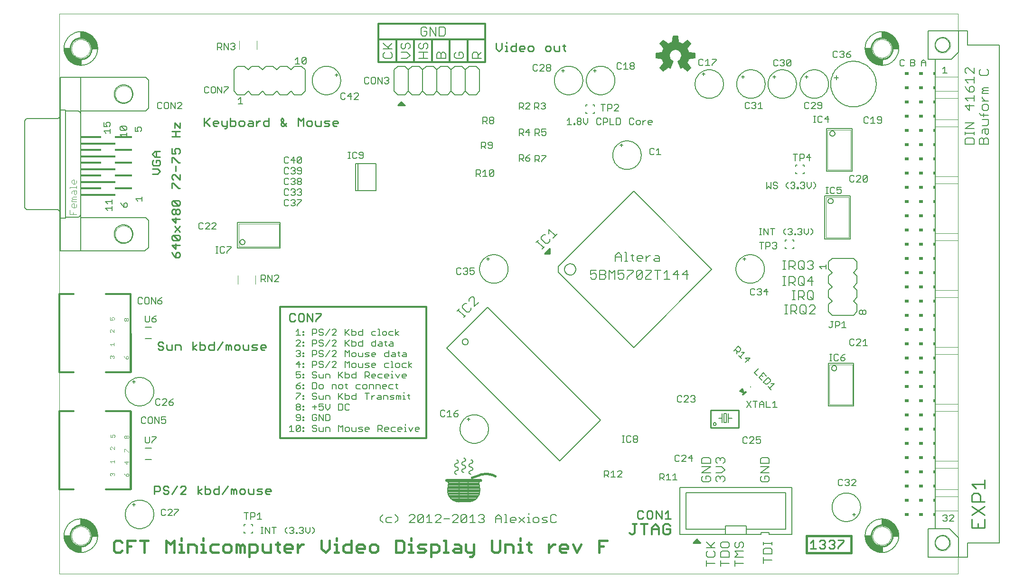
<source format=gto>
G75*
G70*
%OFA0B0*%
%FSLAX24Y24*%
%IPPOS*%
%LPD*%
%AMOC8*
5,1,8,0,0,1.08239X$1,22.5*
%
%ADD10C,0.0080*%
%ADD11C,0.0100*%
%ADD12C,0.0070*%
%ADD13C,0.0150*%
%ADD14C,0.0060*%
%ADD15C,0.0130*%
%ADD16C,0.0110*%
%ADD17C,0.0160*%
%ADD18C,0.0050*%
%ADD19C,0.0120*%
%ADD20C,0.0000*%
%ADD21R,0.2402X0.0157*%
%ADD22R,0.1417X0.0157*%
%ADD23R,0.1220X0.0157*%
%ADD24C,0.0040*%
%ADD25C,0.0020*%
%ADD26C,0.0030*%
%ADD27R,0.0150X0.0200*%
%ADD28R,0.0300X0.0200*%
%ADD29C,0.0059*%
%ADD30C,0.0090*%
%ADD31R,0.0079X0.0079*%
D10*
X005168Y010120D02*
X005170Y010189D01*
X005176Y010257D01*
X005186Y010325D01*
X005200Y010392D01*
X005218Y010458D01*
X005239Y010524D01*
X005265Y010587D01*
X005294Y010650D01*
X005326Y010710D01*
X005362Y010768D01*
X005401Y010825D01*
X005444Y010878D01*
X005490Y010930D01*
X005538Y010978D01*
X005590Y011024D01*
X005643Y011067D01*
X005700Y011106D01*
X005758Y011142D01*
X005818Y011174D01*
X005881Y011203D01*
X005944Y011229D01*
X006010Y011250D01*
X006076Y011268D01*
X006143Y011282D01*
X006211Y011292D01*
X006279Y011298D01*
X006348Y011300D01*
X006417Y011298D01*
X006485Y011292D01*
X006553Y011282D01*
X006620Y011268D01*
X006686Y011250D01*
X006752Y011229D01*
X006815Y011203D01*
X006878Y011174D01*
X006938Y011142D01*
X006996Y011106D01*
X007053Y011067D01*
X007106Y011024D01*
X007158Y010978D01*
X007206Y010930D01*
X007252Y010878D01*
X007295Y010825D01*
X007334Y010768D01*
X007370Y010710D01*
X007402Y010650D01*
X007431Y010587D01*
X007457Y010524D01*
X007478Y010458D01*
X007496Y010392D01*
X007510Y010325D01*
X007520Y010257D01*
X007526Y010189D01*
X007528Y010120D01*
X007526Y010051D01*
X007520Y009983D01*
X007510Y009915D01*
X007496Y009848D01*
X007478Y009782D01*
X007457Y009716D01*
X007431Y009653D01*
X007402Y009590D01*
X007370Y009530D01*
X007334Y009472D01*
X007295Y009415D01*
X007252Y009362D01*
X007206Y009310D01*
X007158Y009262D01*
X007106Y009216D01*
X007053Y009173D01*
X006996Y009134D01*
X006938Y009098D01*
X006878Y009066D01*
X006815Y009037D01*
X006752Y009011D01*
X006686Y008990D01*
X006620Y008972D01*
X006553Y008958D01*
X006485Y008948D01*
X006417Y008942D01*
X006348Y008940D01*
X006279Y008942D01*
X006211Y008948D01*
X006143Y008958D01*
X006076Y008972D01*
X006010Y008990D01*
X005944Y009011D01*
X005881Y009037D01*
X005818Y009066D01*
X005758Y009098D01*
X005700Y009134D01*
X005643Y009173D01*
X005590Y009216D01*
X005538Y009262D01*
X005490Y009310D01*
X005444Y009362D01*
X005401Y009415D01*
X005362Y009472D01*
X005326Y009530D01*
X005294Y009590D01*
X005265Y009653D01*
X005239Y009716D01*
X005218Y009782D01*
X005200Y009848D01*
X005186Y009915D01*
X005176Y009983D01*
X005170Y010051D01*
X005168Y010120D01*
X031974Y013991D02*
X031980Y013976D01*
X031990Y013963D01*
X032003Y013953D01*
X032019Y013947D01*
X032035Y013945D01*
X032063Y013941D01*
X032090Y013932D01*
X032113Y013917D01*
X032133Y013897D01*
X032148Y013873D01*
X032158Y013847D01*
X032161Y013819D01*
X032098Y013378D01*
X032098Y013315D01*
X032108Y013186D01*
X032138Y013061D01*
X032187Y012943D01*
X032254Y012833D01*
X032338Y012735D01*
X032435Y012652D01*
X032545Y012585D01*
X032664Y012536D01*
X032789Y012506D01*
X032917Y012496D01*
X032917Y014071D01*
X033547Y014071D01*
X033547Y012496D01*
X032917Y012496D01*
X032917Y014071D01*
X032035Y014071D01*
X032019Y014068D01*
X032003Y014062D01*
X031990Y014052D01*
X031980Y014039D01*
X031974Y014024D01*
X031972Y014008D01*
X031974Y013991D01*
X031978Y013982D02*
X032917Y013982D01*
X033547Y013982D01*
X034486Y013982D01*
X034483Y013976D02*
X034473Y013963D01*
X034460Y013953D01*
X034445Y013947D01*
X034429Y013945D01*
X034401Y013941D01*
X034374Y013932D01*
X034350Y013917D01*
X034330Y013897D01*
X034315Y013873D01*
X034306Y013847D01*
X034303Y013819D01*
X034366Y013378D01*
X034366Y013315D01*
X034356Y013186D01*
X034326Y013061D01*
X034277Y012943D01*
X034209Y012833D01*
X034126Y012735D01*
X034028Y012652D01*
X033919Y012585D01*
X033800Y012536D01*
X033675Y012506D01*
X033547Y012496D01*
X033547Y014071D01*
X034429Y014071D01*
X034445Y014068D01*
X034460Y014062D01*
X034473Y014052D01*
X034483Y014039D01*
X034490Y014024D01*
X034492Y014008D01*
X034490Y013991D01*
X034483Y013976D01*
X034463Y014060D02*
X033547Y014060D01*
X032917Y014060D01*
X032001Y014060D01*
X032128Y013903D02*
X032917Y013903D01*
X033547Y013903D01*
X034336Y013903D01*
X034304Y013824D02*
X033547Y013824D01*
X032917Y013824D01*
X032160Y013824D01*
X032151Y013746D02*
X032917Y013746D01*
X033547Y013746D01*
X034313Y013746D01*
X034324Y013667D02*
X033547Y013667D01*
X032917Y013667D01*
X032139Y013667D01*
X032128Y013589D02*
X032917Y013589D01*
X033547Y013589D01*
X034336Y013589D01*
X034347Y013510D02*
X033547Y013510D01*
X032917Y013510D01*
X032117Y013510D01*
X032106Y013432D02*
X032917Y013432D01*
X033547Y013432D01*
X034358Y013432D01*
X034366Y013353D02*
X033547Y013353D01*
X032917Y013353D01*
X032098Y013353D01*
X032101Y013275D02*
X032917Y013275D01*
X033547Y013275D01*
X034363Y013275D01*
X034357Y013196D02*
X033547Y013196D01*
X032917Y013196D01*
X032107Y013196D01*
X032124Y013118D02*
X032917Y013118D01*
X033547Y013118D01*
X034339Y013118D01*
X034316Y013039D02*
X033547Y013039D01*
X032917Y013039D01*
X032147Y013039D01*
X032180Y012960D02*
X032917Y012960D01*
X033547Y012960D01*
X034284Y012960D01*
X034239Y012882D02*
X033547Y012882D01*
X032917Y012882D01*
X032224Y012882D01*
X032280Y012803D02*
X032917Y012803D01*
X033547Y012803D01*
X034184Y012803D01*
X034114Y012725D02*
X033547Y012725D01*
X032917Y012725D01*
X032350Y012725D01*
X032445Y012646D02*
X032917Y012646D01*
X033547Y012646D01*
X034019Y012646D01*
X033878Y012568D02*
X033547Y012568D01*
X032917Y012568D01*
X032586Y012568D01*
X048411Y013523D02*
X048411Y010216D01*
X051607Y010216D01*
X053089Y010216D01*
X053089Y010580D01*
X055842Y010580D01*
X055842Y013159D01*
X048854Y013159D01*
X048854Y010580D01*
X051607Y010580D01*
X051607Y010216D01*
X051607Y010580D02*
X051607Y010826D01*
X053089Y010826D01*
X053089Y010580D01*
X053089Y010216D02*
X054103Y010216D01*
X054103Y010334D01*
X054686Y010334D01*
X054686Y010216D01*
X056285Y010216D01*
X056285Y013523D01*
X048411Y013523D01*
X049937Y014013D02*
X049937Y014220D01*
X050041Y014323D01*
X050248Y014323D02*
X050248Y014116D01*
X050248Y014323D02*
X050454Y014323D01*
X050558Y014220D01*
X050558Y014013D01*
X050454Y013910D01*
X050041Y013910D01*
X049937Y014013D01*
X049937Y014554D02*
X050558Y014968D01*
X049937Y014968D01*
X049937Y015199D02*
X049937Y015509D01*
X050041Y015612D01*
X050454Y015612D01*
X050558Y015509D01*
X050558Y015199D01*
X049937Y015199D01*
X050937Y015302D02*
X050937Y015509D01*
X051041Y015612D01*
X051144Y015612D01*
X051248Y015509D01*
X051351Y015612D01*
X051454Y015612D01*
X051558Y015509D01*
X051558Y015302D01*
X051454Y015199D01*
X051351Y014968D02*
X050937Y014968D01*
X051041Y015199D02*
X050937Y015302D01*
X051248Y015405D02*
X051248Y015509D01*
X051351Y014968D02*
X051558Y014761D01*
X051351Y014554D01*
X050937Y014554D01*
X051041Y014323D02*
X051144Y014323D01*
X051248Y014220D01*
X051351Y014323D01*
X051454Y014323D01*
X051558Y014220D01*
X051558Y014013D01*
X051454Y013910D01*
X051248Y014116D02*
X051248Y014220D01*
X051041Y014323D02*
X050937Y014220D01*
X050937Y014013D01*
X051041Y013910D01*
X050558Y014554D02*
X049937Y014554D01*
X054062Y014554D02*
X054683Y014968D01*
X054062Y014968D01*
X054062Y015199D02*
X054062Y015509D01*
X054166Y015612D01*
X054579Y015612D01*
X054683Y015509D01*
X054683Y015199D01*
X054062Y015199D01*
X054062Y014554D02*
X054683Y014554D01*
X054579Y014323D02*
X054683Y014220D01*
X054683Y014013D01*
X054579Y013910D01*
X054166Y013910D01*
X054062Y014013D01*
X054062Y014220D01*
X054166Y014323D01*
X054373Y014323D02*
X054373Y014116D01*
X054373Y014323D02*
X054579Y014323D01*
X054883Y009687D02*
X054883Y009480D01*
X054883Y009583D02*
X054262Y009583D01*
X054262Y009480D02*
X054262Y009687D01*
X054366Y009249D02*
X054262Y009146D01*
X054262Y008835D01*
X054883Y008835D01*
X054883Y009146D01*
X054779Y009249D01*
X054366Y009249D01*
X054262Y008604D02*
X054262Y008191D01*
X054262Y008398D02*
X054883Y008398D01*
X052883Y008183D02*
X052262Y008183D01*
X052262Y007976D02*
X052262Y008390D01*
X052262Y008620D02*
X052469Y008827D01*
X052262Y009034D01*
X052883Y009034D01*
X052779Y009265D02*
X052883Y009368D01*
X052883Y009575D01*
X052779Y009679D01*
X052676Y009679D01*
X052573Y009575D01*
X052573Y009368D01*
X052469Y009265D01*
X052366Y009265D01*
X052262Y009368D01*
X052262Y009575D01*
X052366Y009679D01*
X051883Y009575D02*
X051779Y009679D01*
X051366Y009679D01*
X051262Y009575D01*
X051262Y009368D01*
X051366Y009265D01*
X051779Y009265D01*
X051883Y009368D01*
X051883Y009575D01*
X051779Y009034D02*
X051366Y009034D01*
X051262Y008931D01*
X051262Y008620D01*
X051883Y008620D01*
X051883Y008931D01*
X051779Y009034D01*
X052262Y008620D02*
X052883Y008620D01*
X051883Y008183D02*
X051262Y008183D01*
X051262Y007976D02*
X051262Y008390D01*
X050883Y008183D02*
X050262Y008183D01*
X050262Y007976D02*
X050262Y008390D01*
X050366Y008620D02*
X050779Y008620D01*
X050883Y008724D01*
X050883Y008931D01*
X050779Y009034D01*
X050676Y009265D02*
X050262Y009679D01*
X050262Y009265D02*
X050883Y009265D01*
X050573Y009368D02*
X050883Y009679D01*
X050366Y009034D02*
X050262Y008931D01*
X050262Y008724D01*
X050366Y008620D01*
X061418Y010120D02*
X061420Y010189D01*
X061426Y010257D01*
X061436Y010325D01*
X061450Y010392D01*
X061468Y010458D01*
X061489Y010524D01*
X061515Y010587D01*
X061544Y010650D01*
X061576Y010710D01*
X061612Y010768D01*
X061651Y010825D01*
X061694Y010878D01*
X061740Y010930D01*
X061788Y010978D01*
X061840Y011024D01*
X061893Y011067D01*
X061950Y011106D01*
X062008Y011142D01*
X062068Y011174D01*
X062131Y011203D01*
X062194Y011229D01*
X062260Y011250D01*
X062326Y011268D01*
X062393Y011282D01*
X062461Y011292D01*
X062529Y011298D01*
X062598Y011300D01*
X062667Y011298D01*
X062735Y011292D01*
X062803Y011282D01*
X062870Y011268D01*
X062936Y011250D01*
X063002Y011229D01*
X063065Y011203D01*
X063128Y011174D01*
X063188Y011142D01*
X063246Y011106D01*
X063303Y011067D01*
X063356Y011024D01*
X063408Y010978D01*
X063456Y010930D01*
X063502Y010878D01*
X063545Y010825D01*
X063584Y010768D01*
X063620Y010710D01*
X063652Y010650D01*
X063681Y010587D01*
X063707Y010524D01*
X063728Y010458D01*
X063746Y010392D01*
X063760Y010325D01*
X063770Y010257D01*
X063776Y010189D01*
X063778Y010120D01*
X063776Y010051D01*
X063770Y009983D01*
X063760Y009915D01*
X063746Y009848D01*
X063728Y009782D01*
X063707Y009716D01*
X063681Y009653D01*
X063652Y009590D01*
X063620Y009530D01*
X063584Y009472D01*
X063545Y009415D01*
X063502Y009362D01*
X063456Y009310D01*
X063408Y009262D01*
X063356Y009216D01*
X063303Y009173D01*
X063246Y009134D01*
X063188Y009098D01*
X063128Y009066D01*
X063065Y009037D01*
X063002Y009011D01*
X062936Y008990D01*
X062870Y008972D01*
X062803Y008958D01*
X062735Y008948D01*
X062667Y008942D01*
X062598Y008940D01*
X062529Y008942D01*
X062461Y008948D01*
X062393Y008958D01*
X062326Y008972D01*
X062260Y008990D01*
X062194Y009011D01*
X062131Y009037D01*
X062068Y009066D01*
X062008Y009098D01*
X061950Y009134D01*
X061893Y009173D01*
X061840Y009216D01*
X061788Y009262D01*
X061740Y009310D01*
X061694Y009362D01*
X061651Y009415D01*
X061612Y009472D01*
X061576Y009530D01*
X061544Y009590D01*
X061515Y009653D01*
X061489Y009716D01*
X061468Y009782D01*
X061450Y009848D01*
X061436Y009915D01*
X061426Y009983D01*
X061420Y010051D01*
X061418Y010120D01*
X057907Y025710D02*
X057493Y025710D01*
X057907Y026123D01*
X057907Y026227D01*
X057804Y026330D01*
X057597Y026330D01*
X057493Y026227D01*
X057262Y026227D02*
X057262Y025813D01*
X057159Y025710D01*
X056952Y025710D01*
X056849Y025813D01*
X056849Y026227D01*
X056952Y026330D01*
X057159Y026330D01*
X057262Y026227D01*
X057056Y025916D02*
X057262Y025710D01*
X056618Y025710D02*
X056411Y025916D01*
X056514Y025916D02*
X056204Y025916D01*
X056204Y025710D02*
X056204Y026330D01*
X056514Y026330D01*
X056618Y026227D01*
X056618Y026020D01*
X056514Y025916D01*
X055981Y025710D02*
X055775Y025710D01*
X055878Y025710D02*
X055878Y026330D01*
X055775Y026330D02*
X055981Y026330D01*
X056294Y026710D02*
X056501Y026710D01*
X056397Y026710D02*
X056397Y027330D01*
X056294Y027330D02*
X056501Y027330D01*
X056724Y027330D02*
X057034Y027330D01*
X057137Y027227D01*
X057137Y027020D01*
X057034Y026916D01*
X056724Y026916D01*
X056724Y026710D02*
X056724Y027330D01*
X056827Y027710D02*
X056724Y027813D01*
X056724Y028227D01*
X056827Y028330D01*
X057034Y028330D01*
X057137Y028227D01*
X057137Y027813D01*
X057034Y027710D01*
X056827Y027710D01*
X056931Y027916D02*
X057137Y027710D01*
X057368Y028020D02*
X057782Y028020D01*
X057679Y027710D02*
X057679Y028330D01*
X057368Y028020D01*
X057472Y027330D02*
X057679Y027330D01*
X057782Y027227D01*
X057782Y026813D01*
X057679Y026710D01*
X057472Y026710D01*
X057368Y026813D01*
X057368Y027227D01*
X057472Y027330D01*
X057575Y026916D02*
X057782Y026710D01*
X057137Y026710D02*
X056931Y026916D01*
X056493Y027710D02*
X056286Y027916D01*
X056389Y027916D02*
X056079Y027916D01*
X056079Y027710D02*
X056079Y028330D01*
X056389Y028330D01*
X056493Y028227D01*
X056493Y028020D01*
X056389Y027916D01*
X055856Y027710D02*
X055650Y027710D01*
X055753Y027710D02*
X055753Y028330D01*
X055650Y028330D02*
X055856Y028330D01*
X055856Y028835D02*
X055650Y028835D01*
X055753Y028835D02*
X055753Y029455D01*
X055650Y029455D02*
X055856Y029455D01*
X056079Y029455D02*
X056079Y028835D01*
X056079Y029041D02*
X056389Y029041D01*
X056493Y029145D01*
X056493Y029352D01*
X056389Y029455D01*
X056079Y029455D01*
X056286Y029041D02*
X056493Y028835D01*
X056724Y028938D02*
X056827Y028835D01*
X057034Y028835D01*
X057137Y028938D01*
X057137Y029352D01*
X057034Y029455D01*
X056827Y029455D01*
X056724Y029352D01*
X056724Y028938D01*
X056931Y029041D02*
X057137Y028835D01*
X057368Y028938D02*
X057472Y028835D01*
X057679Y028835D01*
X057782Y028938D01*
X057782Y029041D01*
X057679Y029145D01*
X057575Y029145D01*
X057679Y029145D02*
X057782Y029248D01*
X057782Y029352D01*
X057679Y029455D01*
X057472Y029455D01*
X057368Y029352D01*
X048997Y028470D02*
X048583Y028470D01*
X048893Y028780D01*
X048893Y028160D01*
X048352Y028470D02*
X047939Y028470D01*
X048249Y028780D01*
X048249Y028160D01*
X047708Y028160D02*
X047294Y028160D01*
X047501Y028160D02*
X047501Y028780D01*
X047294Y028573D01*
X047063Y028780D02*
X046650Y028780D01*
X046856Y028780D02*
X046856Y028160D01*
X046419Y028160D02*
X046005Y028160D01*
X046005Y028263D01*
X046419Y028677D01*
X046419Y028780D01*
X046005Y028780D01*
X045774Y028677D02*
X045671Y028780D01*
X045464Y028780D01*
X045361Y028677D01*
X045361Y028263D01*
X045774Y028677D01*
X045774Y028263D01*
X045671Y028160D01*
X045464Y028160D01*
X045361Y028263D01*
X045130Y028677D02*
X044716Y028263D01*
X044716Y028160D01*
X044485Y028263D02*
X044382Y028160D01*
X044175Y028160D01*
X044071Y028263D01*
X044071Y028470D02*
X044278Y028573D01*
X044382Y028573D01*
X044485Y028470D01*
X044485Y028263D01*
X044071Y028470D02*
X044071Y028780D01*
X044485Y028780D01*
X044716Y028780D02*
X045130Y028780D01*
X045130Y028677D01*
X045169Y029410D02*
X045065Y029513D01*
X045065Y029927D01*
X044962Y029823D02*
X045169Y029823D01*
X045392Y029720D02*
X045495Y029823D01*
X045702Y029823D01*
X045805Y029720D01*
X045805Y029616D01*
X045392Y029616D01*
X045392Y029513D02*
X045392Y029720D01*
X045392Y029513D02*
X045495Y029410D01*
X045702Y029410D01*
X046036Y029410D02*
X046036Y029823D01*
X046036Y029616D02*
X046243Y029823D01*
X046347Y029823D01*
X046677Y029823D02*
X046884Y029823D01*
X046987Y029720D01*
X046987Y029410D01*
X046677Y029410D01*
X046573Y029513D01*
X046677Y029616D01*
X046987Y029616D01*
X044739Y029410D02*
X044532Y029410D01*
X044636Y029410D02*
X044636Y030030D01*
X044532Y030030D01*
X044302Y029823D02*
X044095Y030030D01*
X043888Y029823D01*
X043888Y029410D01*
X043888Y029720D02*
X044302Y029720D01*
X044302Y029823D02*
X044302Y029410D01*
X043841Y028780D02*
X043841Y028160D01*
X043427Y028160D02*
X043427Y028780D01*
X043634Y028573D01*
X043841Y028780D01*
X043196Y028677D02*
X043196Y028573D01*
X043093Y028470D01*
X042782Y028470D01*
X042552Y028470D02*
X042552Y028263D01*
X042448Y028160D01*
X042241Y028160D01*
X042138Y028263D01*
X042138Y028470D02*
X042345Y028573D01*
X042448Y028573D01*
X042552Y028470D01*
X042552Y028780D02*
X042138Y028780D01*
X042138Y028470D01*
X042782Y028160D02*
X042782Y028780D01*
X043093Y028780D01*
X043196Y028677D01*
X043093Y028470D02*
X043196Y028366D01*
X043196Y028263D01*
X043093Y028160D01*
X042782Y028160D01*
X027066Y034375D02*
X027066Y036264D01*
X025807Y036264D01*
X025807Y034375D01*
X025629Y034375D01*
X025629Y036264D01*
X025807Y036264D01*
X025807Y034375D02*
X027066Y034375D01*
X027691Y043685D02*
X027587Y043788D01*
X027587Y043995D01*
X027691Y044098D01*
X027587Y044329D02*
X028208Y044329D01*
X028001Y044329D02*
X027587Y044743D01*
X027898Y044432D02*
X028208Y044743D01*
X028837Y044639D02*
X028837Y044432D01*
X028941Y044329D01*
X029044Y044329D01*
X029148Y044432D01*
X029148Y044639D01*
X029251Y044743D01*
X029354Y044743D01*
X029458Y044639D01*
X029458Y044432D01*
X029354Y044329D01*
X029251Y044098D02*
X028837Y044098D01*
X028837Y043685D02*
X029251Y043685D01*
X029458Y043891D01*
X029251Y044098D01*
X028837Y044639D02*
X028941Y044743D01*
X028208Y043995D02*
X028104Y044098D01*
X028208Y043995D02*
X028208Y043788D01*
X028104Y043685D01*
X027691Y043685D01*
X030087Y043685D02*
X030708Y043685D01*
X030398Y043685D02*
X030398Y044098D01*
X030294Y044329D02*
X030398Y044432D01*
X030398Y044639D01*
X030501Y044743D01*
X030604Y044743D01*
X030708Y044639D01*
X030708Y044432D01*
X030604Y044329D01*
X030708Y044098D02*
X030087Y044098D01*
X030191Y044329D02*
X030294Y044329D01*
X030191Y044329D02*
X030087Y044432D01*
X030087Y044639D01*
X030191Y044743D01*
X030333Y045260D02*
X030539Y045260D01*
X030643Y045363D01*
X030643Y045570D01*
X030436Y045570D01*
X030229Y045777D02*
X030229Y045363D01*
X030333Y045260D01*
X030229Y045777D02*
X030333Y045880D01*
X030539Y045880D01*
X030643Y045777D01*
X030874Y045880D02*
X031287Y045260D01*
X031287Y045880D01*
X031518Y045880D02*
X031829Y045880D01*
X031932Y045777D01*
X031932Y045363D01*
X031829Y045260D01*
X031518Y045260D01*
X031518Y045880D01*
X030874Y045880D02*
X030874Y045260D01*
X031441Y044098D02*
X031544Y044098D01*
X031648Y043995D01*
X031648Y043685D01*
X031648Y043995D02*
X031751Y044098D01*
X031854Y044098D01*
X031958Y043995D01*
X031958Y043685D01*
X031337Y043685D01*
X031337Y043995D01*
X031441Y044098D01*
X032587Y043995D02*
X032587Y043788D01*
X032691Y043685D01*
X033104Y043685D01*
X033208Y043788D01*
X033208Y043995D01*
X033104Y044098D01*
X032898Y044098D01*
X032898Y043891D01*
X032691Y044098D02*
X032587Y043995D01*
X033837Y043995D02*
X033837Y043685D01*
X034458Y043685D01*
X034251Y043685D02*
X034251Y043995D01*
X034148Y044098D01*
X033941Y044098D01*
X033837Y043995D01*
X034251Y043891D02*
X034458Y044098D01*
X005168Y044370D02*
X005170Y044439D01*
X005176Y044507D01*
X005186Y044575D01*
X005200Y044642D01*
X005218Y044708D01*
X005239Y044774D01*
X005265Y044837D01*
X005294Y044900D01*
X005326Y044960D01*
X005362Y045018D01*
X005401Y045075D01*
X005444Y045128D01*
X005490Y045180D01*
X005538Y045228D01*
X005590Y045274D01*
X005643Y045317D01*
X005700Y045356D01*
X005758Y045392D01*
X005818Y045424D01*
X005881Y045453D01*
X005944Y045479D01*
X006010Y045500D01*
X006076Y045518D01*
X006143Y045532D01*
X006211Y045542D01*
X006279Y045548D01*
X006348Y045550D01*
X006417Y045548D01*
X006485Y045542D01*
X006553Y045532D01*
X006620Y045518D01*
X006686Y045500D01*
X006752Y045479D01*
X006815Y045453D01*
X006878Y045424D01*
X006938Y045392D01*
X006996Y045356D01*
X007053Y045317D01*
X007106Y045274D01*
X007158Y045228D01*
X007206Y045180D01*
X007252Y045128D01*
X007295Y045075D01*
X007334Y045018D01*
X007370Y044960D01*
X007402Y044900D01*
X007431Y044837D01*
X007457Y044774D01*
X007478Y044708D01*
X007496Y044642D01*
X007510Y044575D01*
X007520Y044507D01*
X007526Y044439D01*
X007528Y044370D01*
X007526Y044301D01*
X007520Y044233D01*
X007510Y044165D01*
X007496Y044098D01*
X007478Y044032D01*
X007457Y043966D01*
X007431Y043903D01*
X007402Y043840D01*
X007370Y043780D01*
X007334Y043722D01*
X007295Y043665D01*
X007252Y043612D01*
X007206Y043560D01*
X007158Y043512D01*
X007106Y043466D01*
X007053Y043423D01*
X006996Y043384D01*
X006938Y043348D01*
X006878Y043316D01*
X006815Y043287D01*
X006752Y043261D01*
X006686Y043240D01*
X006620Y043222D01*
X006553Y043208D01*
X006485Y043198D01*
X006417Y043192D01*
X006348Y043190D01*
X006279Y043192D01*
X006211Y043198D01*
X006143Y043208D01*
X006076Y043222D01*
X006010Y043240D01*
X005944Y043261D01*
X005881Y043287D01*
X005818Y043316D01*
X005758Y043348D01*
X005700Y043384D01*
X005643Y043423D01*
X005590Y043466D01*
X005538Y043512D01*
X005490Y043560D01*
X005444Y043612D01*
X005401Y043665D01*
X005362Y043722D01*
X005326Y043780D01*
X005294Y043840D01*
X005265Y043903D01*
X005239Y043966D01*
X005218Y044032D01*
X005200Y044098D01*
X005186Y044165D01*
X005176Y044233D01*
X005170Y044301D01*
X005168Y044370D01*
X061418Y044370D02*
X061420Y044439D01*
X061426Y044507D01*
X061436Y044575D01*
X061450Y044642D01*
X061468Y044708D01*
X061489Y044774D01*
X061515Y044837D01*
X061544Y044900D01*
X061576Y044960D01*
X061612Y045018D01*
X061651Y045075D01*
X061694Y045128D01*
X061740Y045180D01*
X061788Y045228D01*
X061840Y045274D01*
X061893Y045317D01*
X061950Y045356D01*
X062008Y045392D01*
X062068Y045424D01*
X062131Y045453D01*
X062194Y045479D01*
X062260Y045500D01*
X062326Y045518D01*
X062393Y045532D01*
X062461Y045542D01*
X062529Y045548D01*
X062598Y045550D01*
X062667Y045548D01*
X062735Y045542D01*
X062803Y045532D01*
X062870Y045518D01*
X062936Y045500D01*
X063002Y045479D01*
X063065Y045453D01*
X063128Y045424D01*
X063188Y045392D01*
X063246Y045356D01*
X063303Y045317D01*
X063356Y045274D01*
X063408Y045228D01*
X063456Y045180D01*
X063502Y045128D01*
X063545Y045075D01*
X063584Y045018D01*
X063620Y044960D01*
X063652Y044900D01*
X063681Y044837D01*
X063707Y044774D01*
X063728Y044708D01*
X063746Y044642D01*
X063760Y044575D01*
X063770Y044507D01*
X063776Y044439D01*
X063778Y044370D01*
X063776Y044301D01*
X063770Y044233D01*
X063760Y044165D01*
X063746Y044098D01*
X063728Y044032D01*
X063707Y043966D01*
X063681Y043903D01*
X063652Y043840D01*
X063620Y043780D01*
X063584Y043722D01*
X063545Y043665D01*
X063502Y043612D01*
X063456Y043560D01*
X063408Y043512D01*
X063356Y043466D01*
X063303Y043423D01*
X063246Y043384D01*
X063188Y043348D01*
X063128Y043316D01*
X063065Y043287D01*
X063002Y043261D01*
X062936Y043240D01*
X062870Y043222D01*
X062803Y043208D01*
X062735Y043198D01*
X062667Y043192D01*
X062598Y043190D01*
X062529Y043192D01*
X062461Y043198D01*
X062393Y043208D01*
X062326Y043222D01*
X062260Y043240D01*
X062194Y043261D01*
X062131Y043287D01*
X062068Y043316D01*
X062008Y043348D01*
X061950Y043384D01*
X061893Y043423D01*
X061840Y043466D01*
X061788Y043512D01*
X061740Y043560D01*
X061694Y043612D01*
X061651Y043665D01*
X061612Y043722D01*
X061576Y043780D01*
X061544Y043840D01*
X061515Y043903D01*
X061489Y043966D01*
X061468Y044032D01*
X061450Y044098D01*
X061436Y044165D01*
X061426Y044233D01*
X061420Y044301D01*
X061418Y044370D01*
D11*
X061448Y044370D02*
X061498Y044020D01*
X061698Y043670D01*
X062048Y043370D01*
X062598Y043220D01*
X062598Y043570D01*
X062248Y043670D01*
X061948Y043920D01*
X061798Y044370D01*
X061448Y044370D01*
X061461Y044278D02*
X061829Y044278D01*
X061861Y044179D02*
X061475Y044179D01*
X061489Y044081D02*
X061894Y044081D01*
X061927Y043982D02*
X061519Y043982D01*
X061576Y043883D02*
X061991Y043883D01*
X062109Y043785D02*
X061632Y043785D01*
X061688Y043686D02*
X062228Y043686D01*
X062534Y043588D02*
X061793Y043588D01*
X061908Y043489D02*
X062598Y043489D01*
X062598Y043391D02*
X062023Y043391D01*
X062331Y043292D02*
X062598Y043292D01*
X063398Y044370D02*
X063748Y044370D01*
X063698Y044720D01*
X063498Y045070D01*
X063148Y045370D01*
X062598Y045520D01*
X062598Y045170D01*
X062948Y045070D01*
X063248Y044820D01*
X063398Y044370D01*
X063396Y044376D02*
X063747Y044376D01*
X063733Y044475D02*
X063363Y044475D01*
X063330Y044573D02*
X063719Y044573D01*
X063705Y044672D02*
X063297Y044672D01*
X063264Y044770D02*
X063669Y044770D01*
X063613Y044869D02*
X063189Y044869D01*
X063070Y044967D02*
X063556Y044967D01*
X063500Y045066D02*
X062952Y045066D01*
X062615Y045165D02*
X063387Y045165D01*
X063272Y045263D02*
X062598Y045263D01*
X062598Y045362D02*
X063157Y045362D01*
X062816Y045460D02*
X062598Y045460D01*
X040369Y044543D02*
X040182Y044543D01*
X040275Y044637D02*
X040275Y044263D01*
X040369Y044170D01*
X039948Y044170D02*
X039948Y044543D01*
X039948Y044170D02*
X039668Y044170D01*
X039574Y044263D01*
X039574Y044543D01*
X039340Y044450D02*
X039247Y044543D01*
X039060Y044543D01*
X038967Y044450D01*
X038967Y044263D01*
X039060Y044170D01*
X039247Y044170D01*
X039340Y044263D01*
X039340Y044450D01*
X038125Y044450D02*
X038031Y044543D01*
X037845Y044543D01*
X037751Y044450D01*
X037751Y044263D01*
X037845Y044170D01*
X038031Y044170D01*
X038125Y044263D01*
X038125Y044450D01*
X037517Y044450D02*
X037424Y044543D01*
X037237Y044543D01*
X037143Y044450D01*
X037143Y044263D01*
X037237Y044170D01*
X037424Y044170D01*
X037517Y044356D02*
X037143Y044356D01*
X036909Y044170D02*
X036909Y044730D01*
X036909Y044543D02*
X036629Y044543D01*
X036536Y044450D01*
X036536Y044263D01*
X036629Y044170D01*
X036909Y044170D01*
X036317Y044170D02*
X036131Y044170D01*
X036224Y044170D02*
X036224Y044543D01*
X036131Y044543D01*
X036224Y044730D02*
X036224Y044823D01*
X035896Y044730D02*
X035896Y044356D01*
X035710Y044170D01*
X035523Y044356D01*
X035523Y044730D01*
X037517Y044450D02*
X037517Y044356D01*
X029098Y040370D02*
X028848Y040620D01*
X028598Y040370D01*
X029098Y040370D01*
X029033Y040434D02*
X028663Y040434D01*
X028761Y040533D02*
X028934Y040533D01*
X024411Y039200D02*
X024411Y039106D01*
X024037Y039106D01*
X024037Y039013D02*
X024037Y039200D01*
X024131Y039293D01*
X024318Y039293D01*
X024411Y039200D01*
X024318Y038920D02*
X024131Y038920D01*
X024037Y039013D01*
X023803Y039013D02*
X023710Y039106D01*
X023523Y039106D01*
X023430Y039200D01*
X023523Y039293D01*
X023803Y039293D01*
X023803Y039013D02*
X023710Y038920D01*
X023430Y038920D01*
X023196Y038920D02*
X023196Y039293D01*
X023196Y038920D02*
X022915Y038920D01*
X022822Y039013D01*
X022822Y039293D01*
X022588Y039200D02*
X022588Y039013D01*
X022494Y038920D01*
X022308Y038920D01*
X022214Y039013D01*
X022214Y039200D01*
X022308Y039293D01*
X022494Y039293D01*
X022588Y039200D01*
X021980Y039480D02*
X021980Y038920D01*
X021606Y038920D02*
X021606Y039480D01*
X021793Y039293D01*
X021980Y039480D01*
X020765Y039106D02*
X020578Y038920D01*
X020484Y038920D01*
X020391Y039013D01*
X020391Y039106D01*
X020578Y039293D01*
X020578Y039387D01*
X020484Y039480D01*
X020391Y039387D01*
X020391Y039293D01*
X020765Y038920D01*
X019549Y038920D02*
X019269Y038920D01*
X019176Y039013D01*
X019176Y039200D01*
X019269Y039293D01*
X019549Y039293D01*
X019549Y039480D02*
X019549Y038920D01*
X018949Y039293D02*
X018856Y039293D01*
X018669Y039106D01*
X018669Y038920D02*
X018669Y039293D01*
X018435Y039200D02*
X018435Y038920D01*
X018155Y038920D01*
X018061Y039013D01*
X018155Y039106D01*
X018435Y039106D01*
X018435Y039200D02*
X018342Y039293D01*
X018155Y039293D01*
X017827Y039200D02*
X017734Y039293D01*
X017547Y039293D01*
X017454Y039200D01*
X017454Y039013D01*
X017547Y038920D01*
X017734Y038920D01*
X017827Y039013D01*
X017827Y039200D01*
X017220Y039200D02*
X017220Y039013D01*
X017126Y038920D01*
X016846Y038920D01*
X016846Y039480D01*
X016846Y039293D02*
X017126Y039293D01*
X017220Y039200D01*
X016612Y039293D02*
X016612Y038826D01*
X016519Y038733D01*
X016425Y038733D01*
X016332Y038920D02*
X016612Y038920D01*
X016332Y038920D02*
X016238Y039013D01*
X016238Y039293D01*
X016004Y039200D02*
X016004Y039106D01*
X015631Y039106D01*
X015631Y039013D02*
X015631Y039200D01*
X015724Y039293D01*
X015911Y039293D01*
X016004Y039200D01*
X015911Y038920D02*
X015724Y038920D01*
X015631Y039013D01*
X015396Y038920D02*
X015116Y039200D01*
X015023Y039106D02*
X015396Y039480D01*
X015023Y039480D02*
X015023Y038920D01*
X013298Y038785D02*
X013298Y039159D01*
X012924Y039159D02*
X013298Y038785D01*
X013298Y038551D02*
X012737Y038551D01*
X013018Y038551D02*
X013018Y038178D01*
X013298Y038178D02*
X012737Y038178D01*
X012924Y038785D02*
X012924Y039159D01*
X013018Y037336D02*
X013204Y037336D01*
X013298Y037242D01*
X013298Y037056D01*
X013204Y036962D01*
X013018Y036962D02*
X012924Y037149D01*
X012924Y037242D01*
X013018Y037336D01*
X012737Y037336D02*
X012737Y036962D01*
X013018Y036962D01*
X012831Y036728D02*
X012737Y036728D01*
X012737Y036354D01*
X013018Y036120D02*
X013018Y035747D01*
X012924Y035513D02*
X012831Y035513D01*
X012737Y035419D01*
X012737Y035232D01*
X012831Y035139D01*
X012831Y034905D02*
X013204Y034531D01*
X013298Y034531D01*
X012737Y034531D02*
X012737Y034905D01*
X012831Y034905D01*
X013298Y035139D02*
X012924Y035513D01*
X013298Y035513D02*
X013298Y035139D01*
X013204Y033689D02*
X013298Y033596D01*
X013298Y033409D01*
X013204Y033316D01*
X012831Y033689D01*
X013204Y033689D01*
X012831Y033689D02*
X012737Y033596D01*
X012737Y033409D01*
X012831Y033316D01*
X013204Y033316D01*
X013204Y033082D02*
X013298Y032988D01*
X013298Y032801D01*
X013204Y032708D01*
X013111Y032708D01*
X013018Y032801D01*
X013018Y032988D01*
X013111Y033082D01*
X013204Y033082D01*
X013018Y032988D02*
X012924Y033082D01*
X012831Y033082D01*
X012737Y032988D01*
X012737Y032801D01*
X012831Y032708D01*
X012924Y032708D01*
X013018Y032801D01*
X013018Y032474D02*
X013018Y032100D01*
X012737Y032381D01*
X013298Y032381D01*
X013298Y031866D02*
X012924Y031493D01*
X012831Y031259D02*
X012737Y031165D01*
X012737Y030978D01*
X012831Y030885D01*
X013204Y030885D01*
X012831Y031259D01*
X013204Y031259D01*
X013298Y031165D01*
X013298Y030978D01*
X013204Y030885D01*
X013018Y030651D02*
X013018Y030277D01*
X012737Y030557D01*
X013298Y030557D01*
X013204Y030043D02*
X013111Y030043D01*
X013018Y029950D01*
X013018Y029670D01*
X013204Y029670D01*
X013298Y029763D01*
X013298Y029950D01*
X013204Y030043D01*
X013018Y029670D02*
X012831Y029856D01*
X012737Y030043D01*
X013298Y031493D02*
X012924Y031866D01*
X011736Y035545D02*
X011923Y035731D01*
X011736Y035918D01*
X011362Y035918D01*
X011456Y036152D02*
X011829Y036152D01*
X011923Y036246D01*
X011923Y036432D01*
X011829Y036526D01*
X011643Y036526D01*
X011643Y036339D01*
X011456Y036152D02*
X011362Y036246D01*
X011362Y036432D01*
X011456Y036526D01*
X011549Y036760D02*
X011362Y036947D01*
X011549Y037134D01*
X011923Y037134D01*
X011643Y037134D02*
X011643Y036760D01*
X011549Y036760D02*
X011923Y036760D01*
X012831Y036728D02*
X013204Y036354D01*
X013298Y036354D01*
X011736Y035545D02*
X011362Y035545D01*
X006348Y043220D02*
X005798Y043370D01*
X005448Y043670D01*
X005248Y044020D01*
X005198Y044370D01*
X005548Y044370D01*
X005698Y043920D01*
X005998Y043670D01*
X006348Y043570D01*
X006348Y043220D01*
X006348Y043292D02*
X006081Y043292D01*
X006348Y043391D02*
X005773Y043391D01*
X005658Y043489D02*
X006348Y043489D01*
X006284Y043588D02*
X005543Y043588D01*
X005438Y043686D02*
X005978Y043686D01*
X005859Y043785D02*
X005382Y043785D01*
X005326Y043883D02*
X005741Y043883D01*
X005677Y043982D02*
X005269Y043982D01*
X005239Y044081D02*
X005644Y044081D01*
X005611Y044179D02*
X005225Y044179D01*
X005211Y044278D02*
X005579Y044278D01*
X006348Y045170D02*
X006698Y045070D01*
X006998Y044820D01*
X007148Y044370D01*
X007498Y044370D01*
X007448Y044720D01*
X007248Y045070D01*
X006898Y045370D01*
X006348Y045520D01*
X006348Y045170D01*
X006365Y045165D02*
X007137Y045165D01*
X007250Y045066D02*
X006702Y045066D01*
X006820Y044967D02*
X007306Y044967D01*
X007363Y044869D02*
X006939Y044869D01*
X007014Y044770D02*
X007419Y044770D01*
X007455Y044672D02*
X007047Y044672D01*
X007080Y044573D02*
X007469Y044573D01*
X007483Y044475D02*
X007113Y044475D01*
X007146Y044376D02*
X007497Y044376D01*
X007022Y045263D02*
X006348Y045263D01*
X006348Y045362D02*
X006907Y045362D01*
X006566Y045460D02*
X006348Y045460D01*
X021116Y025730D02*
X021023Y025637D01*
X021023Y025263D01*
X021116Y025170D01*
X021303Y025170D01*
X021396Y025263D01*
X021631Y025263D02*
X021724Y025170D01*
X021911Y025170D01*
X022004Y025263D01*
X022004Y025637D01*
X021911Y025730D01*
X021724Y025730D01*
X021631Y025637D01*
X021631Y025263D01*
X021396Y025637D02*
X021303Y025730D01*
X021116Y025730D01*
X022238Y025730D02*
X022612Y025170D01*
X022612Y025730D01*
X022846Y025730D02*
X023220Y025730D01*
X023220Y025637D01*
X022846Y025263D01*
X022846Y025170D01*
X022238Y025170D02*
X022238Y025730D01*
X019338Y023450D02*
X019338Y023356D01*
X018964Y023356D01*
X018964Y023263D02*
X018964Y023450D01*
X019058Y023543D01*
X019244Y023543D01*
X019338Y023450D01*
X019244Y023170D02*
X019058Y023170D01*
X018964Y023263D01*
X018730Y023263D02*
X018637Y023356D01*
X018450Y023356D01*
X018356Y023450D01*
X018450Y023543D01*
X018730Y023543D01*
X018730Y023263D02*
X018637Y023170D01*
X018356Y023170D01*
X018122Y023170D02*
X018122Y023543D01*
X017749Y023543D02*
X017749Y023263D01*
X017842Y023170D01*
X018122Y023170D01*
X017515Y023263D02*
X017515Y023450D01*
X017421Y023543D01*
X017234Y023543D01*
X017141Y023450D01*
X017141Y023263D01*
X017234Y023170D01*
X017421Y023170D01*
X017515Y023263D01*
X016907Y023170D02*
X016907Y023450D01*
X016814Y023543D01*
X016720Y023450D01*
X016720Y023170D01*
X016533Y023170D02*
X016533Y023543D01*
X016627Y023543D01*
X016720Y023450D01*
X016299Y023730D02*
X015926Y023170D01*
X015691Y023170D02*
X015411Y023170D01*
X015318Y023263D01*
X015318Y023450D01*
X015411Y023543D01*
X015691Y023543D01*
X015691Y023730D02*
X015691Y023170D01*
X015084Y023263D02*
X015084Y023450D01*
X014990Y023543D01*
X014710Y023543D01*
X014710Y023730D02*
X014710Y023170D01*
X014990Y023170D01*
X015084Y023263D01*
X014484Y023170D02*
X014204Y023356D01*
X014484Y023543D01*
X014204Y023730D02*
X014204Y023170D01*
X013362Y023170D02*
X013362Y023450D01*
X013269Y023543D01*
X012988Y023543D01*
X012988Y023170D01*
X012754Y023170D02*
X012754Y023543D01*
X012381Y023543D02*
X012381Y023263D01*
X012474Y023170D01*
X012754Y023170D01*
X012146Y023263D02*
X012053Y023170D01*
X011866Y023170D01*
X011773Y023263D01*
X011866Y023450D02*
X012053Y023450D01*
X012146Y023356D01*
X012146Y023263D01*
X011866Y023450D02*
X011773Y023543D01*
X011773Y023637D01*
X011866Y023730D01*
X012053Y023730D01*
X012146Y023637D01*
X012224Y013605D02*
X012131Y013512D01*
X012131Y013418D01*
X012224Y013325D01*
X012411Y013325D01*
X012504Y013231D01*
X012504Y013138D01*
X012411Y013045D01*
X012224Y013045D01*
X012131Y013138D01*
X011896Y013325D02*
X011803Y013231D01*
X011523Y013231D01*
X011523Y013045D02*
X011523Y013605D01*
X011803Y013605D01*
X011896Y013512D01*
X011896Y013325D01*
X012224Y013605D02*
X012411Y013605D01*
X012504Y013512D01*
X012738Y013045D02*
X013112Y013605D01*
X013346Y013512D02*
X013439Y013605D01*
X013626Y013605D01*
X013720Y013512D01*
X013720Y013418D01*
X013346Y013045D01*
X013720Y013045D01*
X014561Y013045D02*
X014561Y013605D01*
X014842Y013418D02*
X014561Y013231D01*
X014842Y013045D01*
X015068Y013045D02*
X015068Y013605D01*
X015068Y013418D02*
X015348Y013418D01*
X015441Y013325D01*
X015441Y013138D01*
X015348Y013045D01*
X015068Y013045D01*
X015676Y013138D02*
X015676Y013325D01*
X015769Y013418D01*
X016049Y013418D01*
X016049Y013605D02*
X016049Y013045D01*
X015769Y013045D01*
X015676Y013138D01*
X016283Y013045D02*
X016657Y013605D01*
X016891Y013418D02*
X016984Y013418D01*
X017078Y013325D01*
X017171Y013418D01*
X017265Y013325D01*
X017265Y013045D01*
X017078Y013045D02*
X017078Y013325D01*
X016891Y013418D02*
X016891Y013045D01*
X017499Y013138D02*
X017592Y013045D01*
X017779Y013045D01*
X017872Y013138D01*
X017872Y013325D01*
X017779Y013418D01*
X017592Y013418D01*
X017499Y013325D01*
X017499Y013138D01*
X018106Y013138D02*
X018200Y013045D01*
X018480Y013045D01*
X018480Y013418D01*
X018714Y013325D02*
X018808Y013418D01*
X019088Y013418D01*
X018994Y013231D02*
X018808Y013231D01*
X018714Y013325D01*
X018714Y013045D02*
X018994Y013045D01*
X019088Y013138D01*
X018994Y013231D01*
X019322Y013231D02*
X019696Y013231D01*
X019696Y013325D01*
X019602Y013418D01*
X019415Y013418D01*
X019322Y013325D01*
X019322Y013138D01*
X019415Y013045D01*
X019602Y013045D01*
X018106Y013138D02*
X018106Y013418D01*
X007448Y010470D02*
X007498Y010120D01*
X007148Y010120D01*
X006998Y010570D01*
X006698Y010820D01*
X006348Y010920D01*
X006348Y011270D01*
X006898Y011120D01*
X007248Y010820D01*
X007448Y010470D01*
X007443Y010477D02*
X007029Y010477D01*
X007061Y010379D02*
X007461Y010379D01*
X007475Y010280D02*
X007094Y010280D01*
X007127Y010182D02*
X007489Y010182D01*
X007387Y010576D02*
X006990Y010576D01*
X006872Y010674D02*
X007331Y010674D01*
X007275Y010773D02*
X006754Y010773D01*
X006516Y010871D02*
X007187Y010871D01*
X007072Y010970D02*
X006348Y010970D01*
X006348Y011069D02*
X006957Y011069D01*
X006724Y011167D02*
X006348Y011167D01*
X006348Y011266D02*
X006362Y011266D01*
X005548Y010120D02*
X005198Y010120D01*
X005248Y009770D01*
X005448Y009420D01*
X005798Y009120D01*
X006348Y008970D01*
X006348Y009320D01*
X005998Y009420D01*
X005698Y009670D01*
X005548Y010120D01*
X005560Y010083D02*
X005203Y010083D01*
X005217Y009985D02*
X005593Y009985D01*
X005626Y009886D02*
X005231Y009886D01*
X005245Y009787D02*
X005659Y009787D01*
X005691Y009689D02*
X005294Y009689D01*
X005350Y009590D02*
X005793Y009590D01*
X005911Y009492D02*
X005407Y009492D01*
X005478Y009393D02*
X006090Y009393D01*
X006348Y009295D02*
X005593Y009295D01*
X005708Y009196D02*
X006348Y009196D01*
X006348Y009098D02*
X005878Y009098D01*
X006239Y008999D02*
X006348Y008999D01*
X038921Y029943D02*
X039275Y029943D01*
X039275Y030296D01*
X038921Y029943D01*
X038967Y029989D02*
X039275Y029989D01*
X039275Y030087D02*
X039066Y030087D01*
X039164Y030186D02*
X039275Y030186D01*
X039263Y030284D02*
X039275Y030284D01*
X050564Y018960D02*
X050564Y017700D01*
X052533Y017700D01*
X052533Y018960D01*
X050564Y018960D01*
X049598Y009870D02*
X049848Y009620D01*
X049348Y009620D01*
X049598Y009870D01*
X049516Y009787D02*
X049680Y009787D01*
X049778Y009689D02*
X049417Y009689D01*
X061448Y010120D02*
X061498Y009770D01*
X061698Y009420D01*
X062048Y009120D01*
X062598Y008970D01*
X062598Y009320D01*
X062248Y009420D01*
X061948Y009670D01*
X061798Y010120D01*
X061448Y010120D01*
X061453Y010083D02*
X061810Y010083D01*
X061843Y009985D02*
X061467Y009985D01*
X061481Y009886D02*
X061876Y009886D01*
X061909Y009787D02*
X061495Y009787D01*
X061544Y009689D02*
X061941Y009689D01*
X062043Y009590D02*
X061600Y009590D01*
X061657Y009492D02*
X062161Y009492D01*
X062340Y009393D02*
X061728Y009393D01*
X061843Y009295D02*
X062598Y009295D01*
X062598Y009196D02*
X061958Y009196D01*
X062128Y009098D02*
X062598Y009098D01*
X062598Y008999D02*
X062489Y008999D01*
X063398Y010120D02*
X063748Y010120D01*
X063698Y010470D01*
X063498Y010820D01*
X063148Y011120D01*
X062598Y011270D01*
X062598Y010920D01*
X062948Y010820D01*
X063248Y010570D01*
X063398Y010120D01*
X063377Y010182D02*
X063739Y010182D01*
X063725Y010280D02*
X063344Y010280D01*
X063311Y010379D02*
X063711Y010379D01*
X063693Y010477D02*
X063279Y010477D01*
X063240Y010576D02*
X063637Y010576D01*
X063581Y010674D02*
X063122Y010674D01*
X063004Y010773D02*
X063525Y010773D01*
X063437Y010871D02*
X062766Y010871D01*
X062598Y010970D02*
X063322Y010970D01*
X063207Y011069D02*
X062598Y011069D01*
X062598Y011167D02*
X062974Y011167D01*
X062612Y011266D02*
X062598Y011266D01*
X068897Y011270D02*
X068897Y010670D01*
X069798Y010670D01*
X069798Y011270D01*
X069798Y011590D02*
X068897Y012191D01*
X068897Y012511D02*
X068897Y012961D01*
X069047Y013112D01*
X069348Y013112D01*
X069498Y012961D01*
X069498Y012511D01*
X069798Y012511D02*
X068897Y012511D01*
X068897Y011590D02*
X069798Y012191D01*
X069798Y013432D02*
X069798Y014032D01*
X069798Y013732D02*
X068897Y013732D01*
X069197Y013432D01*
X069348Y010970D02*
X069348Y010670D01*
D12*
X039811Y031347D02*
X039514Y031050D01*
X039662Y031198D02*
X039216Y031644D01*
X039216Y031347D01*
X038984Y031263D02*
X038835Y031263D01*
X038686Y031114D01*
X038686Y030966D01*
X038984Y030668D01*
X039132Y030668D01*
X039281Y030817D01*
X039281Y030966D01*
X038903Y030439D02*
X038754Y030290D01*
X038828Y030365D02*
X038382Y030810D01*
X038308Y030736D02*
X038457Y030885D01*
X033983Y026823D02*
X033909Y026898D01*
X033760Y026898D01*
X033611Y026749D01*
X033611Y026600D01*
X033453Y026442D02*
X033304Y026442D01*
X033156Y026293D01*
X033156Y026145D01*
X033453Y025847D01*
X033602Y025847D01*
X033750Y025996D01*
X033750Y026145D01*
X033983Y026229D02*
X033983Y026823D01*
X034280Y026526D02*
X033983Y026229D01*
X033372Y025618D02*
X033224Y025469D01*
X033298Y025544D02*
X032852Y025989D01*
X032778Y025915D02*
X032926Y026064D01*
X032742Y011620D02*
X032546Y011620D01*
X032447Y011522D01*
X032233Y011325D02*
X031839Y011325D01*
X031625Y011423D02*
X031625Y011522D01*
X031527Y011620D01*
X031330Y011620D01*
X031232Y011522D01*
X031625Y011423D02*
X031232Y011030D01*
X031625Y011030D01*
X031018Y011030D02*
X030624Y011030D01*
X030821Y011030D02*
X030821Y011620D01*
X030624Y011423D01*
X030410Y011522D02*
X030016Y011128D01*
X030115Y011030D01*
X030311Y011030D01*
X030410Y011128D01*
X030410Y011522D01*
X030311Y011620D01*
X030115Y011620D01*
X030016Y011522D01*
X030016Y011128D01*
X029802Y011030D02*
X029409Y011030D01*
X029802Y011423D01*
X029802Y011522D01*
X029704Y011620D01*
X029507Y011620D01*
X029409Y011522D01*
X028593Y011423D02*
X028593Y011226D01*
X028396Y011030D01*
X028182Y011030D02*
X027886Y011030D01*
X027788Y011128D01*
X027788Y011325D01*
X027886Y011423D01*
X028182Y011423D01*
X028396Y011620D02*
X028593Y011423D01*
X027580Y011620D02*
X027383Y011423D01*
X027383Y011226D01*
X027580Y011030D01*
X032447Y011030D02*
X032841Y011423D01*
X032841Y011522D01*
X032742Y011620D01*
X033055Y011522D02*
X033153Y011620D01*
X033350Y011620D01*
X033449Y011522D01*
X033055Y011128D01*
X033153Y011030D01*
X033350Y011030D01*
X033449Y011128D01*
X033449Y011522D01*
X033663Y011423D02*
X033859Y011620D01*
X033859Y011030D01*
X033663Y011030D02*
X034056Y011030D01*
X034270Y011128D02*
X034369Y011030D01*
X034566Y011030D01*
X034664Y011128D01*
X034664Y011226D01*
X034566Y011325D01*
X034467Y011325D01*
X034566Y011325D02*
X034664Y011423D01*
X034664Y011522D01*
X034566Y011620D01*
X034369Y011620D01*
X034270Y011522D01*
X035486Y011423D02*
X035486Y011030D01*
X035486Y011325D02*
X035879Y011325D01*
X035879Y011423D02*
X035879Y011030D01*
X036093Y011030D02*
X036290Y011030D01*
X036192Y011030D02*
X036192Y011620D01*
X036093Y011620D01*
X035879Y011423D02*
X035683Y011620D01*
X035486Y011423D01*
X036499Y011325D02*
X036597Y011423D01*
X036794Y011423D01*
X036892Y011325D01*
X036892Y011226D01*
X036499Y011226D01*
X036499Y011128D02*
X036499Y011325D01*
X036499Y011128D02*
X036597Y011030D01*
X036794Y011030D01*
X037106Y011030D02*
X037500Y011423D01*
X037714Y011423D02*
X037812Y011423D01*
X037812Y011030D01*
X037714Y011030D02*
X037911Y011030D01*
X038119Y011128D02*
X038217Y011030D01*
X038414Y011030D01*
X038513Y011128D01*
X038513Y011325D01*
X038414Y011423D01*
X038217Y011423D01*
X038119Y011325D01*
X038119Y011128D01*
X037812Y011620D02*
X037812Y011718D01*
X037500Y011030D02*
X037106Y011423D01*
X038727Y011325D02*
X038825Y011423D01*
X039120Y011423D01*
X039022Y011226D02*
X038825Y011226D01*
X038727Y011325D01*
X038727Y011030D02*
X039022Y011030D01*
X039120Y011128D01*
X039022Y011226D01*
X039335Y011128D02*
X039335Y011522D01*
X039433Y011620D01*
X039630Y011620D01*
X039728Y011522D01*
X039728Y011128D02*
X039630Y011030D01*
X039433Y011030D01*
X039335Y011128D01*
X033055Y011128D02*
X033055Y011522D01*
X032841Y011030D02*
X032447Y011030D01*
X068432Y037655D02*
X068432Y037970D01*
X068537Y038075D01*
X068958Y038075D01*
X069063Y037970D01*
X069063Y037655D01*
X068432Y037655D01*
X068432Y038299D02*
X068432Y038509D01*
X068432Y038404D02*
X069063Y038404D01*
X069063Y038299D02*
X069063Y038509D01*
X069063Y038729D02*
X068432Y038729D01*
X069063Y039149D01*
X068432Y039149D01*
X068748Y040018D02*
X068748Y040438D01*
X068643Y040662D02*
X068432Y040872D01*
X069063Y040872D01*
X069063Y040662D02*
X069063Y041083D01*
X068958Y041307D02*
X068748Y041307D01*
X068748Y041622D01*
X068853Y041727D01*
X068958Y041727D01*
X069063Y041622D01*
X069063Y041412D01*
X068958Y041307D01*
X068748Y041307D02*
X068537Y041517D01*
X068432Y041727D01*
X068643Y041951D02*
X068432Y042162D01*
X069063Y042162D01*
X069063Y042372D02*
X069063Y041951D01*
X069063Y042596D02*
X068643Y043016D01*
X068537Y043016D01*
X068432Y042911D01*
X068432Y042701D01*
X068537Y042596D01*
X069063Y042596D02*
X069063Y043016D01*
X069432Y042804D02*
X069537Y042909D01*
X069432Y042804D02*
X069432Y042594D01*
X069537Y042488D01*
X069958Y042488D01*
X070063Y042594D01*
X070063Y042804D01*
X069958Y042909D01*
X070063Y041620D02*
X069748Y041620D01*
X069643Y041515D01*
X069748Y041410D01*
X070063Y041410D01*
X070063Y041199D02*
X069643Y041199D01*
X069643Y041304D01*
X069748Y041410D01*
X069643Y040978D02*
X069643Y040872D01*
X069853Y040662D01*
X070063Y040662D02*
X069643Y040662D01*
X069748Y040438D02*
X069643Y040333D01*
X069643Y040123D01*
X069748Y040018D01*
X069958Y040018D01*
X070063Y040123D01*
X070063Y040333D01*
X069958Y040438D01*
X069748Y040438D01*
X069748Y039798D02*
X069748Y039588D01*
X069537Y039693D02*
X069432Y039798D01*
X069537Y039693D02*
X070063Y039693D01*
X070063Y039364D02*
X069643Y039364D01*
X070063Y039364D02*
X070063Y039049D01*
X069958Y038944D01*
X069643Y038944D01*
X069748Y038719D02*
X070063Y038719D01*
X070063Y038404D01*
X069958Y038299D01*
X069853Y038404D01*
X069853Y038719D01*
X069748Y038719D02*
X069643Y038614D01*
X069643Y038404D01*
X069643Y038075D02*
X069748Y037970D01*
X069748Y037655D01*
X069748Y037970D02*
X069853Y038075D01*
X069958Y038075D01*
X070063Y037970D01*
X070063Y037655D01*
X069432Y037655D01*
X069432Y037970D01*
X069537Y038075D01*
X069643Y038075D01*
X068748Y040018D02*
X068432Y040333D01*
X069063Y040333D01*
D13*
X043308Y009795D02*
X042740Y009795D01*
X042740Y008945D01*
X042740Y009370D02*
X043024Y009370D01*
X041466Y009512D02*
X041182Y008945D01*
X040899Y009512D01*
X040545Y009370D02*
X040545Y009228D01*
X039978Y009228D01*
X039978Y009086D02*
X039978Y009370D01*
X040120Y009512D01*
X040404Y009512D01*
X040545Y009370D01*
X040404Y008945D02*
X040120Y008945D01*
X039978Y009086D01*
X039636Y009512D02*
X039494Y009512D01*
X039211Y009228D01*
X039211Y008945D02*
X039211Y009512D01*
X037960Y009512D02*
X037676Y009512D01*
X037818Y009653D02*
X037818Y009086D01*
X037960Y008945D01*
X037346Y008945D02*
X037063Y008945D01*
X037204Y008945D02*
X037204Y009512D01*
X037063Y009512D01*
X037204Y009795D02*
X037204Y009937D01*
X036709Y009370D02*
X036709Y008945D01*
X036709Y009370D02*
X036567Y009512D01*
X036142Y009512D01*
X036142Y008945D01*
X035788Y009086D02*
X035788Y009795D01*
X035221Y009795D02*
X035221Y009086D01*
X035363Y008945D01*
X035646Y008945D01*
X035788Y009086D01*
X033947Y008945D02*
X033521Y008945D01*
X033380Y009086D01*
X033380Y009512D01*
X033026Y009370D02*
X033026Y008945D01*
X032601Y008945D01*
X032459Y009086D01*
X032601Y009228D01*
X033026Y009228D01*
X033026Y009370D02*
X032884Y009512D01*
X032601Y009512D01*
X031987Y009795D02*
X031845Y009795D01*
X031987Y009795D02*
X031987Y008945D01*
X031845Y008945D02*
X032129Y008945D01*
X031491Y009086D02*
X031491Y009370D01*
X031350Y009512D01*
X030924Y009512D01*
X030924Y008661D01*
X030924Y008945D02*
X031350Y008945D01*
X031491Y009086D01*
X030571Y009086D02*
X030429Y009228D01*
X030145Y009228D01*
X030003Y009370D01*
X030145Y009512D01*
X030571Y009512D01*
X030571Y009086D02*
X030429Y008945D01*
X030003Y008945D01*
X029673Y008945D02*
X029390Y008945D01*
X029531Y008945D02*
X029531Y009512D01*
X029390Y009512D01*
X029531Y009795D02*
X029531Y009937D01*
X029036Y009653D02*
X028894Y009795D01*
X028469Y009795D01*
X028469Y008945D01*
X028894Y008945D01*
X029036Y009086D01*
X029036Y009653D01*
X027195Y009370D02*
X027195Y009086D01*
X027053Y008945D01*
X026769Y008945D01*
X026627Y009086D01*
X026627Y009370D01*
X026769Y009512D01*
X027053Y009512D01*
X027195Y009370D01*
X026274Y009370D02*
X026274Y009228D01*
X025707Y009228D01*
X025707Y009086D02*
X025707Y009370D01*
X025848Y009512D01*
X026132Y009512D01*
X026274Y009370D01*
X026132Y008945D02*
X025848Y008945D01*
X025707Y009086D01*
X025353Y008945D02*
X024928Y008945D01*
X024786Y009086D01*
X024786Y009370D01*
X024928Y009512D01*
X025353Y009512D01*
X025353Y009795D02*
X025353Y008945D01*
X024456Y008945D02*
X024172Y008945D01*
X024314Y008945D02*
X024314Y009512D01*
X024172Y009512D01*
X024314Y009795D02*
X024314Y009937D01*
X023818Y009795D02*
X023818Y009228D01*
X023535Y008945D01*
X023251Y009228D01*
X023251Y009795D01*
X021989Y009512D02*
X021847Y009512D01*
X021563Y009228D01*
X021563Y008945D02*
X021563Y009512D01*
X021210Y009370D02*
X021210Y009228D01*
X020643Y009228D01*
X020643Y009086D02*
X020643Y009370D01*
X020784Y009512D01*
X021068Y009512D01*
X021210Y009370D01*
X021068Y008945D02*
X020784Y008945D01*
X020643Y009086D01*
X020312Y008945D02*
X020171Y009086D01*
X020171Y009653D01*
X020312Y009512D02*
X020029Y009512D01*
X019675Y009512D02*
X019675Y008945D01*
X019250Y008945D01*
X019108Y009086D01*
X019108Y009512D01*
X018754Y009370D02*
X018754Y009086D01*
X018613Y008945D01*
X018187Y008945D01*
X018187Y008661D02*
X018187Y009512D01*
X018613Y009512D01*
X018754Y009370D01*
X017834Y009370D02*
X017834Y008945D01*
X017550Y008945D02*
X017550Y009370D01*
X017692Y009512D01*
X017834Y009370D01*
X017550Y009370D02*
X017408Y009512D01*
X017266Y009512D01*
X017266Y008945D01*
X016913Y009086D02*
X016913Y009370D01*
X016771Y009512D01*
X016488Y009512D01*
X016346Y009370D01*
X016346Y009086D01*
X016488Y008945D01*
X016771Y008945D01*
X016913Y009086D01*
X015992Y008945D02*
X015567Y008945D01*
X015425Y009086D01*
X015425Y009370D01*
X015567Y009512D01*
X015992Y009512D01*
X014953Y009512D02*
X014953Y008945D01*
X014811Y008945D02*
X015095Y008945D01*
X014953Y009512D02*
X014811Y009512D01*
X014953Y009795D02*
X014953Y009937D01*
X014458Y009370D02*
X014458Y008945D01*
X014458Y009370D02*
X014316Y009512D01*
X013890Y009512D01*
X013890Y008945D01*
X013560Y008945D02*
X013277Y008945D01*
X013418Y008945D02*
X013418Y009512D01*
X013277Y009512D01*
X013418Y009795D02*
X013418Y009937D01*
X012923Y009795D02*
X012923Y008945D01*
X012356Y008945D02*
X012356Y009795D01*
X012639Y009512D01*
X012923Y009795D01*
X011081Y009795D02*
X010514Y009795D01*
X010798Y009795D02*
X010798Y008945D01*
X009877Y009370D02*
X009594Y009370D01*
X009594Y008945D02*
X009594Y009795D01*
X010161Y009795D01*
X009240Y009653D02*
X009098Y009795D01*
X008815Y009795D01*
X008673Y009653D01*
X008673Y009086D01*
X008815Y008945D01*
X009098Y008945D01*
X009240Y009086D01*
X033663Y008661D02*
X033805Y008661D01*
X033947Y008803D01*
X033947Y009512D01*
D14*
X039978Y015373D02*
X032044Y023307D01*
X034915Y026177D01*
X042849Y018244D01*
X039978Y015373D01*
X032973Y017620D02*
X032975Y017683D01*
X032981Y017745D01*
X032991Y017807D01*
X033004Y017869D01*
X033022Y017929D01*
X033043Y017988D01*
X033068Y018046D01*
X033097Y018102D01*
X033129Y018156D01*
X033164Y018208D01*
X033202Y018257D01*
X033244Y018305D01*
X033288Y018349D01*
X033336Y018391D01*
X033385Y018429D01*
X033437Y018464D01*
X033491Y018496D01*
X033547Y018525D01*
X033605Y018550D01*
X033664Y018571D01*
X033724Y018589D01*
X033786Y018602D01*
X033848Y018612D01*
X033910Y018618D01*
X033973Y018620D01*
X034036Y018618D01*
X034098Y018612D01*
X034160Y018602D01*
X034222Y018589D01*
X034282Y018571D01*
X034341Y018550D01*
X034399Y018525D01*
X034455Y018496D01*
X034509Y018464D01*
X034561Y018429D01*
X034610Y018391D01*
X034658Y018349D01*
X034702Y018305D01*
X034744Y018257D01*
X034782Y018208D01*
X034817Y018156D01*
X034849Y018102D01*
X034878Y018046D01*
X034903Y017988D01*
X034924Y017929D01*
X034942Y017869D01*
X034955Y017807D01*
X034965Y017745D01*
X034971Y017683D01*
X034973Y017620D01*
X034971Y017557D01*
X034965Y017495D01*
X034955Y017433D01*
X034942Y017371D01*
X034924Y017311D01*
X034903Y017252D01*
X034878Y017194D01*
X034849Y017138D01*
X034817Y017084D01*
X034782Y017032D01*
X034744Y016983D01*
X034702Y016935D01*
X034658Y016891D01*
X034610Y016849D01*
X034561Y016811D01*
X034509Y016776D01*
X034455Y016744D01*
X034399Y016715D01*
X034341Y016690D01*
X034282Y016669D01*
X034222Y016651D01*
X034160Y016638D01*
X034098Y016628D01*
X034036Y016622D01*
X033973Y016620D01*
X033910Y016622D01*
X033848Y016628D01*
X033786Y016638D01*
X033724Y016651D01*
X033664Y016669D01*
X033605Y016690D01*
X033547Y016715D01*
X033491Y016744D01*
X033437Y016776D01*
X033385Y016811D01*
X033336Y016849D01*
X033288Y016891D01*
X033244Y016935D01*
X033202Y016983D01*
X033164Y017032D01*
X033129Y017084D01*
X033097Y017138D01*
X033068Y017194D01*
X033043Y017252D01*
X033022Y017311D01*
X033004Y017371D01*
X032991Y017433D01*
X032981Y017495D01*
X032975Y017557D01*
X032973Y017620D01*
X033573Y018220D02*
X033573Y018420D01*
X033473Y018320D02*
X033673Y018320D01*
X030120Y017670D02*
X030120Y017596D01*
X029826Y017596D01*
X029826Y017523D02*
X029826Y017670D01*
X029900Y017743D01*
X030046Y017743D01*
X030120Y017670D01*
X030046Y017450D02*
X029900Y017450D01*
X029826Y017523D01*
X029660Y017743D02*
X029513Y017450D01*
X029366Y017743D01*
X029132Y017743D02*
X029132Y017450D01*
X029059Y017450D02*
X029206Y017450D01*
X029132Y017743D02*
X029059Y017743D01*
X029132Y017890D02*
X029132Y017963D01*
X028892Y017670D02*
X028892Y017596D01*
X028599Y017596D01*
X028599Y017523D02*
X028599Y017670D01*
X028672Y017743D01*
X028819Y017743D01*
X028892Y017670D01*
X028819Y017450D02*
X028672Y017450D01*
X028599Y017523D01*
X028432Y017450D02*
X028212Y017450D01*
X028138Y017523D01*
X028138Y017670D01*
X028212Y017743D01*
X028432Y017743D01*
X027972Y017670D02*
X027972Y017596D01*
X027678Y017596D01*
X027678Y017523D02*
X027678Y017670D01*
X027751Y017743D01*
X027898Y017743D01*
X027972Y017670D01*
X027898Y017450D02*
X027751Y017450D01*
X027678Y017523D01*
X027511Y017450D02*
X027364Y017596D01*
X027438Y017596D02*
X027218Y017596D01*
X027218Y017450D02*
X027218Y017890D01*
X027438Y017890D01*
X027511Y017816D01*
X027511Y017670D01*
X027438Y017596D01*
X026591Y017596D02*
X026297Y017596D01*
X026297Y017523D02*
X026297Y017670D01*
X026370Y017743D01*
X026517Y017743D01*
X026591Y017670D01*
X026591Y017596D01*
X026517Y017450D02*
X026370Y017450D01*
X026297Y017523D01*
X026130Y017523D02*
X026057Y017596D01*
X025910Y017596D01*
X025837Y017670D01*
X025910Y017743D01*
X026130Y017743D01*
X026130Y017523D02*
X026057Y017450D01*
X025837Y017450D01*
X025670Y017450D02*
X025670Y017743D01*
X025670Y017450D02*
X025450Y017450D01*
X025376Y017523D01*
X025376Y017743D01*
X025209Y017670D02*
X025136Y017743D01*
X024989Y017743D01*
X024916Y017670D01*
X024916Y017523D01*
X024989Y017450D01*
X025136Y017450D01*
X025209Y017523D01*
X025209Y017670D01*
X024749Y017890D02*
X024749Y017450D01*
X024456Y017450D02*
X024456Y017890D01*
X024602Y017743D01*
X024749Y017890D01*
X023828Y017670D02*
X023828Y017450D01*
X023828Y017670D02*
X023755Y017743D01*
X023535Y017743D01*
X023535Y017450D01*
X023368Y017450D02*
X023368Y017743D01*
X023368Y017450D02*
X023148Y017450D01*
X023074Y017523D01*
X023074Y017743D01*
X022908Y017816D02*
X022834Y017890D01*
X022687Y017890D01*
X022614Y017816D01*
X022614Y017743D01*
X022687Y017670D01*
X022834Y017670D01*
X022908Y017596D01*
X022908Y017523D01*
X022834Y017450D01*
X022687Y017450D01*
X022614Y017523D01*
X021997Y017523D02*
X021997Y017450D01*
X021924Y017450D01*
X021924Y017523D01*
X021997Y017523D01*
X021997Y017670D02*
X021924Y017670D01*
X021924Y017743D01*
X021997Y017743D01*
X021997Y017670D01*
X021757Y017816D02*
X021463Y017523D01*
X021537Y017450D01*
X021683Y017450D01*
X021757Y017523D01*
X021757Y017816D01*
X021683Y017890D01*
X021537Y017890D01*
X021463Y017816D01*
X021463Y017523D01*
X021296Y017450D02*
X021003Y017450D01*
X021150Y017450D02*
X021150Y017890D01*
X021003Y017743D01*
X021463Y018273D02*
X021537Y018200D01*
X021683Y018200D01*
X021757Y018273D01*
X021757Y018566D01*
X021683Y018640D01*
X021537Y018640D01*
X021463Y018566D01*
X021463Y018493D01*
X021537Y018420D01*
X021757Y018420D01*
X021924Y018420D02*
X021924Y018493D01*
X021997Y018493D01*
X021997Y018420D01*
X021924Y018420D01*
X021924Y018273D02*
X021924Y018200D01*
X021997Y018200D01*
X021997Y018273D01*
X021924Y018273D01*
X021924Y018950D02*
X021924Y019023D01*
X021997Y019023D01*
X021997Y018950D01*
X021924Y018950D01*
X021757Y019023D02*
X021683Y018950D01*
X021537Y018950D01*
X021463Y019023D01*
X021463Y019096D01*
X021537Y019170D01*
X021683Y019170D01*
X021757Y019096D01*
X021757Y019023D01*
X021683Y019170D02*
X021757Y019243D01*
X021757Y019316D01*
X021683Y019390D01*
X021537Y019390D01*
X021463Y019316D01*
X021463Y019243D01*
X021537Y019170D01*
X021924Y019170D02*
X021924Y019243D01*
X021997Y019243D01*
X021997Y019170D01*
X021924Y019170D01*
X021924Y019700D02*
X021924Y019773D01*
X021997Y019773D01*
X021997Y019700D01*
X021924Y019700D01*
X021924Y019920D02*
X021924Y019993D01*
X021997Y019993D01*
X021997Y019920D01*
X021924Y019920D01*
X021757Y020066D02*
X021463Y019773D01*
X021463Y019700D01*
X021463Y020140D02*
X021757Y020140D01*
X021757Y020066D01*
X021683Y020450D02*
X021757Y020523D01*
X021757Y020596D01*
X021683Y020670D01*
X021463Y020670D01*
X021463Y020523D01*
X021537Y020450D01*
X021683Y020450D01*
X021924Y020450D02*
X021924Y020523D01*
X021997Y020523D01*
X021997Y020450D01*
X021924Y020450D01*
X021924Y020670D02*
X021924Y020743D01*
X021997Y020743D01*
X021997Y020670D01*
X021924Y020670D01*
X021757Y020890D02*
X021610Y020816D01*
X021463Y020670D01*
X021537Y021200D02*
X021463Y021273D01*
X021537Y021200D02*
X021683Y021200D01*
X021757Y021273D01*
X021757Y021420D01*
X021683Y021493D01*
X021610Y021493D01*
X021463Y021420D01*
X021463Y021640D01*
X021757Y021640D01*
X021924Y021493D02*
X021924Y021420D01*
X021997Y021420D01*
X021997Y021493D01*
X021924Y021493D01*
X021924Y021273D02*
X021924Y021200D01*
X021997Y021200D01*
X021997Y021273D01*
X021924Y021273D01*
X021924Y021950D02*
X021924Y022023D01*
X021997Y022023D01*
X021997Y021950D01*
X021924Y021950D01*
X021924Y022170D02*
X021924Y022243D01*
X021997Y022243D01*
X021997Y022170D01*
X021924Y022170D01*
X021757Y022170D02*
X021463Y022170D01*
X021683Y022390D01*
X021683Y021950D01*
X021683Y022700D02*
X021537Y022700D01*
X021463Y022773D01*
X021610Y022920D02*
X021683Y022920D01*
X021757Y022846D01*
X021757Y022773D01*
X021683Y022700D01*
X021683Y022920D02*
X021757Y022993D01*
X021757Y023066D01*
X021683Y023140D01*
X021537Y023140D01*
X021463Y023066D01*
X021463Y023450D02*
X021757Y023743D01*
X021757Y023816D01*
X021683Y023890D01*
X021537Y023890D01*
X021463Y023816D01*
X021463Y023450D02*
X021757Y023450D01*
X021924Y023450D02*
X021924Y023523D01*
X021997Y023523D01*
X021997Y023450D01*
X021924Y023450D01*
X021924Y023670D02*
X021924Y023743D01*
X021997Y023743D01*
X021997Y023670D01*
X021924Y023670D01*
X021924Y024200D02*
X021924Y024273D01*
X021997Y024273D01*
X021997Y024200D01*
X021924Y024200D01*
X021757Y024200D02*
X021463Y024200D01*
X021610Y024200D02*
X021610Y024640D01*
X021463Y024493D01*
X021924Y024493D02*
X021924Y024420D01*
X021997Y024420D01*
X021997Y024493D01*
X021924Y024493D01*
X022614Y024346D02*
X022834Y024346D01*
X022908Y024420D01*
X022908Y024566D01*
X022834Y024640D01*
X022614Y024640D01*
X022614Y024200D01*
X022614Y023890D02*
X022834Y023890D01*
X022908Y023816D01*
X022908Y023670D01*
X022834Y023596D01*
X022614Y023596D01*
X022614Y023450D02*
X022614Y023890D01*
X023074Y023816D02*
X023074Y023743D01*
X023148Y023670D01*
X023295Y023670D01*
X023368Y023596D01*
X023368Y023523D01*
X023295Y023450D01*
X023148Y023450D01*
X023074Y023523D01*
X023074Y023816D02*
X023148Y023890D01*
X023295Y023890D01*
X023368Y023816D01*
X023295Y024200D02*
X023148Y024200D01*
X023074Y024273D01*
X023148Y024420D02*
X023295Y024420D01*
X023368Y024346D01*
X023368Y024273D01*
X023295Y024200D01*
X023535Y024200D02*
X023828Y024640D01*
X023995Y024566D02*
X024069Y024640D01*
X024215Y024640D01*
X024289Y024566D01*
X024289Y024493D01*
X023995Y024200D01*
X024289Y024200D01*
X024215Y023890D02*
X024069Y023890D01*
X023995Y023816D01*
X023828Y023890D02*
X023535Y023450D01*
X023295Y023140D02*
X023148Y023140D01*
X023074Y023066D01*
X023074Y022993D01*
X023148Y022920D01*
X023295Y022920D01*
X023368Y022846D01*
X023368Y022773D01*
X023295Y022700D01*
X023148Y022700D01*
X023074Y022773D01*
X022908Y022920D02*
X022834Y022846D01*
X022614Y022846D01*
X022614Y022700D02*
X022614Y023140D01*
X022834Y023140D01*
X022908Y023066D01*
X022908Y022920D01*
X023295Y023140D02*
X023368Y023066D01*
X023535Y022700D02*
X023828Y023140D01*
X023995Y023066D02*
X024069Y023140D01*
X024215Y023140D01*
X024289Y023066D01*
X024289Y022993D01*
X023995Y022700D01*
X024289Y022700D01*
X024215Y022390D02*
X024069Y022390D01*
X023995Y022316D01*
X023828Y022390D02*
X023535Y021950D01*
X023368Y022023D02*
X023295Y021950D01*
X023148Y021950D01*
X023074Y022023D01*
X023148Y022170D02*
X023295Y022170D01*
X023368Y022096D01*
X023368Y022023D01*
X023148Y022170D02*
X023074Y022243D01*
X023074Y022316D01*
X023148Y022390D01*
X023295Y022390D01*
X023368Y022316D01*
X022908Y022316D02*
X022908Y022170D01*
X022834Y022096D01*
X022614Y022096D01*
X022614Y021950D02*
X022614Y022390D01*
X022834Y022390D01*
X022908Y022316D01*
X023995Y021950D02*
X024289Y022243D01*
X024289Y022316D01*
X024215Y022390D01*
X024289Y021950D02*
X023995Y021950D01*
X023755Y021493D02*
X023828Y021420D01*
X023828Y021200D01*
X023535Y021200D02*
X023535Y021493D01*
X023755Y021493D01*
X023368Y021493D02*
X023368Y021200D01*
X023148Y021200D01*
X023074Y021273D01*
X023074Y021493D01*
X022908Y021566D02*
X022834Y021640D01*
X022687Y021640D01*
X022614Y021566D01*
X022614Y021493D01*
X022687Y021420D01*
X022834Y021420D01*
X022908Y021346D01*
X022908Y021273D01*
X022834Y021200D01*
X022687Y021200D01*
X022614Y021273D01*
X022614Y020890D02*
X022834Y020890D01*
X022908Y020816D01*
X022908Y020523D01*
X022834Y020450D01*
X022614Y020450D01*
X022614Y020890D01*
X023074Y020670D02*
X023074Y020523D01*
X023148Y020450D01*
X023295Y020450D01*
X023368Y020523D01*
X023368Y020670D01*
X023295Y020743D01*
X023148Y020743D01*
X023074Y020670D01*
X022834Y020140D02*
X022687Y020140D01*
X022614Y020066D01*
X022614Y019993D01*
X022687Y019920D01*
X022834Y019920D01*
X022908Y019846D01*
X022908Y019773D01*
X022834Y019700D01*
X022687Y019700D01*
X022614Y019773D01*
X022908Y020066D02*
X022834Y020140D01*
X023074Y019993D02*
X023074Y019773D01*
X023148Y019700D01*
X023368Y019700D01*
X023368Y019993D01*
X023535Y019993D02*
X023755Y019993D01*
X023828Y019920D01*
X023828Y019700D01*
X023535Y019700D02*
X023535Y019993D01*
X023535Y019390D02*
X023535Y019096D01*
X023682Y018950D01*
X023828Y019096D01*
X023828Y019390D01*
X023368Y019390D02*
X023074Y019390D01*
X023074Y019170D01*
X023221Y019243D01*
X023295Y019243D01*
X023368Y019170D01*
X023368Y019023D01*
X023295Y018950D01*
X023148Y018950D01*
X023074Y019023D01*
X022908Y019170D02*
X022614Y019170D01*
X022761Y019316D02*
X022761Y019023D01*
X022834Y018640D02*
X022687Y018640D01*
X022614Y018566D01*
X022614Y018273D01*
X022687Y018200D01*
X022834Y018200D01*
X022908Y018273D01*
X022908Y018420D01*
X022761Y018420D01*
X022908Y018566D02*
X022834Y018640D01*
X023074Y018640D02*
X023368Y018200D01*
X023368Y018640D01*
X023535Y018640D02*
X023535Y018200D01*
X023755Y018200D01*
X023828Y018273D01*
X023828Y018566D01*
X023755Y018640D01*
X023535Y018640D01*
X023074Y018640D02*
X023074Y018200D01*
X024456Y018950D02*
X024456Y019390D01*
X024676Y019390D01*
X024749Y019316D01*
X024749Y019023D01*
X024676Y018950D01*
X024456Y018950D01*
X024916Y019023D02*
X024989Y018950D01*
X025136Y018950D01*
X025209Y019023D01*
X024916Y019023D02*
X024916Y019316D01*
X024989Y019390D01*
X025136Y019390D01*
X025209Y019316D01*
X025136Y019700D02*
X025209Y019773D01*
X025209Y019920D01*
X025136Y019993D01*
X024916Y019993D01*
X024916Y020140D02*
X024916Y019700D01*
X025136Y019700D01*
X025376Y019773D02*
X025376Y019920D01*
X025450Y019993D01*
X025670Y019993D01*
X025670Y020140D02*
X025670Y019700D01*
X025450Y019700D01*
X025376Y019773D01*
X024749Y019700D02*
X024529Y019920D01*
X024456Y019846D02*
X024749Y020140D01*
X024456Y020140D02*
X024456Y019700D01*
X024529Y020450D02*
X024456Y020523D01*
X024456Y020670D01*
X024529Y020743D01*
X024676Y020743D01*
X024749Y020670D01*
X024749Y020523D01*
X024676Y020450D01*
X024529Y020450D01*
X024289Y020450D02*
X024289Y020670D01*
X024215Y020743D01*
X023995Y020743D01*
X023995Y020450D01*
X024456Y021200D02*
X024456Y021640D01*
X024529Y021420D02*
X024749Y021200D01*
X024916Y021200D02*
X025136Y021200D01*
X025209Y021273D01*
X025209Y021420D01*
X025136Y021493D01*
X024916Y021493D01*
X024916Y021640D02*
X024916Y021200D01*
X024989Y020816D02*
X024989Y020523D01*
X025063Y020450D01*
X025063Y020743D02*
X024916Y020743D01*
X025376Y021273D02*
X025376Y021420D01*
X025450Y021493D01*
X025670Y021493D01*
X025670Y021640D02*
X025670Y021200D01*
X025450Y021200D01*
X025376Y021273D01*
X025756Y020743D02*
X025683Y020670D01*
X025683Y020523D01*
X025756Y020450D01*
X025977Y020450D01*
X026143Y020523D02*
X026217Y020450D01*
X026364Y020450D01*
X026437Y020523D01*
X026437Y020670D01*
X026364Y020743D01*
X026217Y020743D01*
X026143Y020670D01*
X026143Y020523D01*
X025977Y020743D02*
X025756Y020743D01*
X026297Y021200D02*
X026297Y021640D01*
X026517Y021640D01*
X026591Y021566D01*
X026591Y021420D01*
X026517Y021346D01*
X026297Y021346D01*
X026444Y021346D02*
X026591Y021200D01*
X026757Y021273D02*
X026757Y021420D01*
X026831Y021493D01*
X026977Y021493D01*
X027051Y021420D01*
X027051Y021346D01*
X026757Y021346D01*
X026757Y021273D02*
X026831Y021200D01*
X026977Y021200D01*
X027218Y021273D02*
X027291Y021200D01*
X027511Y021200D01*
X027678Y021273D02*
X027678Y021420D01*
X027751Y021493D01*
X027898Y021493D01*
X027972Y021420D01*
X027972Y021346D01*
X027678Y021346D01*
X027678Y021273D02*
X027751Y021200D01*
X027898Y021200D01*
X028138Y021200D02*
X028285Y021200D01*
X028212Y021200D02*
X028212Y021493D01*
X028138Y021493D01*
X028212Y021640D02*
X028212Y021713D01*
X028212Y021950D02*
X028212Y022390D01*
X028138Y022390D01*
X027972Y022243D02*
X027751Y022243D01*
X027678Y022170D01*
X027678Y022023D01*
X027751Y021950D01*
X027972Y021950D01*
X028138Y021950D02*
X028285Y021950D01*
X028445Y022023D02*
X028519Y021950D01*
X028665Y021950D01*
X028739Y022023D01*
X028739Y022170D01*
X028665Y022243D01*
X028519Y022243D01*
X028445Y022170D01*
X028445Y022023D01*
X028906Y022023D02*
X028979Y021950D01*
X029199Y021950D01*
X029366Y021950D02*
X029366Y022390D01*
X029199Y022243D02*
X028979Y022243D01*
X028906Y022170D01*
X028906Y022023D01*
X029366Y022096D02*
X029586Y022243D01*
X029366Y022096D02*
X029586Y021950D01*
X029126Y021493D02*
X028979Y021493D01*
X028906Y021420D01*
X028906Y021273D01*
X028979Y021200D01*
X029126Y021200D01*
X029199Y021346D02*
X028906Y021346D01*
X028739Y021493D02*
X028592Y021200D01*
X028445Y021493D01*
X028519Y020816D02*
X028519Y020523D01*
X028592Y020450D01*
X028592Y020743D02*
X028445Y020743D01*
X028278Y020743D02*
X028058Y020743D01*
X027985Y020670D01*
X027985Y020523D01*
X028058Y020450D01*
X028278Y020450D01*
X028355Y019993D02*
X028135Y019993D01*
X028062Y019920D01*
X028135Y019846D01*
X028282Y019846D01*
X028355Y019773D01*
X028282Y019700D01*
X028062Y019700D01*
X027895Y019700D02*
X027895Y019920D01*
X027821Y019993D01*
X027601Y019993D01*
X027601Y019700D01*
X027434Y019700D02*
X027214Y019700D01*
X027141Y019773D01*
X027214Y019846D01*
X027434Y019846D01*
X027434Y019920D02*
X027434Y019700D01*
X027434Y019920D02*
X027361Y019993D01*
X027214Y019993D01*
X026977Y019993D02*
X026904Y019993D01*
X026757Y019846D01*
X026757Y019700D02*
X026757Y019993D01*
X026591Y020140D02*
X026297Y020140D01*
X026444Y020140D02*
X026444Y019700D01*
X026604Y020450D02*
X026604Y020743D01*
X026824Y020743D01*
X026897Y020670D01*
X026897Y020450D01*
X027064Y020450D02*
X027064Y020743D01*
X027284Y020743D01*
X027358Y020670D01*
X027358Y020450D01*
X027525Y020523D02*
X027525Y020670D01*
X027598Y020743D01*
X027745Y020743D01*
X027818Y020670D01*
X027818Y020596D01*
X027525Y020596D01*
X027525Y020523D02*
X027598Y020450D01*
X027745Y020450D01*
X028522Y019993D02*
X028595Y019993D01*
X028669Y019920D01*
X028742Y019993D01*
X028816Y019920D01*
X028816Y019700D01*
X028669Y019700D02*
X028669Y019920D01*
X028522Y019993D02*
X028522Y019700D01*
X028982Y019700D02*
X029129Y019700D01*
X029056Y019700D02*
X029056Y019993D01*
X028982Y019993D01*
X029056Y020140D02*
X029056Y020213D01*
X029289Y019993D02*
X029436Y019993D01*
X029363Y020066D02*
X029363Y019773D01*
X029436Y019700D01*
X029199Y021346D02*
X029199Y021420D01*
X029126Y021493D01*
X029199Y022700D02*
X028979Y022700D01*
X028906Y022773D01*
X028979Y022846D01*
X029199Y022846D01*
X029199Y022920D02*
X029199Y022700D01*
X029199Y022920D02*
X029126Y022993D01*
X028979Y022993D01*
X028745Y022993D02*
X028599Y022993D01*
X028672Y023066D02*
X028672Y022773D01*
X028745Y022700D01*
X028432Y022700D02*
X028212Y022700D01*
X028138Y022773D01*
X028212Y022846D01*
X028432Y022846D01*
X028432Y022920D02*
X028432Y022700D01*
X028432Y022920D02*
X028359Y022993D01*
X028212Y022993D01*
X027972Y022993D02*
X027751Y022993D01*
X027678Y022920D01*
X027678Y022773D01*
X027751Y022700D01*
X027972Y022700D01*
X027972Y023140D01*
X028058Y023450D02*
X027985Y023523D01*
X028058Y023596D01*
X028278Y023596D01*
X028278Y023670D02*
X028278Y023450D01*
X028058Y023450D01*
X027825Y023450D02*
X027751Y023523D01*
X027751Y023816D01*
X027678Y023743D02*
X027825Y023743D01*
X028058Y023743D02*
X028205Y023743D01*
X028278Y023670D01*
X028278Y024200D02*
X028058Y024200D01*
X027985Y024273D01*
X027985Y024420D01*
X028058Y024493D01*
X028278Y024493D01*
X028445Y024346D02*
X028665Y024493D01*
X028445Y024346D02*
X028665Y024200D01*
X028445Y024200D02*
X028445Y024640D01*
X027818Y024420D02*
X027818Y024273D01*
X027745Y024200D01*
X027598Y024200D01*
X027525Y024273D01*
X027525Y024420D01*
X027598Y024493D01*
X027745Y024493D01*
X027818Y024420D01*
X027364Y024200D02*
X027218Y024200D01*
X027291Y024200D02*
X027291Y024640D01*
X027218Y024640D01*
X027051Y024493D02*
X026831Y024493D01*
X026757Y024420D01*
X026757Y024273D01*
X026831Y024200D01*
X027051Y024200D01*
X027051Y023890D02*
X027051Y023450D01*
X026831Y023450D01*
X026757Y023523D01*
X026757Y023670D01*
X026831Y023743D01*
X027051Y023743D01*
X027291Y023743D02*
X027438Y023743D01*
X027511Y023670D01*
X027511Y023450D01*
X027291Y023450D01*
X027218Y023523D01*
X027291Y023596D01*
X027511Y023596D01*
X026977Y022993D02*
X026831Y022993D01*
X026757Y022920D01*
X026757Y022773D01*
X026831Y022700D01*
X026977Y022700D01*
X027051Y022846D02*
X026757Y022846D01*
X026591Y022773D02*
X026517Y022846D01*
X026370Y022846D01*
X026297Y022920D01*
X026370Y022993D01*
X026591Y022993D01*
X026591Y022773D02*
X026517Y022700D01*
X026297Y022700D01*
X026130Y022700D02*
X026130Y022993D01*
X025837Y022993D02*
X025837Y022773D01*
X025910Y022700D01*
X026130Y022700D01*
X026130Y022243D02*
X026130Y021950D01*
X025910Y021950D01*
X025837Y022023D01*
X025837Y022243D01*
X025670Y022170D02*
X025596Y022243D01*
X025450Y022243D01*
X025376Y022170D01*
X025376Y022023D01*
X025450Y021950D01*
X025596Y021950D01*
X025670Y022023D01*
X025670Y022170D01*
X025209Y022390D02*
X025209Y021950D01*
X024916Y021950D02*
X024916Y022390D01*
X025063Y022243D01*
X025209Y022390D01*
X025209Y022700D02*
X025209Y023140D01*
X025063Y022993D01*
X024916Y023140D01*
X024916Y022700D01*
X025376Y022773D02*
X025450Y022700D01*
X025596Y022700D01*
X025670Y022773D01*
X025670Y022920D01*
X025596Y022993D01*
X025450Y022993D01*
X025376Y022920D01*
X025376Y022773D01*
X025376Y023450D02*
X025596Y023450D01*
X025670Y023523D01*
X025670Y023670D01*
X025596Y023743D01*
X025376Y023743D01*
X025376Y023890D02*
X025376Y023450D01*
X025209Y023450D02*
X024989Y023670D01*
X024916Y023596D02*
X025209Y023890D01*
X024916Y023890D02*
X024916Y023450D01*
X024289Y023450D02*
X023995Y023450D01*
X024289Y023743D01*
X024289Y023816D01*
X024215Y023890D01*
X024916Y024200D02*
X024916Y024640D01*
X024989Y024420D02*
X025209Y024200D01*
X025376Y024200D02*
X025596Y024200D01*
X025670Y024273D01*
X025670Y024420D01*
X025596Y024493D01*
X025376Y024493D01*
X025376Y024640D02*
X025376Y024200D01*
X025837Y024273D02*
X025837Y024420D01*
X025910Y024493D01*
X026130Y024493D01*
X026130Y024640D02*
X026130Y024200D01*
X025910Y024200D01*
X025837Y024273D01*
X026130Y023890D02*
X026130Y023450D01*
X025910Y023450D01*
X025837Y023523D01*
X025837Y023670D01*
X025910Y023743D01*
X026130Y023743D01*
X025209Y024640D02*
X024916Y024346D01*
X023368Y024566D02*
X023295Y024640D01*
X023148Y024640D01*
X023074Y024566D01*
X023074Y024493D01*
X023148Y024420D01*
X021997Y022993D02*
X021997Y022920D01*
X021924Y022920D01*
X021924Y022993D01*
X021997Y022993D01*
X021997Y022773D02*
X021997Y022700D01*
X021924Y022700D01*
X021924Y022773D01*
X021997Y022773D01*
X024456Y021346D02*
X024749Y021640D01*
X026297Y021950D02*
X026517Y021950D01*
X026591Y022023D01*
X026517Y022096D01*
X026370Y022096D01*
X026297Y022170D01*
X026370Y022243D01*
X026591Y022243D01*
X026757Y022170D02*
X026831Y022243D01*
X026977Y022243D01*
X027051Y022170D01*
X027051Y022096D01*
X026757Y022096D01*
X026757Y022023D02*
X026757Y022170D01*
X026757Y022023D02*
X026831Y021950D01*
X026977Y021950D01*
X027291Y021493D02*
X027218Y021420D01*
X027218Y021273D01*
X027291Y021493D02*
X027511Y021493D01*
X027051Y022846D02*
X027051Y022920D01*
X026977Y022993D01*
X033128Y023752D02*
X033130Y023781D01*
X033136Y023809D01*
X033145Y023836D01*
X033159Y023861D01*
X033175Y023885D01*
X033195Y023905D01*
X033217Y023924D01*
X033241Y023938D01*
X033268Y023950D01*
X033295Y023958D01*
X033324Y023962D01*
X033352Y023962D01*
X033381Y023958D01*
X033408Y023950D01*
X033435Y023938D01*
X033459Y023924D01*
X033481Y023905D01*
X033501Y023885D01*
X033517Y023861D01*
X033531Y023836D01*
X033540Y023809D01*
X033546Y023781D01*
X033548Y023752D01*
X033546Y023723D01*
X033540Y023695D01*
X033531Y023668D01*
X033517Y023643D01*
X033501Y023619D01*
X033481Y023599D01*
X033459Y023580D01*
X033435Y023566D01*
X033408Y023554D01*
X033381Y023546D01*
X033352Y023542D01*
X033324Y023542D01*
X033295Y023546D01*
X033268Y023554D01*
X033241Y023566D01*
X033217Y023580D01*
X033195Y023599D01*
X033175Y023619D01*
X033159Y023643D01*
X033145Y023668D01*
X033136Y023695D01*
X033130Y023723D01*
X033128Y023752D01*
X034348Y028870D02*
X034350Y028933D01*
X034356Y028995D01*
X034366Y029057D01*
X034379Y029119D01*
X034397Y029179D01*
X034418Y029238D01*
X034443Y029296D01*
X034472Y029352D01*
X034504Y029406D01*
X034539Y029458D01*
X034577Y029507D01*
X034619Y029555D01*
X034663Y029599D01*
X034711Y029641D01*
X034760Y029679D01*
X034812Y029714D01*
X034866Y029746D01*
X034922Y029775D01*
X034980Y029800D01*
X035039Y029821D01*
X035099Y029839D01*
X035161Y029852D01*
X035223Y029862D01*
X035285Y029868D01*
X035348Y029870D01*
X035411Y029868D01*
X035473Y029862D01*
X035535Y029852D01*
X035597Y029839D01*
X035657Y029821D01*
X035716Y029800D01*
X035774Y029775D01*
X035830Y029746D01*
X035884Y029714D01*
X035936Y029679D01*
X035985Y029641D01*
X036033Y029599D01*
X036077Y029555D01*
X036119Y029507D01*
X036157Y029458D01*
X036192Y029406D01*
X036224Y029352D01*
X036253Y029296D01*
X036278Y029238D01*
X036299Y029179D01*
X036317Y029119D01*
X036330Y029057D01*
X036340Y028995D01*
X036346Y028933D01*
X036348Y028870D01*
X036346Y028807D01*
X036340Y028745D01*
X036330Y028683D01*
X036317Y028621D01*
X036299Y028561D01*
X036278Y028502D01*
X036253Y028444D01*
X036224Y028388D01*
X036192Y028334D01*
X036157Y028282D01*
X036119Y028233D01*
X036077Y028185D01*
X036033Y028141D01*
X035985Y028099D01*
X035936Y028061D01*
X035884Y028026D01*
X035830Y027994D01*
X035774Y027965D01*
X035716Y027940D01*
X035657Y027919D01*
X035597Y027901D01*
X035535Y027888D01*
X035473Y027878D01*
X035411Y027872D01*
X035348Y027870D01*
X035285Y027872D01*
X035223Y027878D01*
X035161Y027888D01*
X035099Y027901D01*
X035039Y027919D01*
X034980Y027940D01*
X034922Y027965D01*
X034866Y027994D01*
X034812Y028026D01*
X034760Y028061D01*
X034711Y028099D01*
X034663Y028141D01*
X034619Y028185D01*
X034577Y028233D01*
X034539Y028282D01*
X034504Y028334D01*
X034472Y028388D01*
X034443Y028444D01*
X034418Y028502D01*
X034397Y028561D01*
X034379Y028621D01*
X034366Y028683D01*
X034356Y028745D01*
X034350Y028807D01*
X034348Y028870D01*
X034948Y029470D02*
X034948Y029670D01*
X034848Y029570D02*
X035048Y029570D01*
X039870Y029053D02*
X039870Y028636D01*
X045158Y023347D01*
X050656Y028844D01*
X045158Y034341D01*
X039870Y029053D01*
X040310Y028844D02*
X040312Y028883D01*
X040318Y028922D01*
X040328Y028960D01*
X040341Y028997D01*
X040358Y029032D01*
X040378Y029066D01*
X040402Y029097D01*
X040429Y029126D01*
X040458Y029152D01*
X040490Y029175D01*
X040524Y029195D01*
X040560Y029211D01*
X040597Y029223D01*
X040636Y029232D01*
X040675Y029237D01*
X040714Y029238D01*
X040753Y029235D01*
X040792Y029228D01*
X040829Y029217D01*
X040866Y029203D01*
X040901Y029185D01*
X040934Y029164D01*
X040965Y029139D01*
X040993Y029112D01*
X041018Y029082D01*
X041040Y029049D01*
X041059Y029015D01*
X041074Y028979D01*
X041086Y028941D01*
X041094Y028903D01*
X041098Y028864D01*
X041098Y028824D01*
X041094Y028785D01*
X041086Y028747D01*
X041074Y028709D01*
X041059Y028673D01*
X041040Y028639D01*
X041018Y028606D01*
X040993Y028576D01*
X040965Y028549D01*
X040934Y028524D01*
X040901Y028503D01*
X040866Y028485D01*
X040829Y028471D01*
X040792Y028460D01*
X040753Y028453D01*
X040714Y028450D01*
X040675Y028451D01*
X040636Y028456D01*
X040597Y028465D01*
X040560Y028477D01*
X040524Y028493D01*
X040490Y028513D01*
X040458Y028536D01*
X040429Y028562D01*
X040402Y028591D01*
X040378Y028622D01*
X040358Y028656D01*
X040341Y028691D01*
X040328Y028728D01*
X040318Y028766D01*
X040312Y028805D01*
X040310Y028844D01*
X043698Y036870D02*
X043700Y036933D01*
X043706Y036995D01*
X043716Y037057D01*
X043729Y037119D01*
X043747Y037179D01*
X043768Y037238D01*
X043793Y037296D01*
X043822Y037352D01*
X043854Y037406D01*
X043889Y037458D01*
X043927Y037507D01*
X043969Y037555D01*
X044013Y037599D01*
X044061Y037641D01*
X044110Y037679D01*
X044162Y037714D01*
X044216Y037746D01*
X044272Y037775D01*
X044330Y037800D01*
X044389Y037821D01*
X044449Y037839D01*
X044511Y037852D01*
X044573Y037862D01*
X044635Y037868D01*
X044698Y037870D01*
X044761Y037868D01*
X044823Y037862D01*
X044885Y037852D01*
X044947Y037839D01*
X045007Y037821D01*
X045066Y037800D01*
X045124Y037775D01*
X045180Y037746D01*
X045234Y037714D01*
X045286Y037679D01*
X045335Y037641D01*
X045383Y037599D01*
X045427Y037555D01*
X045469Y037507D01*
X045507Y037458D01*
X045542Y037406D01*
X045574Y037352D01*
X045603Y037296D01*
X045628Y037238D01*
X045649Y037179D01*
X045667Y037119D01*
X045680Y037057D01*
X045690Y036995D01*
X045696Y036933D01*
X045698Y036870D01*
X045696Y036807D01*
X045690Y036745D01*
X045680Y036683D01*
X045667Y036621D01*
X045649Y036561D01*
X045628Y036502D01*
X045603Y036444D01*
X045574Y036388D01*
X045542Y036334D01*
X045507Y036282D01*
X045469Y036233D01*
X045427Y036185D01*
X045383Y036141D01*
X045335Y036099D01*
X045286Y036061D01*
X045234Y036026D01*
X045180Y035994D01*
X045124Y035965D01*
X045066Y035940D01*
X045007Y035919D01*
X044947Y035901D01*
X044885Y035888D01*
X044823Y035878D01*
X044761Y035872D01*
X044698Y035870D01*
X044635Y035872D01*
X044573Y035878D01*
X044511Y035888D01*
X044449Y035901D01*
X044389Y035919D01*
X044330Y035940D01*
X044272Y035965D01*
X044216Y035994D01*
X044162Y036026D01*
X044110Y036061D01*
X044061Y036099D01*
X044013Y036141D01*
X043969Y036185D01*
X043927Y036233D01*
X043889Y036282D01*
X043854Y036334D01*
X043822Y036388D01*
X043793Y036444D01*
X043768Y036502D01*
X043747Y036561D01*
X043729Y036621D01*
X043716Y036683D01*
X043706Y036745D01*
X043700Y036807D01*
X043698Y036870D01*
X044298Y037470D02*
X044298Y037670D01*
X044198Y037570D02*
X044398Y037570D01*
X044176Y039025D02*
X043956Y039025D01*
X043956Y039465D01*
X044176Y039465D01*
X044249Y039391D01*
X044249Y039098D01*
X044176Y039025D01*
X043789Y039025D02*
X043495Y039025D01*
X043495Y039465D01*
X043328Y039391D02*
X043328Y039245D01*
X043255Y039171D01*
X043035Y039171D01*
X043035Y039025D02*
X043035Y039465D01*
X043255Y039465D01*
X043328Y039391D01*
X042868Y039391D02*
X042795Y039465D01*
X042648Y039465D01*
X042574Y039391D01*
X042574Y039098D01*
X042648Y039025D01*
X042795Y039025D01*
X042868Y039098D01*
X042398Y039820D02*
X042398Y039920D01*
X042398Y039820D02*
X042298Y039820D01*
X041898Y039820D02*
X041798Y039820D01*
X041798Y039920D01*
X041798Y040320D02*
X041798Y040420D01*
X041898Y040420D01*
X042298Y040420D02*
X042398Y040420D01*
X042398Y040320D01*
X041947Y039465D02*
X041947Y039171D01*
X041801Y039025D01*
X041654Y039171D01*
X041654Y039465D01*
X041487Y039391D02*
X041487Y039318D01*
X041414Y039245D01*
X041267Y039245D01*
X041193Y039318D01*
X041193Y039391D01*
X041267Y039465D01*
X041414Y039465D01*
X041487Y039391D01*
X041414Y039245D02*
X041487Y039171D01*
X041487Y039098D01*
X041414Y039025D01*
X041267Y039025D01*
X041193Y039098D01*
X041193Y039171D01*
X041267Y039245D01*
X041037Y039098D02*
X041037Y039025D01*
X040963Y039025D01*
X040963Y039098D01*
X041037Y039098D01*
X040796Y039025D02*
X040503Y039025D01*
X040650Y039025D02*
X040650Y039465D01*
X040503Y039318D01*
X039598Y042120D02*
X039600Y042183D01*
X039606Y042245D01*
X039616Y042307D01*
X039629Y042369D01*
X039647Y042429D01*
X039668Y042488D01*
X039693Y042546D01*
X039722Y042602D01*
X039754Y042656D01*
X039789Y042708D01*
X039827Y042757D01*
X039869Y042805D01*
X039913Y042849D01*
X039961Y042891D01*
X040010Y042929D01*
X040062Y042964D01*
X040116Y042996D01*
X040172Y043025D01*
X040230Y043050D01*
X040289Y043071D01*
X040349Y043089D01*
X040411Y043102D01*
X040473Y043112D01*
X040535Y043118D01*
X040598Y043120D01*
X040661Y043118D01*
X040723Y043112D01*
X040785Y043102D01*
X040847Y043089D01*
X040907Y043071D01*
X040966Y043050D01*
X041024Y043025D01*
X041080Y042996D01*
X041134Y042964D01*
X041186Y042929D01*
X041235Y042891D01*
X041283Y042849D01*
X041327Y042805D01*
X041369Y042757D01*
X041407Y042708D01*
X041442Y042656D01*
X041474Y042602D01*
X041503Y042546D01*
X041528Y042488D01*
X041549Y042429D01*
X041567Y042369D01*
X041580Y042307D01*
X041590Y042245D01*
X041596Y042183D01*
X041598Y042120D01*
X041596Y042057D01*
X041590Y041995D01*
X041580Y041933D01*
X041567Y041871D01*
X041549Y041811D01*
X041528Y041752D01*
X041503Y041694D01*
X041474Y041638D01*
X041442Y041584D01*
X041407Y041532D01*
X041369Y041483D01*
X041327Y041435D01*
X041283Y041391D01*
X041235Y041349D01*
X041186Y041311D01*
X041134Y041276D01*
X041080Y041244D01*
X041024Y041215D01*
X040966Y041190D01*
X040907Y041169D01*
X040847Y041151D01*
X040785Y041138D01*
X040723Y041128D01*
X040661Y041122D01*
X040598Y041120D01*
X040535Y041122D01*
X040473Y041128D01*
X040411Y041138D01*
X040349Y041151D01*
X040289Y041169D01*
X040230Y041190D01*
X040172Y041215D01*
X040116Y041244D01*
X040062Y041276D01*
X040010Y041311D01*
X039961Y041349D01*
X039913Y041391D01*
X039869Y041435D01*
X039827Y041483D01*
X039789Y041532D01*
X039754Y041584D01*
X039722Y041638D01*
X039693Y041694D01*
X039668Y041752D01*
X039647Y041811D01*
X039629Y041871D01*
X039616Y041933D01*
X039606Y041995D01*
X039600Y042057D01*
X039598Y042120D01*
X040198Y042720D02*
X040198Y042920D01*
X040098Y042820D02*
X040298Y042820D01*
X042348Y042820D02*
X042548Y042820D01*
X042448Y042720D02*
X042448Y042920D01*
X041848Y042120D02*
X041850Y042183D01*
X041856Y042245D01*
X041866Y042307D01*
X041879Y042369D01*
X041897Y042429D01*
X041918Y042488D01*
X041943Y042546D01*
X041972Y042602D01*
X042004Y042656D01*
X042039Y042708D01*
X042077Y042757D01*
X042119Y042805D01*
X042163Y042849D01*
X042211Y042891D01*
X042260Y042929D01*
X042312Y042964D01*
X042366Y042996D01*
X042422Y043025D01*
X042480Y043050D01*
X042539Y043071D01*
X042599Y043089D01*
X042661Y043102D01*
X042723Y043112D01*
X042785Y043118D01*
X042848Y043120D01*
X042911Y043118D01*
X042973Y043112D01*
X043035Y043102D01*
X043097Y043089D01*
X043157Y043071D01*
X043216Y043050D01*
X043274Y043025D01*
X043330Y042996D01*
X043384Y042964D01*
X043436Y042929D01*
X043485Y042891D01*
X043533Y042849D01*
X043577Y042805D01*
X043619Y042757D01*
X043657Y042708D01*
X043692Y042656D01*
X043724Y042602D01*
X043753Y042546D01*
X043778Y042488D01*
X043799Y042429D01*
X043817Y042369D01*
X043830Y042307D01*
X043840Y042245D01*
X043846Y042183D01*
X043848Y042120D01*
X043846Y042057D01*
X043840Y041995D01*
X043830Y041933D01*
X043817Y041871D01*
X043799Y041811D01*
X043778Y041752D01*
X043753Y041694D01*
X043724Y041638D01*
X043692Y041584D01*
X043657Y041532D01*
X043619Y041483D01*
X043577Y041435D01*
X043533Y041391D01*
X043485Y041349D01*
X043436Y041311D01*
X043384Y041276D01*
X043330Y041244D01*
X043274Y041215D01*
X043216Y041190D01*
X043157Y041169D01*
X043097Y041151D01*
X043035Y041138D01*
X042973Y041128D01*
X042911Y041122D01*
X042848Y041120D01*
X042785Y041122D01*
X042723Y041128D01*
X042661Y041138D01*
X042599Y041151D01*
X042539Y041169D01*
X042480Y041190D01*
X042422Y041215D01*
X042366Y041244D01*
X042312Y041276D01*
X042260Y041311D01*
X042211Y041349D01*
X042163Y041391D01*
X042119Y041435D01*
X042077Y041483D01*
X042039Y041532D01*
X042004Y041584D01*
X041972Y041638D01*
X041943Y041694D01*
X041918Y041752D01*
X041897Y041811D01*
X041879Y041871D01*
X041866Y041933D01*
X041856Y041995D01*
X041850Y042057D01*
X041848Y042120D01*
X044876Y039391D02*
X044876Y039098D01*
X044950Y039025D01*
X045096Y039025D01*
X045170Y039098D01*
X045337Y039098D02*
X045410Y039025D01*
X045557Y039025D01*
X045630Y039098D01*
X045630Y039245D01*
X045557Y039318D01*
X045410Y039318D01*
X045337Y039245D01*
X045337Y039098D01*
X045170Y039391D02*
X045096Y039465D01*
X044950Y039465D01*
X044876Y039391D01*
X045797Y039318D02*
X045797Y039025D01*
X045797Y039171D02*
X045944Y039318D01*
X046017Y039318D01*
X046181Y039245D02*
X046254Y039318D01*
X046401Y039318D01*
X046474Y039245D01*
X046474Y039171D01*
X046181Y039171D01*
X046181Y039098D02*
X046181Y039245D01*
X046181Y039098D02*
X046254Y039025D01*
X046401Y039025D01*
X049473Y041870D02*
X049475Y041933D01*
X049481Y041995D01*
X049491Y042057D01*
X049504Y042119D01*
X049522Y042179D01*
X049543Y042238D01*
X049568Y042296D01*
X049597Y042352D01*
X049629Y042406D01*
X049664Y042458D01*
X049702Y042507D01*
X049744Y042555D01*
X049788Y042599D01*
X049836Y042641D01*
X049885Y042679D01*
X049937Y042714D01*
X049991Y042746D01*
X050047Y042775D01*
X050105Y042800D01*
X050164Y042821D01*
X050224Y042839D01*
X050286Y042852D01*
X050348Y042862D01*
X050410Y042868D01*
X050473Y042870D01*
X050536Y042868D01*
X050598Y042862D01*
X050660Y042852D01*
X050722Y042839D01*
X050782Y042821D01*
X050841Y042800D01*
X050899Y042775D01*
X050955Y042746D01*
X051009Y042714D01*
X051061Y042679D01*
X051110Y042641D01*
X051158Y042599D01*
X051202Y042555D01*
X051244Y042507D01*
X051282Y042458D01*
X051317Y042406D01*
X051349Y042352D01*
X051378Y042296D01*
X051403Y042238D01*
X051424Y042179D01*
X051442Y042119D01*
X051455Y042057D01*
X051465Y041995D01*
X051471Y041933D01*
X051473Y041870D01*
X051471Y041807D01*
X051465Y041745D01*
X051455Y041683D01*
X051442Y041621D01*
X051424Y041561D01*
X051403Y041502D01*
X051378Y041444D01*
X051349Y041388D01*
X051317Y041334D01*
X051282Y041282D01*
X051244Y041233D01*
X051202Y041185D01*
X051158Y041141D01*
X051110Y041099D01*
X051061Y041061D01*
X051009Y041026D01*
X050955Y040994D01*
X050899Y040965D01*
X050841Y040940D01*
X050782Y040919D01*
X050722Y040901D01*
X050660Y040888D01*
X050598Y040878D01*
X050536Y040872D01*
X050473Y040870D01*
X050410Y040872D01*
X050348Y040878D01*
X050286Y040888D01*
X050224Y040901D01*
X050164Y040919D01*
X050105Y040940D01*
X050047Y040965D01*
X049991Y040994D01*
X049937Y041026D01*
X049885Y041061D01*
X049836Y041099D01*
X049788Y041141D01*
X049744Y041185D01*
X049702Y041233D01*
X049664Y041282D01*
X049629Y041334D01*
X049597Y041388D01*
X049568Y041444D01*
X049543Y041502D01*
X049522Y041561D01*
X049504Y041621D01*
X049491Y041683D01*
X049481Y041745D01*
X049475Y041807D01*
X049473Y041870D01*
X050073Y042470D02*
X050073Y042670D01*
X049973Y042570D02*
X050173Y042570D01*
X052748Y042370D02*
X052848Y042370D01*
X052848Y042470D01*
X052848Y042370D02*
X052948Y042370D01*
X052848Y042370D02*
X052848Y042270D01*
X052398Y041870D02*
X052400Y041933D01*
X052406Y041995D01*
X052416Y042057D01*
X052429Y042119D01*
X052447Y042179D01*
X052468Y042238D01*
X052493Y042296D01*
X052522Y042352D01*
X052554Y042406D01*
X052589Y042458D01*
X052627Y042507D01*
X052669Y042555D01*
X052713Y042599D01*
X052761Y042641D01*
X052810Y042679D01*
X052862Y042714D01*
X052916Y042746D01*
X052972Y042775D01*
X053030Y042800D01*
X053089Y042821D01*
X053149Y042839D01*
X053211Y042852D01*
X053273Y042862D01*
X053335Y042868D01*
X053398Y042870D01*
X053461Y042868D01*
X053523Y042862D01*
X053585Y042852D01*
X053647Y042839D01*
X053707Y042821D01*
X053766Y042800D01*
X053824Y042775D01*
X053880Y042746D01*
X053934Y042714D01*
X053986Y042679D01*
X054035Y042641D01*
X054083Y042599D01*
X054127Y042555D01*
X054169Y042507D01*
X054207Y042458D01*
X054242Y042406D01*
X054274Y042352D01*
X054303Y042296D01*
X054328Y042238D01*
X054349Y042179D01*
X054367Y042119D01*
X054380Y042057D01*
X054390Y041995D01*
X054396Y041933D01*
X054398Y041870D01*
X054396Y041807D01*
X054390Y041745D01*
X054380Y041683D01*
X054367Y041621D01*
X054349Y041561D01*
X054328Y041502D01*
X054303Y041444D01*
X054274Y041388D01*
X054242Y041334D01*
X054207Y041282D01*
X054169Y041233D01*
X054127Y041185D01*
X054083Y041141D01*
X054035Y041099D01*
X053986Y041061D01*
X053934Y041026D01*
X053880Y040994D01*
X053824Y040965D01*
X053766Y040940D01*
X053707Y040919D01*
X053647Y040901D01*
X053585Y040888D01*
X053523Y040878D01*
X053461Y040872D01*
X053398Y040870D01*
X053335Y040872D01*
X053273Y040878D01*
X053211Y040888D01*
X053149Y040901D01*
X053089Y040919D01*
X053030Y040940D01*
X052972Y040965D01*
X052916Y040994D01*
X052862Y041026D01*
X052810Y041061D01*
X052761Y041099D01*
X052713Y041141D01*
X052669Y041185D01*
X052627Y041233D01*
X052589Y041282D01*
X052554Y041334D01*
X052522Y041388D01*
X052493Y041444D01*
X052468Y041502D01*
X052447Y041561D01*
X052429Y041621D01*
X052416Y041683D01*
X052406Y041745D01*
X052400Y041807D01*
X052398Y041870D01*
X054948Y042370D02*
X055048Y042370D01*
X055048Y042470D01*
X055048Y042370D02*
X055148Y042370D01*
X055048Y042370D02*
X055048Y042270D01*
X054598Y041870D02*
X054600Y041933D01*
X054606Y041995D01*
X054616Y042057D01*
X054629Y042119D01*
X054647Y042179D01*
X054668Y042238D01*
X054693Y042296D01*
X054722Y042352D01*
X054754Y042406D01*
X054789Y042458D01*
X054827Y042507D01*
X054869Y042555D01*
X054913Y042599D01*
X054961Y042641D01*
X055010Y042679D01*
X055062Y042714D01*
X055116Y042746D01*
X055172Y042775D01*
X055230Y042800D01*
X055289Y042821D01*
X055349Y042839D01*
X055411Y042852D01*
X055473Y042862D01*
X055535Y042868D01*
X055598Y042870D01*
X055661Y042868D01*
X055723Y042862D01*
X055785Y042852D01*
X055847Y042839D01*
X055907Y042821D01*
X055966Y042800D01*
X056024Y042775D01*
X056080Y042746D01*
X056134Y042714D01*
X056186Y042679D01*
X056235Y042641D01*
X056283Y042599D01*
X056327Y042555D01*
X056369Y042507D01*
X056407Y042458D01*
X056442Y042406D01*
X056474Y042352D01*
X056503Y042296D01*
X056528Y042238D01*
X056549Y042179D01*
X056567Y042119D01*
X056580Y042057D01*
X056590Y041995D01*
X056596Y041933D01*
X056598Y041870D01*
X056596Y041807D01*
X056590Y041745D01*
X056580Y041683D01*
X056567Y041621D01*
X056549Y041561D01*
X056528Y041502D01*
X056503Y041444D01*
X056474Y041388D01*
X056442Y041334D01*
X056407Y041282D01*
X056369Y041233D01*
X056327Y041185D01*
X056283Y041141D01*
X056235Y041099D01*
X056186Y041061D01*
X056134Y041026D01*
X056080Y040994D01*
X056024Y040965D01*
X055966Y040940D01*
X055907Y040919D01*
X055847Y040901D01*
X055785Y040888D01*
X055723Y040878D01*
X055661Y040872D01*
X055598Y040870D01*
X055535Y040872D01*
X055473Y040878D01*
X055411Y040888D01*
X055349Y040901D01*
X055289Y040919D01*
X055230Y040940D01*
X055172Y040965D01*
X055116Y040994D01*
X055062Y041026D01*
X055010Y041061D01*
X054961Y041099D01*
X054913Y041141D01*
X054869Y041185D01*
X054827Y041233D01*
X054789Y041282D01*
X054754Y041334D01*
X054722Y041388D01*
X054693Y041444D01*
X054668Y041502D01*
X054647Y041561D01*
X054629Y041621D01*
X054616Y041683D01*
X054606Y041745D01*
X054600Y041807D01*
X054598Y041870D01*
X057198Y042370D02*
X057298Y042370D01*
X057298Y042470D01*
X057298Y042370D02*
X057398Y042370D01*
X057298Y042370D02*
X057298Y042270D01*
X056848Y041870D02*
X056850Y041933D01*
X056856Y041995D01*
X056866Y042057D01*
X056879Y042119D01*
X056897Y042179D01*
X056918Y042238D01*
X056943Y042296D01*
X056972Y042352D01*
X057004Y042406D01*
X057039Y042458D01*
X057077Y042507D01*
X057119Y042555D01*
X057163Y042599D01*
X057211Y042641D01*
X057260Y042679D01*
X057312Y042714D01*
X057366Y042746D01*
X057422Y042775D01*
X057480Y042800D01*
X057539Y042821D01*
X057599Y042839D01*
X057661Y042852D01*
X057723Y042862D01*
X057785Y042868D01*
X057848Y042870D01*
X057911Y042868D01*
X057973Y042862D01*
X058035Y042852D01*
X058097Y042839D01*
X058157Y042821D01*
X058216Y042800D01*
X058274Y042775D01*
X058330Y042746D01*
X058384Y042714D01*
X058436Y042679D01*
X058485Y042641D01*
X058533Y042599D01*
X058577Y042555D01*
X058619Y042507D01*
X058657Y042458D01*
X058692Y042406D01*
X058724Y042352D01*
X058753Y042296D01*
X058778Y042238D01*
X058799Y042179D01*
X058817Y042119D01*
X058830Y042057D01*
X058840Y041995D01*
X058846Y041933D01*
X058848Y041870D01*
X058846Y041807D01*
X058840Y041745D01*
X058830Y041683D01*
X058817Y041621D01*
X058799Y041561D01*
X058778Y041502D01*
X058753Y041444D01*
X058724Y041388D01*
X058692Y041334D01*
X058657Y041282D01*
X058619Y041233D01*
X058577Y041185D01*
X058533Y041141D01*
X058485Y041099D01*
X058436Y041061D01*
X058384Y041026D01*
X058330Y040994D01*
X058274Y040965D01*
X058216Y040940D01*
X058157Y040919D01*
X058097Y040901D01*
X058035Y040888D01*
X057973Y040878D01*
X057911Y040872D01*
X057848Y040870D01*
X057785Y040872D01*
X057723Y040878D01*
X057661Y040888D01*
X057599Y040901D01*
X057539Y040919D01*
X057480Y040940D01*
X057422Y040965D01*
X057366Y040994D01*
X057312Y041026D01*
X057260Y041061D01*
X057211Y041099D01*
X057163Y041141D01*
X057119Y041185D01*
X057077Y041233D01*
X057039Y041282D01*
X057004Y041334D01*
X056972Y041388D01*
X056943Y041444D01*
X056918Y041502D01*
X056897Y041561D01*
X056879Y041621D01*
X056866Y041683D01*
X056856Y041745D01*
X056850Y041807D01*
X056848Y041870D01*
X059248Y042320D02*
X059548Y042320D01*
X059398Y042170D02*
X059398Y042470D01*
X058998Y041870D02*
X059000Y041950D01*
X059006Y042029D01*
X059016Y042108D01*
X059030Y042187D01*
X059047Y042265D01*
X059069Y042342D01*
X059094Y042417D01*
X059124Y042491D01*
X059156Y042564D01*
X059193Y042635D01*
X059233Y042704D01*
X059276Y042771D01*
X059323Y042836D01*
X059372Y042898D01*
X059425Y042958D01*
X059481Y043015D01*
X059539Y043070D01*
X059600Y043121D01*
X059664Y043169D01*
X059730Y043214D01*
X059798Y043256D01*
X059868Y043294D01*
X059940Y043328D01*
X060013Y043359D01*
X060088Y043387D01*
X060165Y043410D01*
X060242Y043430D01*
X060320Y043446D01*
X060399Y043458D01*
X060478Y043466D01*
X060558Y043470D01*
X060638Y043470D01*
X060718Y043466D01*
X060797Y043458D01*
X060876Y043446D01*
X060954Y043430D01*
X061031Y043410D01*
X061108Y043387D01*
X061183Y043359D01*
X061256Y043328D01*
X061328Y043294D01*
X061398Y043256D01*
X061466Y043214D01*
X061532Y043169D01*
X061596Y043121D01*
X061657Y043070D01*
X061715Y043015D01*
X061771Y042958D01*
X061824Y042898D01*
X061873Y042836D01*
X061920Y042771D01*
X061963Y042704D01*
X062003Y042635D01*
X062040Y042564D01*
X062072Y042491D01*
X062102Y042417D01*
X062127Y042342D01*
X062149Y042265D01*
X062166Y042187D01*
X062180Y042108D01*
X062190Y042029D01*
X062196Y041950D01*
X062198Y041870D01*
X062196Y041790D01*
X062190Y041711D01*
X062180Y041632D01*
X062166Y041553D01*
X062149Y041475D01*
X062127Y041398D01*
X062102Y041323D01*
X062072Y041249D01*
X062040Y041176D01*
X062003Y041105D01*
X061963Y041036D01*
X061920Y040969D01*
X061873Y040904D01*
X061824Y040842D01*
X061771Y040782D01*
X061715Y040725D01*
X061657Y040670D01*
X061596Y040619D01*
X061532Y040571D01*
X061466Y040526D01*
X061398Y040484D01*
X061328Y040446D01*
X061256Y040412D01*
X061183Y040381D01*
X061108Y040353D01*
X061031Y040330D01*
X060954Y040310D01*
X060876Y040294D01*
X060797Y040282D01*
X060718Y040274D01*
X060638Y040270D01*
X060558Y040270D01*
X060478Y040274D01*
X060399Y040282D01*
X060320Y040294D01*
X060242Y040310D01*
X060165Y040330D01*
X060088Y040353D01*
X060013Y040381D01*
X059940Y040412D01*
X059868Y040446D01*
X059798Y040484D01*
X059730Y040526D01*
X059664Y040571D01*
X059600Y040619D01*
X059539Y040670D01*
X059481Y040725D01*
X059425Y040782D01*
X059372Y040842D01*
X059323Y040904D01*
X059276Y040969D01*
X059233Y041036D01*
X059193Y041105D01*
X059156Y041176D01*
X059124Y041249D01*
X059094Y041323D01*
X059069Y041398D01*
X059047Y041475D01*
X059030Y041553D01*
X059016Y041632D01*
X059006Y041711D01*
X059000Y041790D01*
X058998Y041870D01*
X058699Y038746D02*
X060497Y038746D01*
X060497Y035743D01*
X058699Y035743D01*
X058699Y038746D01*
X058938Y038396D02*
X058940Y038422D01*
X058946Y038448D01*
X058955Y038472D01*
X058968Y038495D01*
X058984Y038516D01*
X059003Y038534D01*
X059024Y038550D01*
X059048Y038562D01*
X059072Y038570D01*
X059098Y038575D01*
X059125Y038576D01*
X059151Y038573D01*
X059176Y038566D01*
X059200Y038556D01*
X059223Y038542D01*
X059243Y038526D01*
X059260Y038506D01*
X059275Y038484D01*
X059286Y038460D01*
X059294Y038435D01*
X059298Y038409D01*
X059298Y038383D01*
X059294Y038357D01*
X059286Y038332D01*
X059275Y038308D01*
X059260Y038286D01*
X059243Y038266D01*
X059223Y038250D01*
X059200Y038236D01*
X059176Y038226D01*
X059151Y038219D01*
X059125Y038216D01*
X059098Y038217D01*
X059072Y038222D01*
X059048Y038230D01*
X059024Y038242D01*
X059003Y038258D01*
X058984Y038276D01*
X058968Y038297D01*
X058955Y038320D01*
X058946Y038344D01*
X058940Y038370D01*
X058938Y038396D01*
X057148Y036170D02*
X057048Y036170D01*
X057148Y036170D02*
X057148Y036070D01*
X057148Y035670D02*
X057148Y035570D01*
X057048Y035570D01*
X056648Y035570D02*
X056548Y035570D01*
X056548Y035670D01*
X056548Y036070D02*
X056548Y036170D01*
X056648Y036170D01*
X056411Y034965D02*
X056484Y034891D01*
X056484Y034818D01*
X056411Y034745D01*
X056484Y034671D01*
X056484Y034598D01*
X056411Y034525D01*
X056264Y034525D01*
X056191Y034598D01*
X056031Y034525D02*
X055884Y034671D01*
X055884Y034818D01*
X056031Y034965D01*
X056191Y034891D02*
X056264Y034965D01*
X056411Y034965D01*
X056411Y034745D02*
X056338Y034745D01*
X056651Y034598D02*
X056725Y034598D01*
X056725Y034525D01*
X056651Y034525D01*
X056651Y034598D01*
X056881Y034598D02*
X056955Y034525D01*
X057101Y034525D01*
X057175Y034598D01*
X057175Y034671D01*
X057101Y034745D01*
X057028Y034745D01*
X057101Y034745D02*
X057175Y034818D01*
X057175Y034891D01*
X057101Y034965D01*
X056955Y034965D01*
X056881Y034891D01*
X057342Y034965D02*
X057342Y034671D01*
X057488Y034525D01*
X057635Y034671D01*
X057635Y034965D01*
X057802Y034965D02*
X057949Y034818D01*
X057949Y034671D01*
X057802Y034525D01*
X058574Y033996D02*
X060372Y033996D01*
X060372Y030993D01*
X058574Y030993D01*
X058574Y033996D01*
X058813Y033646D02*
X058815Y033672D01*
X058821Y033698D01*
X058830Y033722D01*
X058843Y033745D01*
X058859Y033766D01*
X058878Y033784D01*
X058899Y033800D01*
X058923Y033812D01*
X058947Y033820D01*
X058973Y033825D01*
X059000Y033826D01*
X059026Y033823D01*
X059051Y033816D01*
X059075Y033806D01*
X059098Y033792D01*
X059118Y033776D01*
X059135Y033756D01*
X059150Y033734D01*
X059161Y033710D01*
X059169Y033685D01*
X059173Y033659D01*
X059173Y033633D01*
X059169Y033607D01*
X059161Y033582D01*
X059150Y033558D01*
X059135Y033536D01*
X059118Y033516D01*
X059098Y033500D01*
X059075Y033486D01*
X059051Y033476D01*
X059026Y033469D01*
X059000Y033466D01*
X058973Y033467D01*
X058947Y033472D01*
X058923Y033480D01*
X058899Y033492D01*
X058878Y033508D01*
X058859Y033526D01*
X058843Y033547D01*
X058830Y033570D01*
X058821Y033594D01*
X058815Y033620D01*
X058813Y033646D01*
X057609Y031715D02*
X057756Y031568D01*
X057756Y031421D01*
X057609Y031275D01*
X057442Y031421D02*
X057442Y031715D01*
X057149Y031715D02*
X057149Y031421D01*
X057295Y031275D01*
X057442Y031421D01*
X056982Y031421D02*
X056982Y031348D01*
X056908Y031275D01*
X056762Y031275D01*
X056688Y031348D01*
X056531Y031348D02*
X056531Y031275D01*
X056458Y031275D01*
X056458Y031348D01*
X056531Y031348D01*
X056291Y031348D02*
X056218Y031275D01*
X056071Y031275D01*
X055998Y031348D01*
X055838Y031275D02*
X055691Y031421D01*
X055691Y031568D01*
X055838Y031715D01*
X055998Y031641D02*
X056071Y031715D01*
X056218Y031715D01*
X056291Y031641D01*
X056291Y031568D01*
X056218Y031495D01*
X056291Y031421D01*
X056291Y031348D01*
X056218Y031495D02*
X056144Y031495D01*
X056688Y031641D02*
X056762Y031715D01*
X056908Y031715D01*
X056982Y031641D01*
X056982Y031568D01*
X056908Y031495D01*
X056982Y031421D01*
X056908Y031495D02*
X056835Y031495D01*
X056398Y030920D02*
X056298Y030920D01*
X056398Y030920D02*
X056398Y030820D01*
X056398Y030420D02*
X056398Y030320D01*
X056298Y030320D01*
X055898Y030320D02*
X055798Y030320D01*
X055798Y030420D01*
X055798Y030820D02*
X055798Y030920D01*
X055898Y030920D01*
X054917Y031275D02*
X054917Y031715D01*
X054770Y031715D02*
X055064Y031715D01*
X054603Y031715D02*
X054603Y031275D01*
X054310Y031715D01*
X054310Y031275D01*
X054150Y031275D02*
X054003Y031275D01*
X054076Y031275D02*
X054076Y031715D01*
X054003Y031715D02*
X054150Y031715D01*
X052948Y029670D02*
X052948Y029470D01*
X052848Y029570D02*
X053048Y029570D01*
X052348Y028870D02*
X052350Y028933D01*
X052356Y028995D01*
X052366Y029057D01*
X052379Y029119D01*
X052397Y029179D01*
X052418Y029238D01*
X052443Y029296D01*
X052472Y029352D01*
X052504Y029406D01*
X052539Y029458D01*
X052577Y029507D01*
X052619Y029555D01*
X052663Y029599D01*
X052711Y029641D01*
X052760Y029679D01*
X052812Y029714D01*
X052866Y029746D01*
X052922Y029775D01*
X052980Y029800D01*
X053039Y029821D01*
X053099Y029839D01*
X053161Y029852D01*
X053223Y029862D01*
X053285Y029868D01*
X053348Y029870D01*
X053411Y029868D01*
X053473Y029862D01*
X053535Y029852D01*
X053597Y029839D01*
X053657Y029821D01*
X053716Y029800D01*
X053774Y029775D01*
X053830Y029746D01*
X053884Y029714D01*
X053936Y029679D01*
X053985Y029641D01*
X054033Y029599D01*
X054077Y029555D01*
X054119Y029507D01*
X054157Y029458D01*
X054192Y029406D01*
X054224Y029352D01*
X054253Y029296D01*
X054278Y029238D01*
X054299Y029179D01*
X054317Y029119D01*
X054330Y029057D01*
X054340Y028995D01*
X054346Y028933D01*
X054348Y028870D01*
X054346Y028807D01*
X054340Y028745D01*
X054330Y028683D01*
X054317Y028621D01*
X054299Y028561D01*
X054278Y028502D01*
X054253Y028444D01*
X054224Y028388D01*
X054192Y028334D01*
X054157Y028282D01*
X054119Y028233D01*
X054077Y028185D01*
X054033Y028141D01*
X053985Y028099D01*
X053936Y028061D01*
X053884Y028026D01*
X053830Y027994D01*
X053774Y027965D01*
X053716Y027940D01*
X053657Y027919D01*
X053597Y027901D01*
X053535Y027888D01*
X053473Y027878D01*
X053411Y027872D01*
X053348Y027870D01*
X053285Y027872D01*
X053223Y027878D01*
X053161Y027888D01*
X053099Y027901D01*
X053039Y027919D01*
X052980Y027940D01*
X052922Y027965D01*
X052866Y027994D01*
X052812Y028026D01*
X052760Y028061D01*
X052711Y028099D01*
X052663Y028141D01*
X052619Y028185D01*
X052577Y028233D01*
X052539Y028282D01*
X052504Y028334D01*
X052472Y028388D01*
X052443Y028444D01*
X052418Y028502D01*
X052397Y028561D01*
X052379Y028621D01*
X052366Y028683D01*
X052356Y028745D01*
X052350Y028807D01*
X052348Y028870D01*
X058848Y028870D02*
X058848Y029370D01*
X059098Y029620D01*
X060598Y029620D01*
X060848Y029370D01*
X060848Y028870D01*
X060598Y028620D01*
X060848Y028370D01*
X060848Y027870D01*
X060598Y027620D01*
X060848Y027370D01*
X060848Y026870D01*
X060598Y026620D01*
X060848Y026370D01*
X060848Y025870D01*
X060598Y025620D01*
X059098Y025620D01*
X058848Y025870D01*
X058848Y026370D01*
X059098Y026620D01*
X058848Y026870D01*
X058848Y027370D01*
X059098Y027620D01*
X058848Y027870D01*
X058848Y028370D01*
X059098Y028620D01*
X058848Y028870D01*
X055183Y034525D02*
X055037Y034525D01*
X054963Y034598D01*
X055037Y034745D02*
X055183Y034745D01*
X055257Y034671D01*
X055257Y034598D01*
X055183Y034525D01*
X055037Y034745D02*
X054963Y034818D01*
X054963Y034891D01*
X055037Y034965D01*
X055183Y034965D01*
X055257Y034891D01*
X054796Y034965D02*
X054796Y034525D01*
X054650Y034671D01*
X054503Y034525D01*
X054503Y034965D01*
X065848Y043620D02*
X066348Y043620D01*
X066348Y042370D01*
X066348Y041370D01*
X066348Y040870D01*
X066348Y039370D01*
X066348Y038870D01*
X066348Y035370D01*
X066348Y034870D01*
X066348Y031370D01*
X066348Y030870D01*
X066348Y027370D01*
X066348Y026870D01*
X066348Y023370D01*
X066348Y022870D01*
X066348Y019370D01*
X066348Y018870D01*
X066348Y015370D01*
X066348Y014870D01*
X066348Y013370D01*
X066348Y012870D01*
X066348Y011870D01*
X066348Y010620D01*
X067348Y010620D01*
X067978Y009990D01*
X067978Y008620D01*
X068598Y008620D01*
X068598Y009620D01*
X070848Y009620D01*
X070848Y044620D01*
X068598Y044620D01*
X068598Y045620D01*
X067978Y045620D01*
X067978Y044120D01*
X067478Y043620D01*
X066348Y043620D01*
X065848Y043620D02*
X065848Y045620D01*
X067978Y045620D01*
X066348Y044620D02*
X066350Y044664D01*
X066356Y044708D01*
X066366Y044751D01*
X066379Y044793D01*
X066396Y044834D01*
X066417Y044873D01*
X066441Y044910D01*
X066468Y044945D01*
X066498Y044977D01*
X066531Y045007D01*
X066567Y045033D01*
X066604Y045057D01*
X066644Y045076D01*
X066685Y045093D01*
X066728Y045105D01*
X066771Y045114D01*
X066815Y045119D01*
X066859Y045120D01*
X066903Y045117D01*
X066947Y045110D01*
X066990Y045099D01*
X067032Y045085D01*
X067072Y045067D01*
X067111Y045045D01*
X067147Y045021D01*
X067181Y044993D01*
X067213Y044962D01*
X067242Y044928D01*
X067268Y044892D01*
X067290Y044854D01*
X067309Y044814D01*
X067324Y044772D01*
X067336Y044730D01*
X067344Y044686D01*
X067348Y044642D01*
X067348Y044598D01*
X067344Y044554D01*
X067336Y044510D01*
X067324Y044468D01*
X067309Y044426D01*
X067290Y044386D01*
X067268Y044348D01*
X067242Y044312D01*
X067213Y044278D01*
X067181Y044247D01*
X067147Y044219D01*
X067111Y044195D01*
X067072Y044173D01*
X067032Y044155D01*
X066990Y044141D01*
X066947Y044130D01*
X066903Y044123D01*
X066859Y044120D01*
X066815Y044121D01*
X066771Y044126D01*
X066728Y044135D01*
X066685Y044147D01*
X066644Y044164D01*
X066604Y044183D01*
X066567Y044207D01*
X066531Y044233D01*
X066498Y044263D01*
X066468Y044295D01*
X066441Y044330D01*
X066417Y044367D01*
X066396Y044406D01*
X066379Y044447D01*
X066366Y044489D01*
X066356Y044532D01*
X066350Y044576D01*
X066348Y044620D01*
X060622Y022246D02*
X058824Y022246D01*
X058824Y019243D01*
X060622Y019243D01*
X060622Y022246D01*
X059063Y021896D02*
X059065Y021922D01*
X059071Y021948D01*
X059080Y021972D01*
X059093Y021995D01*
X059109Y022016D01*
X059128Y022034D01*
X059149Y022050D01*
X059173Y022062D01*
X059197Y022070D01*
X059223Y022075D01*
X059250Y022076D01*
X059276Y022073D01*
X059301Y022066D01*
X059325Y022056D01*
X059348Y022042D01*
X059368Y022026D01*
X059385Y022006D01*
X059400Y021984D01*
X059411Y021960D01*
X059419Y021935D01*
X059423Y021909D01*
X059423Y021883D01*
X059419Y021857D01*
X059411Y021832D01*
X059400Y021808D01*
X059385Y021786D01*
X059368Y021766D01*
X059348Y021750D01*
X059325Y021736D01*
X059301Y021726D01*
X059276Y021719D01*
X059250Y021716D01*
X059223Y021717D01*
X059197Y021722D01*
X059173Y021730D01*
X059149Y021742D01*
X059128Y021758D01*
X059109Y021776D01*
X059093Y021797D01*
X059080Y021820D01*
X059071Y021844D01*
X059065Y021870D01*
X059063Y021896D01*
X051376Y018393D02*
X051139Y018393D01*
X059098Y012120D02*
X059100Y012183D01*
X059106Y012245D01*
X059116Y012307D01*
X059129Y012369D01*
X059147Y012429D01*
X059168Y012488D01*
X059193Y012546D01*
X059222Y012602D01*
X059254Y012656D01*
X059289Y012708D01*
X059327Y012757D01*
X059369Y012805D01*
X059413Y012849D01*
X059461Y012891D01*
X059510Y012929D01*
X059562Y012964D01*
X059616Y012996D01*
X059672Y013025D01*
X059730Y013050D01*
X059789Y013071D01*
X059849Y013089D01*
X059911Y013102D01*
X059973Y013112D01*
X060035Y013118D01*
X060098Y013120D01*
X060161Y013118D01*
X060223Y013112D01*
X060285Y013102D01*
X060347Y013089D01*
X060407Y013071D01*
X060466Y013050D01*
X060524Y013025D01*
X060580Y012996D01*
X060634Y012964D01*
X060686Y012929D01*
X060735Y012891D01*
X060783Y012849D01*
X060827Y012805D01*
X060869Y012757D01*
X060907Y012708D01*
X060942Y012656D01*
X060974Y012602D01*
X061003Y012546D01*
X061028Y012488D01*
X061049Y012429D01*
X061067Y012369D01*
X061080Y012307D01*
X061090Y012245D01*
X061096Y012183D01*
X061098Y012120D01*
X061096Y012057D01*
X061090Y011995D01*
X061080Y011933D01*
X061067Y011871D01*
X061049Y011811D01*
X061028Y011752D01*
X061003Y011694D01*
X060974Y011638D01*
X060942Y011584D01*
X060907Y011532D01*
X060869Y011483D01*
X060827Y011435D01*
X060783Y011391D01*
X060735Y011349D01*
X060686Y011311D01*
X060634Y011276D01*
X060580Y011244D01*
X060524Y011215D01*
X060466Y011190D01*
X060407Y011169D01*
X060347Y011151D01*
X060285Y011138D01*
X060223Y011128D01*
X060161Y011122D01*
X060098Y011120D01*
X060035Y011122D01*
X059973Y011128D01*
X059911Y011138D01*
X059849Y011151D01*
X059789Y011169D01*
X059730Y011190D01*
X059672Y011215D01*
X059616Y011244D01*
X059562Y011276D01*
X059510Y011311D01*
X059461Y011349D01*
X059413Y011391D01*
X059369Y011435D01*
X059327Y011483D01*
X059289Y011532D01*
X059254Y011584D01*
X059222Y011638D01*
X059193Y011694D01*
X059168Y011752D01*
X059147Y011811D01*
X059129Y011871D01*
X059116Y011933D01*
X059106Y011995D01*
X059100Y012057D01*
X059098Y012120D01*
X060548Y011620D02*
X060648Y011620D01*
X060648Y011520D01*
X060648Y011620D02*
X060648Y011720D01*
X060648Y011620D02*
X060748Y011620D01*
X065848Y010620D02*
X065848Y008620D01*
X067978Y008620D01*
X066348Y009620D02*
X066350Y009664D01*
X066356Y009708D01*
X066366Y009751D01*
X066379Y009793D01*
X066396Y009834D01*
X066417Y009873D01*
X066441Y009910D01*
X066468Y009945D01*
X066498Y009977D01*
X066531Y010007D01*
X066567Y010033D01*
X066604Y010057D01*
X066644Y010076D01*
X066685Y010093D01*
X066728Y010105D01*
X066771Y010114D01*
X066815Y010119D01*
X066859Y010120D01*
X066903Y010117D01*
X066947Y010110D01*
X066990Y010099D01*
X067032Y010085D01*
X067072Y010067D01*
X067111Y010045D01*
X067147Y010021D01*
X067181Y009993D01*
X067213Y009962D01*
X067242Y009928D01*
X067268Y009892D01*
X067290Y009854D01*
X067309Y009814D01*
X067324Y009772D01*
X067336Y009730D01*
X067344Y009686D01*
X067348Y009642D01*
X067348Y009598D01*
X067344Y009554D01*
X067336Y009510D01*
X067324Y009468D01*
X067309Y009426D01*
X067290Y009386D01*
X067268Y009348D01*
X067242Y009312D01*
X067213Y009278D01*
X067181Y009247D01*
X067147Y009219D01*
X067111Y009195D01*
X067072Y009173D01*
X067032Y009155D01*
X066990Y009141D01*
X066947Y009130D01*
X066903Y009123D01*
X066859Y009120D01*
X066815Y009121D01*
X066771Y009126D01*
X066728Y009135D01*
X066685Y009147D01*
X066644Y009164D01*
X066604Y009183D01*
X066567Y009207D01*
X066531Y009233D01*
X066498Y009263D01*
X066468Y009295D01*
X066441Y009330D01*
X066417Y009367D01*
X066396Y009406D01*
X066379Y009447D01*
X066366Y009489D01*
X066356Y009532D01*
X066350Y009576D01*
X066348Y009620D01*
X066348Y010620D02*
X065848Y010620D01*
X066878Y011223D02*
X066951Y011150D01*
X067098Y011150D01*
X067171Y011223D01*
X067171Y011296D01*
X067098Y011370D01*
X067025Y011370D01*
X067098Y011370D02*
X067171Y011443D01*
X067171Y011516D01*
X067098Y011590D01*
X066951Y011590D01*
X066878Y011516D01*
X067338Y011516D02*
X067412Y011590D01*
X067558Y011590D01*
X067632Y011516D01*
X067632Y011443D01*
X067338Y011150D01*
X067632Y011150D01*
X034348Y041370D02*
X034098Y041120D01*
X033598Y041120D01*
X033348Y041370D01*
X033348Y042870D01*
X033098Y043120D01*
X032598Y043120D01*
X032348Y042870D01*
X032348Y041370D01*
X032098Y041120D01*
X031598Y041120D01*
X031348Y041370D01*
X031348Y042870D01*
X031098Y043120D01*
X030598Y043120D01*
X030348Y042870D01*
X030348Y041370D01*
X030098Y041120D01*
X029598Y041120D01*
X029348Y041370D01*
X029098Y041120D01*
X028598Y041120D01*
X028348Y041370D01*
X028348Y042870D01*
X028598Y043120D01*
X029098Y043120D01*
X029348Y042870D01*
X029348Y041370D01*
X030348Y041370D02*
X030598Y041120D01*
X031098Y041120D01*
X031348Y041370D01*
X032348Y041370D02*
X032598Y041120D01*
X033098Y041120D01*
X033348Y041370D01*
X034348Y041370D02*
X034348Y042870D01*
X034098Y043120D01*
X033598Y043120D01*
X033348Y042870D01*
X032348Y042870D02*
X032098Y043120D01*
X031598Y043120D01*
X031348Y042870D01*
X030348Y042870D02*
X030098Y043120D01*
X029598Y043120D01*
X029348Y042870D01*
X024398Y042520D02*
X024198Y042520D01*
X024298Y042620D02*
X024298Y042420D01*
X022598Y042120D02*
X022600Y042183D01*
X022606Y042245D01*
X022616Y042307D01*
X022629Y042369D01*
X022647Y042429D01*
X022668Y042488D01*
X022693Y042546D01*
X022722Y042602D01*
X022754Y042656D01*
X022789Y042708D01*
X022827Y042757D01*
X022869Y042805D01*
X022913Y042849D01*
X022961Y042891D01*
X023010Y042929D01*
X023062Y042964D01*
X023116Y042996D01*
X023172Y043025D01*
X023230Y043050D01*
X023289Y043071D01*
X023349Y043089D01*
X023411Y043102D01*
X023473Y043112D01*
X023535Y043118D01*
X023598Y043120D01*
X023661Y043118D01*
X023723Y043112D01*
X023785Y043102D01*
X023847Y043089D01*
X023907Y043071D01*
X023966Y043050D01*
X024024Y043025D01*
X024080Y042996D01*
X024134Y042964D01*
X024186Y042929D01*
X024235Y042891D01*
X024283Y042849D01*
X024327Y042805D01*
X024369Y042757D01*
X024407Y042708D01*
X024442Y042656D01*
X024474Y042602D01*
X024503Y042546D01*
X024528Y042488D01*
X024549Y042429D01*
X024567Y042369D01*
X024580Y042307D01*
X024590Y042245D01*
X024596Y042183D01*
X024598Y042120D01*
X024596Y042057D01*
X024590Y041995D01*
X024580Y041933D01*
X024567Y041871D01*
X024549Y041811D01*
X024528Y041752D01*
X024503Y041694D01*
X024474Y041638D01*
X024442Y041584D01*
X024407Y041532D01*
X024369Y041483D01*
X024327Y041435D01*
X024283Y041391D01*
X024235Y041349D01*
X024186Y041311D01*
X024134Y041276D01*
X024080Y041244D01*
X024024Y041215D01*
X023966Y041190D01*
X023907Y041169D01*
X023847Y041151D01*
X023785Y041138D01*
X023723Y041128D01*
X023661Y041122D01*
X023598Y041120D01*
X023535Y041122D01*
X023473Y041128D01*
X023411Y041138D01*
X023349Y041151D01*
X023289Y041169D01*
X023230Y041190D01*
X023172Y041215D01*
X023116Y041244D01*
X023062Y041276D01*
X023010Y041311D01*
X022961Y041349D01*
X022913Y041391D01*
X022869Y041435D01*
X022827Y041483D01*
X022789Y041532D01*
X022754Y041584D01*
X022722Y041638D01*
X022693Y041694D01*
X022668Y041752D01*
X022647Y041811D01*
X022629Y041871D01*
X022616Y041933D01*
X022606Y041995D01*
X022600Y042057D01*
X022598Y042120D01*
X022098Y042870D02*
X022098Y041370D01*
X021848Y041120D01*
X021348Y041120D01*
X021098Y041370D01*
X020848Y041120D01*
X020348Y041120D01*
X020098Y041370D01*
X019848Y041120D01*
X019348Y041120D01*
X019098Y041370D01*
X018848Y041120D01*
X018348Y041120D01*
X018098Y041370D01*
X017848Y041120D01*
X017348Y041120D01*
X017098Y041370D01*
X017098Y042870D01*
X017348Y043120D01*
X017848Y043120D01*
X018098Y042870D01*
X018348Y043120D01*
X018848Y043120D01*
X019098Y042870D01*
X019348Y043120D01*
X019848Y043120D01*
X020098Y042870D01*
X020348Y043120D01*
X020848Y043120D01*
X021098Y042870D01*
X021348Y043120D01*
X021848Y043120D01*
X022098Y042870D01*
X011098Y042145D02*
X011098Y040195D01*
X010898Y039995D01*
X006348Y039995D01*
X006098Y039980D02*
X005266Y039980D01*
X005266Y040030D01*
X004909Y040030D01*
X005266Y039980D02*
X005266Y032509D01*
X006098Y032509D01*
X006348Y032495D02*
X010898Y032495D01*
X011098Y032295D01*
X011098Y030395D01*
X010848Y030145D01*
X004909Y030145D01*
X004901Y030152D02*
X004901Y042300D01*
X004909Y042345D02*
X006348Y042345D01*
X006348Y030152D01*
X005266Y032459D02*
X004909Y032459D01*
X005266Y032459D02*
X005266Y032509D01*
X004905Y032795D02*
X004903Y032825D01*
X004898Y032855D01*
X004889Y032884D01*
X004876Y032911D01*
X004861Y032937D01*
X004842Y032961D01*
X004821Y032982D01*
X004797Y033001D01*
X004771Y033016D01*
X004744Y033029D01*
X004715Y033038D01*
X004685Y033043D01*
X004655Y033045D01*
X002616Y033045D01*
X002590Y033047D01*
X002564Y033052D01*
X002539Y033060D01*
X002516Y033072D01*
X002494Y033086D01*
X002475Y033104D01*
X002457Y033123D01*
X002443Y033145D01*
X002431Y033168D01*
X002423Y033193D01*
X002418Y033219D01*
X002416Y033245D01*
X002416Y039245D01*
X002418Y039271D01*
X002423Y039297D01*
X002431Y039322D01*
X002443Y039345D01*
X002457Y039367D01*
X002475Y039386D01*
X002494Y039404D01*
X002516Y039418D01*
X002539Y039430D01*
X002564Y039438D01*
X002590Y039443D01*
X002616Y039445D01*
X004655Y039445D01*
X004685Y039447D01*
X004715Y039452D01*
X004744Y039461D01*
X004771Y039474D01*
X004797Y039489D01*
X004821Y039508D01*
X004842Y039529D01*
X004861Y039553D01*
X004876Y039579D01*
X004889Y039606D01*
X004898Y039635D01*
X004903Y039665D01*
X004905Y039695D01*
X006098Y039980D02*
X006128Y039978D01*
X006158Y039973D01*
X006187Y039964D01*
X006214Y039951D01*
X006240Y039936D01*
X006264Y039917D01*
X006285Y039896D01*
X006304Y039872D01*
X006319Y039846D01*
X006332Y039819D01*
X006341Y039790D01*
X006346Y039760D01*
X006348Y039730D01*
X006348Y042345D02*
X010898Y042345D01*
X011098Y042145D01*
X008698Y041166D02*
X008700Y041216D01*
X008706Y041266D01*
X008716Y041316D01*
X008729Y041364D01*
X008746Y041412D01*
X008767Y041458D01*
X008791Y041502D01*
X008819Y041544D01*
X008850Y041584D01*
X008884Y041621D01*
X008921Y041656D01*
X008960Y041687D01*
X009001Y041716D01*
X009045Y041741D01*
X009091Y041763D01*
X009138Y041781D01*
X009186Y041795D01*
X009235Y041806D01*
X009285Y041813D01*
X009335Y041816D01*
X009386Y041815D01*
X009436Y041810D01*
X009486Y041801D01*
X009534Y041789D01*
X009582Y041772D01*
X009628Y041752D01*
X009673Y041729D01*
X009716Y041702D01*
X009756Y041672D01*
X009794Y041639D01*
X009829Y041603D01*
X009862Y041564D01*
X009891Y041523D01*
X009917Y041480D01*
X009940Y041435D01*
X009959Y041388D01*
X009974Y041340D01*
X009986Y041291D01*
X009994Y041241D01*
X009998Y041191D01*
X009998Y041141D01*
X009994Y041091D01*
X009986Y041041D01*
X009974Y040992D01*
X009959Y040944D01*
X009940Y040897D01*
X009917Y040852D01*
X009891Y040809D01*
X009862Y040768D01*
X009829Y040729D01*
X009794Y040693D01*
X009756Y040660D01*
X009716Y040630D01*
X009673Y040603D01*
X009628Y040580D01*
X009582Y040560D01*
X009534Y040543D01*
X009486Y040531D01*
X009436Y040522D01*
X009386Y040517D01*
X009335Y040516D01*
X009285Y040519D01*
X009235Y040526D01*
X009186Y040537D01*
X009138Y040551D01*
X009091Y040569D01*
X009045Y040591D01*
X009001Y040616D01*
X008960Y040645D01*
X008921Y040676D01*
X008884Y040711D01*
X008850Y040748D01*
X008819Y040788D01*
X008791Y040830D01*
X008767Y040874D01*
X008746Y040920D01*
X008729Y040968D01*
X008716Y041016D01*
X008706Y041066D01*
X008700Y041116D01*
X008698Y041166D01*
X006348Y032759D02*
X006346Y032729D01*
X006341Y032699D01*
X006332Y032670D01*
X006319Y032643D01*
X006304Y032617D01*
X006285Y032593D01*
X006264Y032572D01*
X006240Y032553D01*
X006214Y032538D01*
X006187Y032525D01*
X006158Y032516D01*
X006128Y032511D01*
X006098Y032509D01*
X008698Y031323D02*
X008700Y031373D01*
X008706Y031423D01*
X008716Y031473D01*
X008729Y031521D01*
X008746Y031569D01*
X008767Y031615D01*
X008791Y031659D01*
X008819Y031701D01*
X008850Y031741D01*
X008884Y031778D01*
X008921Y031813D01*
X008960Y031844D01*
X009001Y031873D01*
X009045Y031898D01*
X009091Y031920D01*
X009138Y031938D01*
X009186Y031952D01*
X009235Y031963D01*
X009285Y031970D01*
X009335Y031973D01*
X009386Y031972D01*
X009436Y031967D01*
X009486Y031958D01*
X009534Y031946D01*
X009582Y031929D01*
X009628Y031909D01*
X009673Y031886D01*
X009716Y031859D01*
X009756Y031829D01*
X009794Y031796D01*
X009829Y031760D01*
X009862Y031721D01*
X009891Y031680D01*
X009917Y031637D01*
X009940Y031592D01*
X009959Y031545D01*
X009974Y031497D01*
X009986Y031448D01*
X009994Y031398D01*
X009998Y031348D01*
X009998Y031298D01*
X009994Y031248D01*
X009986Y031198D01*
X009974Y031149D01*
X009959Y031101D01*
X009940Y031054D01*
X009917Y031009D01*
X009891Y030966D01*
X009862Y030925D01*
X009829Y030886D01*
X009794Y030850D01*
X009756Y030817D01*
X009716Y030787D01*
X009673Y030760D01*
X009628Y030737D01*
X009582Y030717D01*
X009534Y030700D01*
X009486Y030688D01*
X009436Y030679D01*
X009386Y030674D01*
X009335Y030673D01*
X009285Y030676D01*
X009235Y030683D01*
X009186Y030694D01*
X009138Y030708D01*
X009091Y030726D01*
X009045Y030748D01*
X009001Y030773D01*
X008960Y030802D01*
X008921Y030833D01*
X008884Y030868D01*
X008850Y030905D01*
X008819Y030945D01*
X008791Y030987D01*
X008767Y031031D01*
X008746Y031077D01*
X008729Y031125D01*
X008716Y031173D01*
X008706Y031223D01*
X008700Y031273D01*
X008698Y031323D01*
X017346Y032143D02*
X017346Y030346D01*
X020350Y030346D01*
X020350Y032143D01*
X017346Y032143D01*
X017516Y030765D02*
X017518Y030791D01*
X017524Y030817D01*
X017533Y030841D01*
X017546Y030864D01*
X017562Y030885D01*
X017581Y030903D01*
X017602Y030919D01*
X017626Y030931D01*
X017650Y030939D01*
X017676Y030944D01*
X017703Y030945D01*
X017729Y030942D01*
X017754Y030935D01*
X017778Y030925D01*
X017801Y030911D01*
X017821Y030895D01*
X017838Y030875D01*
X017853Y030853D01*
X017864Y030829D01*
X017872Y030804D01*
X017876Y030778D01*
X017876Y030752D01*
X017872Y030726D01*
X017864Y030701D01*
X017853Y030677D01*
X017838Y030655D01*
X017821Y030635D01*
X017801Y030619D01*
X017778Y030605D01*
X017754Y030595D01*
X017729Y030588D01*
X017703Y030585D01*
X017676Y030586D01*
X017650Y030591D01*
X017626Y030599D01*
X017602Y030611D01*
X017581Y030627D01*
X017562Y030645D01*
X017546Y030666D01*
X017533Y030689D01*
X017524Y030713D01*
X017518Y030739D01*
X017516Y030765D01*
X010073Y021045D02*
X010073Y020845D01*
X009973Y020945D02*
X010173Y020945D01*
X009473Y020245D02*
X009475Y020308D01*
X009481Y020370D01*
X009491Y020432D01*
X009504Y020494D01*
X009522Y020554D01*
X009543Y020613D01*
X009568Y020671D01*
X009597Y020727D01*
X009629Y020781D01*
X009664Y020833D01*
X009702Y020882D01*
X009744Y020930D01*
X009788Y020974D01*
X009836Y021016D01*
X009885Y021054D01*
X009937Y021089D01*
X009991Y021121D01*
X010047Y021150D01*
X010105Y021175D01*
X010164Y021196D01*
X010224Y021214D01*
X010286Y021227D01*
X010348Y021237D01*
X010410Y021243D01*
X010473Y021245D01*
X010536Y021243D01*
X010598Y021237D01*
X010660Y021227D01*
X010722Y021214D01*
X010782Y021196D01*
X010841Y021175D01*
X010899Y021150D01*
X010955Y021121D01*
X011009Y021089D01*
X011061Y021054D01*
X011110Y021016D01*
X011158Y020974D01*
X011202Y020930D01*
X011244Y020882D01*
X011282Y020833D01*
X011317Y020781D01*
X011349Y020727D01*
X011378Y020671D01*
X011403Y020613D01*
X011424Y020554D01*
X011442Y020494D01*
X011455Y020432D01*
X011465Y020370D01*
X011471Y020308D01*
X011473Y020245D01*
X011471Y020182D01*
X011465Y020120D01*
X011455Y020058D01*
X011442Y019996D01*
X011424Y019936D01*
X011403Y019877D01*
X011378Y019819D01*
X011349Y019763D01*
X011317Y019709D01*
X011282Y019657D01*
X011244Y019608D01*
X011202Y019560D01*
X011158Y019516D01*
X011110Y019474D01*
X011061Y019436D01*
X011009Y019401D01*
X010955Y019369D01*
X010899Y019340D01*
X010841Y019315D01*
X010782Y019294D01*
X010722Y019276D01*
X010660Y019263D01*
X010598Y019253D01*
X010536Y019247D01*
X010473Y019245D01*
X010410Y019247D01*
X010348Y019253D01*
X010286Y019263D01*
X010224Y019276D01*
X010164Y019294D01*
X010105Y019315D01*
X010047Y019340D01*
X009991Y019369D01*
X009937Y019401D01*
X009885Y019436D01*
X009836Y019474D01*
X009788Y019516D01*
X009744Y019560D01*
X009702Y019608D01*
X009664Y019657D01*
X009629Y019709D01*
X009597Y019763D01*
X009568Y019819D01*
X009543Y019877D01*
X009522Y019936D01*
X009504Y019996D01*
X009491Y020058D01*
X009481Y020120D01*
X009475Y020182D01*
X009473Y020245D01*
X010073Y012420D02*
X010073Y012220D01*
X009973Y012320D02*
X010173Y012320D01*
X009473Y011620D02*
X009475Y011683D01*
X009481Y011745D01*
X009491Y011807D01*
X009504Y011869D01*
X009522Y011929D01*
X009543Y011988D01*
X009568Y012046D01*
X009597Y012102D01*
X009629Y012156D01*
X009664Y012208D01*
X009702Y012257D01*
X009744Y012305D01*
X009788Y012349D01*
X009836Y012391D01*
X009885Y012429D01*
X009937Y012464D01*
X009991Y012496D01*
X010047Y012525D01*
X010105Y012550D01*
X010164Y012571D01*
X010224Y012589D01*
X010286Y012602D01*
X010348Y012612D01*
X010410Y012618D01*
X010473Y012620D01*
X010536Y012618D01*
X010598Y012612D01*
X010660Y012602D01*
X010722Y012589D01*
X010782Y012571D01*
X010841Y012550D01*
X010899Y012525D01*
X010955Y012496D01*
X011009Y012464D01*
X011061Y012429D01*
X011110Y012391D01*
X011158Y012349D01*
X011202Y012305D01*
X011244Y012257D01*
X011282Y012208D01*
X011317Y012156D01*
X011349Y012102D01*
X011378Y012046D01*
X011403Y011988D01*
X011424Y011929D01*
X011442Y011869D01*
X011455Y011807D01*
X011465Y011745D01*
X011471Y011683D01*
X011473Y011620D01*
X011471Y011557D01*
X011465Y011495D01*
X011455Y011433D01*
X011442Y011371D01*
X011424Y011311D01*
X011403Y011252D01*
X011378Y011194D01*
X011349Y011138D01*
X011317Y011084D01*
X011282Y011032D01*
X011244Y010983D01*
X011202Y010935D01*
X011158Y010891D01*
X011110Y010849D01*
X011061Y010811D01*
X011009Y010776D01*
X010955Y010744D01*
X010899Y010715D01*
X010841Y010690D01*
X010782Y010669D01*
X010722Y010651D01*
X010660Y010638D01*
X010598Y010628D01*
X010536Y010622D01*
X010473Y010620D01*
X010410Y010622D01*
X010348Y010628D01*
X010286Y010638D01*
X010224Y010651D01*
X010164Y010669D01*
X010105Y010690D01*
X010047Y010715D01*
X009991Y010744D01*
X009937Y010776D01*
X009885Y010811D01*
X009836Y010849D01*
X009788Y010891D01*
X009744Y010935D01*
X009702Y010983D01*
X009664Y011032D01*
X009629Y011084D01*
X009597Y011138D01*
X009568Y011194D01*
X009543Y011252D01*
X009522Y011311D01*
X009504Y011371D01*
X009491Y011433D01*
X009481Y011495D01*
X009475Y011557D01*
X009473Y011620D01*
X017798Y010920D02*
X017798Y010820D01*
X017798Y010920D02*
X017898Y010920D01*
X018298Y010920D02*
X018398Y010920D01*
X018398Y010820D01*
X018398Y010420D02*
X018398Y010320D01*
X018298Y010320D01*
X017898Y010320D02*
X017798Y010320D01*
X017798Y010420D01*
X019003Y010275D02*
X019150Y010275D01*
X019076Y010275D02*
X019076Y010715D01*
X019003Y010715D02*
X019150Y010715D01*
X019310Y010715D02*
X019603Y010275D01*
X019603Y010715D01*
X019770Y010715D02*
X020064Y010715D01*
X019917Y010715D02*
X019917Y010275D01*
X019310Y010275D02*
X019310Y010715D01*
X020691Y010568D02*
X020838Y010715D01*
X020998Y010641D02*
X021071Y010715D01*
X021218Y010715D01*
X021291Y010641D01*
X021291Y010568D01*
X021218Y010495D01*
X021291Y010421D01*
X021291Y010348D01*
X021218Y010275D01*
X021071Y010275D01*
X020998Y010348D01*
X020838Y010275D02*
X020691Y010421D01*
X020691Y010568D01*
X021144Y010495D02*
X021218Y010495D01*
X021458Y010348D02*
X021458Y010275D01*
X021531Y010275D01*
X021531Y010348D01*
X021458Y010348D01*
X021688Y010348D02*
X021762Y010275D01*
X021908Y010275D01*
X021982Y010348D01*
X021982Y010421D01*
X021908Y010495D01*
X021835Y010495D01*
X021908Y010495D02*
X021982Y010568D01*
X021982Y010641D01*
X021908Y010715D01*
X021762Y010715D01*
X021688Y010641D01*
X022149Y010715D02*
X022149Y010421D01*
X022295Y010275D01*
X022442Y010421D01*
X022442Y010715D01*
X022609Y010715D02*
X022756Y010568D01*
X022756Y010421D01*
X022609Y010275D01*
D15*
X044870Y010321D02*
X044992Y010200D01*
X045114Y010200D01*
X045236Y010321D01*
X045236Y010930D01*
X045357Y010930D02*
X045114Y010930D01*
X045662Y010930D02*
X046149Y010930D01*
X045906Y010930D02*
X045906Y010200D01*
X046454Y010200D02*
X046454Y010687D01*
X046698Y010930D01*
X046941Y010687D01*
X046941Y010200D01*
X047246Y010321D02*
X047368Y010200D01*
X047611Y010200D01*
X047733Y010321D01*
X047733Y010565D01*
X047489Y010565D01*
X047246Y010808D02*
X047246Y010321D01*
X046941Y010565D02*
X046454Y010565D01*
X047246Y010808D02*
X047368Y010930D01*
X047611Y010930D01*
X047733Y010808D01*
D16*
X047777Y011300D02*
X047383Y011300D01*
X047580Y011300D02*
X047580Y011890D01*
X047383Y011693D01*
X047132Y011890D02*
X047132Y011300D01*
X046739Y011890D01*
X046739Y011300D01*
X046488Y011398D02*
X046389Y011300D01*
X046193Y011300D01*
X046094Y011398D01*
X046094Y011792D01*
X046193Y011890D01*
X046389Y011890D01*
X046488Y011792D01*
X046488Y011398D01*
X045843Y011398D02*
X045745Y011300D01*
X045548Y011300D01*
X045450Y011398D01*
X045450Y011792D01*
X045548Y011890D01*
X045745Y011890D01*
X045843Y011792D01*
X057575Y009618D02*
X057771Y009815D01*
X057771Y009225D01*
X057575Y009225D02*
X057968Y009225D01*
X058219Y009323D02*
X058318Y009225D01*
X058514Y009225D01*
X058613Y009323D01*
X058613Y009421D01*
X058514Y009520D01*
X058416Y009520D01*
X058514Y009520D02*
X058613Y009618D01*
X058613Y009717D01*
X058514Y009815D01*
X058318Y009815D01*
X058219Y009717D01*
X058864Y009717D02*
X058962Y009815D01*
X059159Y009815D01*
X059257Y009717D01*
X059257Y009618D01*
X059159Y009520D01*
X059257Y009421D01*
X059257Y009323D01*
X059159Y009225D01*
X058962Y009225D01*
X058864Y009323D01*
X059061Y009520D02*
X059159Y009520D01*
X059508Y009323D02*
X059508Y009225D01*
X059508Y009323D02*
X059902Y009717D01*
X059902Y009815D01*
X059508Y009815D01*
D17*
X060448Y010120D02*
X060448Y008920D01*
X057298Y008920D01*
X057298Y010120D01*
X060448Y010120D01*
X035437Y014323D02*
X035371Y014354D01*
X035303Y014382D01*
X035234Y014406D01*
X035164Y014427D01*
X035093Y014444D01*
X035021Y014457D01*
X034949Y014467D01*
X034876Y014473D01*
X034803Y014475D01*
X034730Y014473D01*
X034657Y014468D01*
X034585Y014459D01*
X034513Y014446D01*
X034442Y014430D01*
X034371Y014410D01*
X034302Y014386D01*
X034303Y014386D02*
X033799Y014197D01*
D18*
X033736Y014448D02*
X033715Y014450D01*
X033695Y014455D01*
X033676Y014463D01*
X033659Y014475D01*
X033643Y014489D01*
X033631Y014505D01*
X033621Y014523D01*
X033614Y014543D01*
X033610Y014564D01*
X033610Y014584D01*
X033614Y014605D01*
X033621Y014625D01*
X033631Y014643D01*
X033643Y014659D01*
X033659Y014673D01*
X033676Y014685D01*
X033695Y014693D01*
X033715Y014698D01*
X033736Y014700D01*
X033757Y014702D01*
X033777Y014707D01*
X033796Y014715D01*
X033813Y014727D01*
X033829Y014741D01*
X033841Y014757D01*
X033851Y014775D01*
X033858Y014795D01*
X033862Y014816D01*
X033862Y014836D01*
X033858Y014857D01*
X033851Y014877D01*
X033841Y014895D01*
X033829Y014911D01*
X033813Y014925D01*
X033796Y014937D01*
X033777Y014945D01*
X033757Y014950D01*
X033736Y014952D01*
X033736Y014953D02*
X033715Y014955D01*
X033695Y014960D01*
X033676Y014968D01*
X033659Y014980D01*
X033643Y014994D01*
X033631Y015010D01*
X033621Y015028D01*
X033614Y015048D01*
X033610Y015069D01*
X033610Y015089D01*
X033614Y015110D01*
X033621Y015130D01*
X033631Y015148D01*
X033643Y015164D01*
X033659Y015178D01*
X033676Y015190D01*
X033695Y015198D01*
X033715Y015203D01*
X033736Y015205D01*
X033736Y015204D02*
X033757Y015206D01*
X033777Y015211D01*
X033796Y015219D01*
X033813Y015231D01*
X033829Y015245D01*
X033841Y015261D01*
X033851Y015279D01*
X033858Y015299D01*
X033862Y015320D01*
X033862Y015340D01*
X033858Y015361D01*
X033851Y015381D01*
X033841Y015399D01*
X033829Y015415D01*
X033813Y015429D01*
X033796Y015441D01*
X033777Y015449D01*
X033757Y015454D01*
X033736Y015456D01*
X033232Y015330D02*
X033253Y015332D01*
X033273Y015337D01*
X033292Y015345D01*
X033309Y015357D01*
X033325Y015371D01*
X033337Y015387D01*
X033347Y015405D01*
X033354Y015425D01*
X033358Y015446D01*
X033358Y015466D01*
X033354Y015487D01*
X033347Y015507D01*
X033337Y015525D01*
X033325Y015541D01*
X033309Y015555D01*
X033292Y015567D01*
X033273Y015575D01*
X033253Y015580D01*
X033232Y015582D01*
X033232Y015330D02*
X033211Y015328D01*
X033191Y015323D01*
X033172Y015315D01*
X033155Y015303D01*
X033139Y015289D01*
X033127Y015273D01*
X033117Y015255D01*
X033110Y015235D01*
X033106Y015214D01*
X033106Y015194D01*
X033110Y015173D01*
X033117Y015153D01*
X033127Y015135D01*
X033139Y015119D01*
X033155Y015105D01*
X033172Y015093D01*
X033191Y015085D01*
X033211Y015080D01*
X033232Y015078D01*
X033253Y015076D01*
X033273Y015071D01*
X033292Y015063D01*
X033309Y015051D01*
X033325Y015037D01*
X033337Y015021D01*
X033347Y015003D01*
X033354Y014983D01*
X033358Y014962D01*
X033358Y014942D01*
X033354Y014921D01*
X033347Y014901D01*
X033337Y014883D01*
X033325Y014867D01*
X033309Y014853D01*
X033292Y014841D01*
X033273Y014833D01*
X033253Y014828D01*
X033232Y014826D01*
X033211Y014824D01*
X033191Y014819D01*
X033172Y014811D01*
X033155Y014799D01*
X033139Y014785D01*
X033127Y014769D01*
X033117Y014751D01*
X033110Y014731D01*
X033106Y014710D01*
X033106Y014690D01*
X033110Y014669D01*
X033117Y014649D01*
X033127Y014631D01*
X033139Y014615D01*
X033155Y014601D01*
X033172Y014589D01*
X033191Y014581D01*
X033211Y014576D01*
X033232Y014574D01*
X032728Y014700D02*
X032707Y014698D01*
X032687Y014693D01*
X032668Y014685D01*
X032651Y014673D01*
X032635Y014659D01*
X032623Y014643D01*
X032613Y014625D01*
X032606Y014605D01*
X032602Y014584D01*
X032602Y014564D01*
X032606Y014543D01*
X032613Y014523D01*
X032623Y014505D01*
X032635Y014489D01*
X032651Y014475D01*
X032668Y014463D01*
X032687Y014455D01*
X032707Y014450D01*
X032728Y014448D01*
X032728Y014700D02*
X032749Y014702D01*
X032769Y014707D01*
X032788Y014715D01*
X032805Y014727D01*
X032821Y014741D01*
X032833Y014757D01*
X032843Y014775D01*
X032850Y014795D01*
X032854Y014816D01*
X032854Y014836D01*
X032850Y014857D01*
X032843Y014877D01*
X032833Y014895D01*
X032821Y014911D01*
X032805Y014925D01*
X032788Y014937D01*
X032769Y014945D01*
X032749Y014950D01*
X032728Y014952D01*
X032728Y014953D02*
X032707Y014955D01*
X032687Y014960D01*
X032668Y014968D01*
X032651Y014980D01*
X032635Y014994D01*
X032623Y015010D01*
X032613Y015028D01*
X032606Y015048D01*
X032602Y015069D01*
X032602Y015089D01*
X032606Y015110D01*
X032613Y015130D01*
X032623Y015148D01*
X032635Y015164D01*
X032651Y015178D01*
X032668Y015190D01*
X032687Y015198D01*
X032707Y015203D01*
X032728Y015205D01*
X032728Y015204D02*
X032749Y015206D01*
X032769Y015211D01*
X032788Y015219D01*
X032805Y015231D01*
X032821Y015245D01*
X032833Y015261D01*
X032843Y015279D01*
X032850Y015299D01*
X032854Y015320D01*
X032854Y015340D01*
X032850Y015361D01*
X032843Y015381D01*
X032833Y015399D01*
X032821Y015415D01*
X032805Y015429D01*
X032788Y015441D01*
X032769Y015449D01*
X032749Y015454D01*
X032728Y015456D01*
X032917Y014071D02*
X032035Y014071D01*
X031972Y014008D02*
X031974Y013994D01*
X031978Y013981D01*
X031986Y013969D01*
X031996Y013959D01*
X032008Y013951D01*
X032021Y013947D01*
X032035Y013945D01*
X031972Y014008D02*
X031974Y014022D01*
X031978Y014035D01*
X031986Y014047D01*
X031996Y014057D01*
X032008Y014065D01*
X032021Y014069D01*
X032035Y014071D01*
X032035Y013945D02*
X032055Y013943D01*
X032074Y013939D01*
X032092Y013931D01*
X032109Y013921D01*
X032124Y013908D01*
X032137Y013893D01*
X032147Y013876D01*
X032155Y013858D01*
X032159Y013839D01*
X032161Y013819D01*
X032161Y013819D01*
X032098Y013377D01*
X032098Y013314D01*
X032100Y013258D01*
X032106Y013202D01*
X032115Y013147D01*
X032128Y013093D01*
X032145Y013040D01*
X032166Y012988D01*
X032190Y012937D01*
X032217Y012888D01*
X032248Y012842D01*
X032282Y012797D01*
X032318Y012755D01*
X032358Y012715D01*
X032400Y012679D01*
X032445Y012645D01*
X032491Y012614D01*
X032540Y012587D01*
X032591Y012563D01*
X032643Y012542D01*
X032696Y012525D01*
X032750Y012512D01*
X032805Y012503D01*
X032861Y012497D01*
X032917Y012495D01*
X032917Y012496D02*
X032917Y014071D01*
X032763Y018495D02*
X032612Y018495D01*
X032537Y018570D01*
X032537Y018720D01*
X032763Y018720D01*
X032838Y018645D01*
X032838Y018570D01*
X032763Y018495D01*
X032537Y018720D02*
X032688Y018870D01*
X032838Y018945D01*
X032227Y018945D02*
X032227Y018495D01*
X032077Y018495D02*
X032377Y018495D01*
X032077Y018795D02*
X032227Y018945D01*
X031917Y018870D02*
X031842Y018945D01*
X031692Y018945D01*
X031617Y018870D01*
X031617Y018570D01*
X031692Y018495D01*
X031842Y018495D01*
X031917Y018570D01*
X043117Y014695D02*
X043117Y014245D01*
X043117Y014395D02*
X043342Y014395D01*
X043417Y014470D01*
X043417Y014620D01*
X043342Y014695D01*
X043117Y014695D01*
X043267Y014395D02*
X043417Y014245D01*
X043577Y014245D02*
X043877Y014245D01*
X043727Y014245D02*
X043727Y014695D01*
X043577Y014545D01*
X044037Y014620D02*
X044112Y014695D01*
X044263Y014695D01*
X044338Y014620D01*
X044338Y014545D01*
X044037Y014245D01*
X044338Y014245D01*
X044373Y016695D02*
X044523Y016695D01*
X044448Y016695D02*
X044448Y017145D01*
X044373Y017145D02*
X044523Y017145D01*
X044680Y017070D02*
X044680Y016770D01*
X044755Y016695D01*
X044905Y016695D01*
X044980Y016770D01*
X045140Y016770D02*
X045140Y016845D01*
X045215Y016920D01*
X045365Y016920D01*
X045440Y016845D01*
X045440Y016770D01*
X045365Y016695D01*
X045215Y016695D01*
X045140Y016770D01*
X045215Y016920D02*
X045140Y016995D01*
X045140Y017070D01*
X045215Y017145D01*
X045365Y017145D01*
X045440Y017070D01*
X045440Y016995D01*
X045365Y016920D01*
X044980Y017070D02*
X044905Y017145D01*
X044755Y017145D01*
X044680Y017070D01*
X046998Y014495D02*
X047223Y014495D01*
X047298Y014420D01*
X047298Y014270D01*
X047223Y014195D01*
X046998Y014195D01*
X047148Y014195D02*
X047298Y014045D01*
X047458Y014045D02*
X047758Y014045D01*
X047608Y014045D02*
X047608Y014495D01*
X047458Y014345D01*
X047919Y014345D02*
X048069Y014495D01*
X048069Y014045D01*
X047919Y014045D02*
X048219Y014045D01*
X046998Y014045D02*
X046998Y014495D01*
X048079Y015414D02*
X048154Y015339D01*
X048304Y015339D01*
X048379Y015414D01*
X048540Y015339D02*
X048840Y015639D01*
X048840Y015714D01*
X048765Y015789D01*
X048615Y015789D01*
X048540Y015714D01*
X048379Y015714D02*
X048304Y015789D01*
X048154Y015789D01*
X048079Y015714D01*
X048079Y015414D01*
X048540Y015339D02*
X048840Y015339D01*
X049000Y015564D02*
X049225Y015789D01*
X049225Y015339D01*
X049300Y015564D02*
X049000Y015564D01*
X050762Y017976D02*
X050764Y017995D01*
X050769Y018014D01*
X050779Y018030D01*
X050791Y018045D01*
X050806Y018057D01*
X050822Y018067D01*
X050841Y018072D01*
X050860Y018074D01*
X050879Y018072D01*
X050898Y018067D01*
X050914Y018057D01*
X050929Y018045D01*
X050941Y018030D01*
X050951Y018014D01*
X050956Y017995D01*
X050958Y017976D01*
X050956Y017957D01*
X050951Y017938D01*
X050941Y017922D01*
X050929Y017907D01*
X050914Y017895D01*
X050898Y017885D01*
X050879Y017880D01*
X050860Y017878D01*
X050841Y017880D01*
X050822Y017885D01*
X050806Y017895D01*
X050791Y017907D01*
X050779Y017922D01*
X050769Y017938D01*
X050764Y017957D01*
X050762Y017976D01*
X051376Y018090D02*
X051376Y018393D01*
X051376Y018696D01*
X051517Y018696D02*
X051669Y018696D01*
X051669Y018090D01*
X051517Y018090D01*
X051517Y018696D01*
X051820Y018696D02*
X051820Y018393D01*
X051820Y018090D01*
X051820Y018393D02*
X052057Y018393D01*
X053091Y019135D02*
X053392Y019585D01*
X053552Y019585D02*
X053852Y019585D01*
X053702Y019585D02*
X053702Y019135D01*
X054012Y019135D02*
X054012Y019435D01*
X054162Y019585D01*
X054312Y019435D01*
X054312Y019135D01*
X054472Y019135D02*
X054773Y019135D01*
X054933Y019135D02*
X055233Y019135D01*
X055083Y019135D02*
X055083Y019585D01*
X054933Y019435D01*
X054472Y019585D02*
X054472Y019135D01*
X054312Y019360D02*
X054012Y019360D01*
X053392Y019135D02*
X053091Y019585D01*
X052848Y020016D02*
X052812Y020051D01*
X053025Y020263D01*
X053060Y020228D01*
X052848Y020016D01*
X052817Y020047D02*
X052879Y020047D01*
X052856Y020095D02*
X052927Y020095D01*
X052905Y020144D02*
X052976Y020144D01*
X052954Y020192D02*
X053024Y020192D01*
X053002Y020241D02*
X053047Y020241D01*
X052907Y020192D02*
X052814Y020192D01*
X052891Y020241D02*
X052668Y020241D01*
X052626Y020289D02*
X052875Y020289D01*
X052858Y020338D02*
X052675Y020338D01*
X052723Y020386D02*
X052842Y020386D01*
X052826Y020435D02*
X052772Y020435D01*
X052812Y020476D02*
X052919Y020157D01*
X052600Y020263D01*
X052812Y020476D01*
X053846Y021364D02*
X053633Y021577D01*
X053952Y021895D01*
X054277Y021569D02*
X053959Y021251D01*
X054171Y021039D01*
X054284Y020925D02*
X054443Y020766D01*
X054550Y020766D01*
X054762Y020979D01*
X054762Y021085D01*
X054603Y021244D01*
X054284Y020925D01*
X054224Y021304D02*
X054118Y021410D01*
X054277Y021569D02*
X054489Y021357D01*
X054822Y020812D02*
X055034Y020812D01*
X054716Y020494D01*
X054610Y020600D02*
X054822Y020388D01*
X053226Y022410D02*
X053014Y022623D01*
X053333Y022623D01*
X053014Y022304D01*
X052742Y022577D02*
X052529Y022789D01*
X052636Y022683D02*
X052954Y023001D01*
X052742Y023001D01*
X052682Y023168D02*
X052575Y023061D01*
X052469Y023061D01*
X052310Y023221D01*
X052204Y023114D02*
X052522Y023433D01*
X052682Y023274D01*
X052682Y023168D01*
X052416Y023114D02*
X052416Y022902D01*
X049475Y019889D02*
X049475Y019814D01*
X049400Y019739D01*
X049475Y019664D01*
X049475Y019589D01*
X049400Y019514D01*
X049250Y019514D01*
X049175Y019589D01*
X049015Y019514D02*
X048715Y019514D01*
X049015Y019814D01*
X049015Y019889D01*
X048940Y019964D01*
X048790Y019964D01*
X048715Y019889D01*
X048554Y019889D02*
X048479Y019964D01*
X048329Y019964D01*
X048254Y019889D01*
X048254Y019589D01*
X048329Y019514D01*
X048479Y019514D01*
X048554Y019589D01*
X049175Y019889D02*
X049250Y019964D01*
X049400Y019964D01*
X049475Y019889D01*
X049400Y019739D02*
X049325Y019739D01*
X052854Y016989D02*
X052854Y016689D01*
X052929Y016614D01*
X053079Y016614D01*
X053154Y016689D01*
X053315Y016614D02*
X053615Y016914D01*
X053615Y016989D01*
X053540Y017064D01*
X053390Y017064D01*
X053315Y016989D01*
X053154Y016989D02*
X053079Y017064D01*
X052929Y017064D01*
X052854Y016989D01*
X053315Y016614D02*
X053615Y016614D01*
X053775Y016689D02*
X053850Y016614D01*
X054000Y016614D01*
X054075Y016689D01*
X054075Y016839D01*
X054000Y016914D01*
X053925Y016914D01*
X053775Y016839D01*
X053775Y017064D01*
X054075Y017064D01*
X059542Y014020D02*
X059542Y013720D01*
X059617Y013645D01*
X059767Y013645D01*
X059842Y013720D01*
X060002Y013720D02*
X060077Y013645D01*
X060227Y013645D01*
X060302Y013720D01*
X060302Y013795D01*
X060227Y013870D01*
X060152Y013870D01*
X060227Y013870D02*
X060302Y013945D01*
X060302Y014020D01*
X060227Y014095D01*
X060077Y014095D01*
X060002Y014020D01*
X059842Y014020D02*
X059767Y014095D01*
X059617Y014095D01*
X059542Y014020D01*
X060462Y014020D02*
X060537Y014095D01*
X060688Y014095D01*
X060763Y014020D01*
X060763Y013945D01*
X060462Y013645D01*
X060763Y013645D01*
X059920Y022421D02*
X059995Y022496D01*
X059995Y022571D01*
X059920Y022646D01*
X059695Y022646D01*
X059695Y022496D01*
X059770Y022421D01*
X059920Y022421D01*
X059695Y022646D02*
X059845Y022797D01*
X059995Y022872D01*
X059535Y022797D02*
X059460Y022872D01*
X059310Y022872D01*
X059235Y022797D01*
X059235Y022496D01*
X059310Y022421D01*
X059460Y022421D01*
X059535Y022496D01*
X059078Y022421D02*
X058928Y022421D01*
X059003Y022421D02*
X059003Y022872D01*
X058928Y022872D02*
X059078Y022872D01*
X060354Y023564D02*
X060354Y023864D01*
X060429Y023939D01*
X060579Y023939D01*
X060654Y023864D01*
X060815Y023864D02*
X060890Y023939D01*
X061040Y023939D01*
X061115Y023864D01*
X061115Y023789D01*
X060815Y023489D01*
X061115Y023489D01*
X061275Y023489D02*
X061575Y023489D01*
X061425Y023489D02*
X061425Y023939D01*
X061275Y023789D01*
X060654Y023564D02*
X060579Y023489D01*
X060429Y023489D01*
X060354Y023564D01*
X060088Y024745D02*
X059787Y024745D01*
X059938Y024745D02*
X059938Y025195D01*
X059787Y025045D01*
X059627Y025120D02*
X059627Y024970D01*
X059552Y024895D01*
X059327Y024895D01*
X059327Y024745D02*
X059327Y025195D01*
X059552Y025195D01*
X059627Y025120D01*
X059167Y025195D02*
X059017Y025195D01*
X059092Y025195D02*
X059092Y024820D01*
X059017Y024745D01*
X058942Y024745D01*
X058867Y024820D01*
X061023Y025759D02*
X061023Y025909D01*
X061098Y025984D01*
X061173Y025984D01*
X061248Y025909D01*
X061248Y025759D01*
X061173Y025684D01*
X061098Y025684D01*
X061023Y025759D01*
X061248Y025759D02*
X061323Y025684D01*
X061398Y025684D01*
X061473Y025759D01*
X061473Y025909D01*
X061398Y025984D01*
X061323Y025984D01*
X061248Y025909D01*
X058673Y028884D02*
X058673Y029184D01*
X058673Y029034D02*
X058223Y029034D01*
X058373Y028884D01*
X055213Y030370D02*
X055138Y030295D01*
X054987Y030295D01*
X054912Y030370D01*
X055063Y030520D02*
X055138Y030520D01*
X055213Y030445D01*
X055213Y030370D01*
X055138Y030520D02*
X055213Y030595D01*
X055213Y030670D01*
X055138Y030745D01*
X054987Y030745D01*
X054912Y030670D01*
X054752Y030670D02*
X054752Y030520D01*
X054677Y030445D01*
X054452Y030445D01*
X054452Y030295D02*
X054452Y030745D01*
X054677Y030745D01*
X054752Y030670D01*
X054292Y030745D02*
X053992Y030745D01*
X054142Y030745D02*
X054142Y030295D01*
X054058Y027495D02*
X053908Y027495D01*
X053833Y027420D01*
X053673Y027420D02*
X053598Y027495D01*
X053448Y027495D01*
X053373Y027420D01*
X053373Y027120D01*
X053448Y027045D01*
X053598Y027045D01*
X053673Y027120D01*
X053833Y027120D02*
X053908Y027045D01*
X054058Y027045D01*
X054133Y027120D01*
X054133Y027195D01*
X054058Y027270D01*
X053983Y027270D01*
X054058Y027270D02*
X054133Y027345D01*
X054133Y027420D01*
X054058Y027495D01*
X054294Y027270D02*
X054594Y027270D01*
X054519Y027495D02*
X054294Y027270D01*
X054519Y027045D02*
X054519Y027495D01*
X058678Y034171D02*
X058828Y034171D01*
X058753Y034171D02*
X058753Y034622D01*
X058678Y034622D02*
X058828Y034622D01*
X058985Y034547D02*
X058985Y034246D01*
X059060Y034171D01*
X059210Y034171D01*
X059285Y034246D01*
X059445Y034246D02*
X059520Y034171D01*
X059670Y034171D01*
X059745Y034246D01*
X059745Y034396D01*
X059670Y034472D01*
X059595Y034472D01*
X059445Y034396D01*
X059445Y034622D01*
X059745Y034622D01*
X059285Y034547D02*
X059210Y034622D01*
X059060Y034622D01*
X058985Y034547D01*
X060354Y035064D02*
X060354Y035364D01*
X060429Y035439D01*
X060579Y035439D01*
X060654Y035364D01*
X060815Y035364D02*
X060890Y035439D01*
X061040Y035439D01*
X061115Y035364D01*
X061115Y035289D01*
X060815Y034989D01*
X061115Y034989D01*
X061275Y035064D02*
X061575Y035364D01*
X061575Y035064D01*
X061500Y034989D01*
X061350Y034989D01*
X061275Y035064D01*
X061275Y035364D01*
X061350Y035439D01*
X061500Y035439D01*
X061575Y035364D01*
X060654Y035064D02*
X060579Y034989D01*
X060429Y034989D01*
X060354Y035064D01*
X057519Y036495D02*
X057519Y036945D01*
X057294Y036720D01*
X057594Y036720D01*
X057133Y036720D02*
X057058Y036645D01*
X056833Y036645D01*
X056833Y036495D02*
X056833Y036945D01*
X057058Y036945D01*
X057133Y036870D01*
X057133Y036720D01*
X056673Y036945D02*
X056373Y036945D01*
X056523Y036945D02*
X056523Y036495D01*
X057803Y039171D02*
X057953Y039171D01*
X057878Y039171D02*
X057878Y039622D01*
X057803Y039622D02*
X057953Y039622D01*
X058110Y039547D02*
X058185Y039622D01*
X058335Y039622D01*
X058410Y039547D01*
X058570Y039396D02*
X058870Y039396D01*
X058795Y039171D02*
X058795Y039622D01*
X058570Y039396D01*
X058410Y039246D02*
X058335Y039171D01*
X058185Y039171D01*
X058110Y039246D01*
X058110Y039547D01*
X058162Y040145D02*
X058313Y040145D01*
X058388Y040220D01*
X058388Y040520D01*
X058313Y040595D01*
X058162Y040595D01*
X058087Y040520D01*
X058087Y040445D01*
X058162Y040370D01*
X058388Y040370D01*
X058162Y040145D02*
X058087Y040220D01*
X057927Y040145D02*
X057627Y040145D01*
X057927Y040445D01*
X057927Y040520D01*
X057852Y040595D01*
X057702Y040595D01*
X057627Y040520D01*
X057467Y040520D02*
X057392Y040595D01*
X057242Y040595D01*
X057167Y040520D01*
X057167Y040220D01*
X057242Y040145D01*
X057392Y040145D01*
X057467Y040220D01*
X054213Y040145D02*
X053912Y040145D01*
X054063Y040145D02*
X054063Y040595D01*
X053912Y040445D01*
X053752Y040445D02*
X053677Y040370D01*
X053752Y040295D01*
X053752Y040220D01*
X053677Y040145D01*
X053527Y040145D01*
X053452Y040220D01*
X053292Y040220D02*
X053217Y040145D01*
X053067Y040145D01*
X052992Y040220D01*
X052992Y040520D01*
X053067Y040595D01*
X053217Y040595D01*
X053292Y040520D01*
X053452Y040520D02*
X053527Y040595D01*
X053677Y040595D01*
X053752Y040520D01*
X053752Y040445D01*
X053677Y040370D02*
X053602Y040370D01*
X055067Y043145D02*
X055217Y043145D01*
X055292Y043220D01*
X055452Y043220D02*
X055527Y043145D01*
X055677Y043145D01*
X055752Y043220D01*
X055752Y043295D01*
X055677Y043370D01*
X055602Y043370D01*
X055677Y043370D02*
X055752Y043445D01*
X055752Y043520D01*
X055677Y043595D01*
X055527Y043595D01*
X055452Y043520D01*
X055292Y043520D02*
X055217Y043595D01*
X055067Y043595D01*
X054992Y043520D01*
X054992Y043220D01*
X055067Y043145D01*
X055912Y043220D02*
X055912Y043520D01*
X055987Y043595D01*
X056138Y043595D01*
X056213Y043520D01*
X055912Y043220D01*
X055987Y043145D01*
X056138Y043145D01*
X056213Y043220D01*
X056213Y043520D01*
X059173Y043820D02*
X059248Y043745D01*
X059398Y043745D01*
X059473Y043820D01*
X059633Y043820D02*
X059708Y043745D01*
X059858Y043745D01*
X059933Y043820D01*
X059933Y043895D01*
X059858Y043970D01*
X059783Y043970D01*
X059858Y043970D02*
X059933Y044045D01*
X059933Y044120D01*
X059858Y044195D01*
X059708Y044195D01*
X059633Y044120D01*
X059473Y044120D02*
X059398Y044195D01*
X059248Y044195D01*
X059173Y044120D01*
X059173Y043820D01*
X060094Y043820D02*
X060094Y043970D01*
X060319Y043970D01*
X060394Y043895D01*
X060394Y043820D01*
X060319Y043745D01*
X060169Y043745D01*
X060094Y043820D01*
X060094Y043970D02*
X060244Y044120D01*
X060394Y044195D01*
X063873Y043520D02*
X063873Y043220D01*
X063948Y043145D01*
X064098Y043145D01*
X064173Y043220D01*
X064173Y043520D02*
X064098Y043595D01*
X063948Y043595D01*
X063873Y043520D01*
X064623Y043595D02*
X064623Y043145D01*
X064848Y043145D01*
X064923Y043220D01*
X064923Y043295D01*
X064848Y043370D01*
X064623Y043370D01*
X064623Y043595D02*
X064848Y043595D01*
X064923Y043520D01*
X064923Y043445D01*
X064848Y043370D01*
X065373Y043370D02*
X065673Y043370D01*
X065673Y043445D02*
X065673Y043145D01*
X065673Y043445D02*
X065523Y043595D01*
X065373Y043445D01*
X065373Y043145D01*
X066873Y042945D02*
X067023Y043095D01*
X067023Y042645D01*
X066873Y042645D02*
X067173Y042645D01*
X062575Y039489D02*
X062500Y039564D01*
X062350Y039564D01*
X062275Y039489D01*
X062275Y039414D01*
X062350Y039339D01*
X062575Y039339D01*
X062575Y039189D02*
X062575Y039489D01*
X062575Y039189D02*
X062500Y039114D01*
X062350Y039114D01*
X062275Y039189D01*
X062115Y039114D02*
X061815Y039114D01*
X061965Y039114D02*
X061965Y039564D01*
X061815Y039414D01*
X061654Y039489D02*
X061579Y039564D01*
X061429Y039564D01*
X061354Y039489D01*
X061354Y039189D01*
X061429Y039114D01*
X061579Y039114D01*
X061654Y039189D01*
X050969Y043545D02*
X050669Y043245D01*
X050669Y043170D01*
X050508Y043170D02*
X050208Y043170D01*
X050358Y043170D02*
X050358Y043620D01*
X050208Y043470D01*
X050048Y043545D02*
X049973Y043620D01*
X049823Y043620D01*
X049748Y043545D01*
X049748Y043245D01*
X049823Y043170D01*
X049973Y043170D01*
X050048Y043245D01*
X050669Y043620D02*
X050969Y043620D01*
X050969Y043545D01*
X045219Y043295D02*
X045219Y043220D01*
X045144Y043145D01*
X044994Y043145D01*
X044919Y043220D01*
X044919Y043295D01*
X044994Y043370D01*
X045144Y043370D01*
X045219Y043295D01*
X045144Y043145D02*
X045219Y043070D01*
X045219Y042995D01*
X045144Y042920D01*
X044994Y042920D01*
X044919Y042995D01*
X044919Y043070D01*
X044994Y043145D01*
X044758Y042920D02*
X044458Y042920D01*
X044608Y042920D02*
X044608Y043370D01*
X044458Y043220D01*
X044298Y043295D02*
X044223Y043370D01*
X044073Y043370D01*
X043998Y043295D01*
X043998Y042995D01*
X044073Y042920D01*
X044223Y042920D01*
X044298Y042995D01*
X044019Y040445D02*
X043869Y040445D01*
X043794Y040370D01*
X043633Y040370D02*
X043633Y040220D01*
X043558Y040145D01*
X043333Y040145D01*
X043333Y039995D02*
X043333Y040445D01*
X043558Y040445D01*
X043633Y040370D01*
X044019Y040445D02*
X044094Y040370D01*
X044094Y040295D01*
X043794Y039995D01*
X044094Y039995D01*
X043173Y040445D02*
X042873Y040445D01*
X043023Y040445D02*
X043023Y039995D01*
X046300Y037276D02*
X046300Y036976D01*
X046375Y036901D01*
X046525Y036901D01*
X046600Y036976D01*
X046760Y036901D02*
X047060Y036901D01*
X046910Y036901D02*
X046910Y037351D01*
X046760Y037201D01*
X046600Y037276D02*
X046525Y037351D01*
X046375Y037351D01*
X046300Y037276D01*
X039344Y042870D02*
X039269Y042795D01*
X039119Y042795D01*
X039044Y042870D01*
X039044Y042945D01*
X039119Y043020D01*
X039269Y043020D01*
X039344Y042945D01*
X039344Y042870D01*
X039269Y043020D02*
X039344Y043095D01*
X039344Y043170D01*
X039269Y043245D01*
X039119Y043245D01*
X039044Y043170D01*
X039044Y043095D01*
X039119Y043020D01*
X038883Y043095D02*
X038583Y042795D01*
X038883Y042795D01*
X038883Y043095D02*
X038883Y043170D01*
X038808Y043245D01*
X038658Y043245D01*
X038583Y043170D01*
X038423Y043170D02*
X038348Y043245D01*
X038198Y043245D01*
X038123Y043170D01*
X038123Y042870D01*
X038198Y042795D01*
X038348Y042795D01*
X038423Y042870D01*
X038427Y040560D02*
X038202Y040560D01*
X038202Y040110D01*
X038202Y040260D02*
X038427Y040260D01*
X038502Y040335D01*
X038502Y040485D01*
X038427Y040560D01*
X038662Y040485D02*
X038738Y040560D01*
X038888Y040560D01*
X038963Y040485D01*
X038963Y040410D01*
X038888Y040335D01*
X038963Y040260D01*
X038963Y040185D01*
X038888Y040110D01*
X038738Y040110D01*
X038662Y040185D01*
X038502Y040110D02*
X038352Y040260D01*
X038813Y040335D02*
X038888Y040335D01*
X037888Y040410D02*
X037888Y040485D01*
X037813Y040560D01*
X037663Y040560D01*
X037587Y040485D01*
X037427Y040485D02*
X037427Y040335D01*
X037352Y040260D01*
X037127Y040260D01*
X037277Y040260D02*
X037427Y040110D01*
X037587Y040110D02*
X037888Y040410D01*
X037888Y040110D02*
X037587Y040110D01*
X037427Y040485D02*
X037352Y040560D01*
X037127Y040560D01*
X037127Y040110D01*
X037127Y038710D02*
X037352Y038710D01*
X037427Y038635D01*
X037427Y038485D01*
X037352Y038410D01*
X037127Y038410D01*
X037277Y038410D02*
X037427Y038260D01*
X037587Y038485D02*
X037888Y038485D01*
X037813Y038260D02*
X037813Y038710D01*
X037587Y038485D01*
X037127Y038260D02*
X037127Y038710D01*
X038252Y038710D02*
X038252Y038260D01*
X038252Y038410D02*
X038477Y038410D01*
X038552Y038485D01*
X038552Y038635D01*
X038477Y038710D01*
X038252Y038710D01*
X038402Y038410D02*
X038552Y038260D01*
X038712Y038335D02*
X038788Y038260D01*
X038938Y038260D01*
X039013Y038335D01*
X039013Y038485D01*
X038938Y038560D01*
X038863Y038560D01*
X038712Y038485D01*
X038712Y038710D01*
X039013Y038710D01*
X037888Y036910D02*
X037738Y036835D01*
X037587Y036685D01*
X037813Y036685D01*
X037888Y036610D01*
X037888Y036535D01*
X037813Y036460D01*
X037663Y036460D01*
X037587Y036535D01*
X037587Y036685D01*
X037427Y036685D02*
X037352Y036610D01*
X037127Y036610D01*
X037277Y036610D02*
X037427Y036460D01*
X037427Y036685D02*
X037427Y036835D01*
X037352Y036910D01*
X037127Y036910D01*
X037127Y036460D01*
X038252Y036410D02*
X038252Y036860D01*
X038477Y036860D01*
X038552Y036785D01*
X038552Y036635D01*
X038477Y036560D01*
X038252Y036560D01*
X038402Y036560D02*
X038552Y036410D01*
X038712Y036410D02*
X038712Y036485D01*
X039013Y036785D01*
X039013Y036860D01*
X038712Y036860D01*
X035238Y037420D02*
X035238Y037720D01*
X035163Y037795D01*
X035013Y037795D01*
X034937Y037720D01*
X034937Y037645D01*
X035013Y037570D01*
X035238Y037570D01*
X035238Y037420D02*
X035163Y037345D01*
X035013Y037345D01*
X034937Y037420D01*
X034777Y037345D02*
X034627Y037495D01*
X034702Y037495D02*
X034477Y037495D01*
X034477Y037345D02*
X034477Y037795D01*
X034702Y037795D01*
X034777Y037720D01*
X034777Y037570D01*
X034702Y037495D01*
X034577Y039095D02*
X034577Y039545D01*
X034802Y039545D01*
X034877Y039470D01*
X034877Y039320D01*
X034802Y039245D01*
X034577Y039245D01*
X034727Y039245D02*
X034877Y039095D01*
X035037Y039170D02*
X035037Y039245D01*
X035113Y039320D01*
X035263Y039320D01*
X035338Y039245D01*
X035338Y039170D01*
X035263Y039095D01*
X035113Y039095D01*
X035037Y039170D01*
X035113Y039320D02*
X035037Y039395D01*
X035037Y039470D01*
X035113Y039545D01*
X035263Y039545D01*
X035338Y039470D01*
X035338Y039395D01*
X035263Y039320D01*
X035263Y035845D02*
X035338Y035770D01*
X035037Y035470D01*
X035112Y035395D01*
X035263Y035395D01*
X035338Y035470D01*
X035338Y035770D01*
X035263Y035845D02*
X035112Y035845D01*
X035037Y035770D01*
X035037Y035470D01*
X034877Y035395D02*
X034577Y035395D01*
X034727Y035395D02*
X034727Y035845D01*
X034577Y035695D01*
X034417Y035770D02*
X034417Y035620D01*
X034342Y035545D01*
X034117Y035545D01*
X034267Y035545D02*
X034417Y035395D01*
X034117Y035395D02*
X034117Y035845D01*
X034342Y035845D01*
X034417Y035770D01*
X033963Y028945D02*
X033662Y028945D01*
X033662Y028720D01*
X033813Y028795D01*
X033888Y028795D01*
X033963Y028720D01*
X033963Y028570D01*
X033888Y028495D01*
X033737Y028495D01*
X033662Y028570D01*
X033502Y028570D02*
X033427Y028495D01*
X033277Y028495D01*
X033202Y028570D01*
X033042Y028570D02*
X032967Y028495D01*
X032817Y028495D01*
X032742Y028570D01*
X032742Y028870D01*
X032817Y028945D01*
X032967Y028945D01*
X033042Y028870D01*
X033202Y028870D02*
X033277Y028945D01*
X033427Y028945D01*
X033502Y028870D01*
X033502Y028795D01*
X033427Y028720D01*
X033502Y028645D01*
X033502Y028570D01*
X033427Y028720D02*
X033352Y028720D01*
X026115Y036645D02*
X026190Y036720D01*
X026190Y037020D01*
X026115Y037095D01*
X025965Y037095D01*
X025890Y037020D01*
X025890Y036945D01*
X025965Y036870D01*
X026190Y036870D01*
X026115Y036645D02*
X025965Y036645D01*
X025890Y036720D01*
X025730Y036720D02*
X025655Y036645D01*
X025505Y036645D01*
X025430Y036720D01*
X025430Y037020D01*
X025505Y037095D01*
X025655Y037095D01*
X025730Y037020D01*
X025273Y037095D02*
X025123Y037095D01*
X025198Y037095D02*
X025198Y036645D01*
X025123Y036645D02*
X025273Y036645D01*
X021856Y036675D02*
X021556Y036375D01*
X021631Y036300D01*
X021781Y036300D01*
X021856Y036375D01*
X021856Y036675D01*
X021781Y036750D01*
X021631Y036750D01*
X021556Y036675D01*
X021556Y036375D01*
X021396Y036525D02*
X021096Y036525D01*
X021321Y036750D01*
X021321Y036300D01*
X021321Y036000D02*
X021396Y035925D01*
X021396Y035850D01*
X021321Y035775D01*
X021396Y035700D01*
X021396Y035625D01*
X021321Y035550D01*
X021171Y035550D01*
X021096Y035625D01*
X020936Y035625D02*
X020861Y035550D01*
X020710Y035550D01*
X020635Y035625D01*
X020635Y035925D01*
X020710Y036000D01*
X020861Y036000D01*
X020936Y035925D01*
X021096Y035925D02*
X021171Y036000D01*
X021321Y036000D01*
X021321Y035775D02*
X021246Y035775D01*
X021556Y035850D02*
X021631Y035775D01*
X021856Y035775D01*
X021856Y035625D02*
X021856Y035925D01*
X021781Y036000D01*
X021631Y036000D01*
X021556Y035925D01*
X021556Y035850D01*
X021556Y035625D02*
X021631Y035550D01*
X021781Y035550D01*
X021856Y035625D01*
X021781Y035250D02*
X021856Y035175D01*
X021856Y035100D01*
X021781Y035025D01*
X021631Y035025D01*
X021556Y035100D01*
X021556Y035175D01*
X021631Y035250D01*
X021781Y035250D01*
X021781Y035025D02*
X021856Y034950D01*
X021856Y034875D01*
X021781Y034800D01*
X021631Y034800D01*
X021556Y034875D01*
X021556Y034950D01*
X021631Y035025D01*
X021396Y034950D02*
X021396Y034875D01*
X021321Y034800D01*
X021171Y034800D01*
X021096Y034875D01*
X020936Y034875D02*
X020861Y034800D01*
X020710Y034800D01*
X020635Y034875D01*
X020635Y035175D01*
X020710Y035250D01*
X020861Y035250D01*
X020936Y035175D01*
X021096Y035175D02*
X021171Y035250D01*
X021321Y035250D01*
X021396Y035175D01*
X021396Y035100D01*
X021321Y035025D01*
X021396Y034950D01*
X021321Y035025D02*
X021246Y035025D01*
X021171Y034500D02*
X021321Y034500D01*
X021396Y034425D01*
X021396Y034350D01*
X021321Y034275D01*
X021396Y034200D01*
X021396Y034125D01*
X021321Y034050D01*
X021171Y034050D01*
X021096Y034125D01*
X020936Y034125D02*
X020861Y034050D01*
X020710Y034050D01*
X020635Y034125D01*
X020635Y034425D01*
X020710Y034500D01*
X020861Y034500D01*
X020936Y034425D01*
X021096Y034425D02*
X021171Y034500D01*
X021246Y034275D02*
X021321Y034275D01*
X021556Y034125D02*
X021631Y034050D01*
X021781Y034050D01*
X021856Y034125D01*
X021856Y034200D01*
X021781Y034275D01*
X021706Y034275D01*
X021781Y034275D02*
X021856Y034350D01*
X021856Y034425D01*
X021781Y034500D01*
X021631Y034500D01*
X021556Y034425D01*
X021556Y033750D02*
X021856Y033750D01*
X021856Y033675D01*
X021556Y033375D01*
X021556Y033300D01*
X021396Y033375D02*
X021321Y033300D01*
X021171Y033300D01*
X021096Y033375D01*
X020936Y033375D02*
X020861Y033300D01*
X020710Y033300D01*
X020635Y033375D01*
X020635Y033675D01*
X020710Y033750D01*
X020861Y033750D01*
X020936Y033675D01*
X021096Y033675D02*
X021171Y033750D01*
X021321Y033750D01*
X021396Y033675D01*
X021396Y033600D01*
X021321Y033525D01*
X021396Y033450D01*
X021396Y033375D01*
X021321Y033525D02*
X021246Y033525D01*
X020861Y036300D02*
X020936Y036375D01*
X020861Y036300D02*
X020710Y036300D01*
X020635Y036375D01*
X020635Y036675D01*
X020710Y036750D01*
X020861Y036750D01*
X020936Y036675D01*
X017723Y040495D02*
X017423Y040495D01*
X017573Y040495D02*
X017573Y040945D01*
X017423Y040795D01*
X016713Y041620D02*
X016412Y041320D01*
X016412Y041245D01*
X016252Y041245D02*
X016252Y041695D01*
X016412Y041695D02*
X016713Y041695D01*
X016713Y041620D01*
X016252Y041245D02*
X015952Y041695D01*
X015952Y041245D01*
X015792Y041320D02*
X015792Y041620D01*
X015717Y041695D01*
X015567Y041695D01*
X015492Y041620D01*
X015492Y041320D01*
X015567Y041245D01*
X015717Y041245D01*
X015792Y041320D01*
X015332Y041320D02*
X015256Y041245D01*
X015106Y041245D01*
X015031Y041320D01*
X015031Y041620D01*
X015106Y041695D01*
X015256Y041695D01*
X015332Y041620D01*
X013429Y040520D02*
X013354Y040595D01*
X013204Y040595D01*
X013129Y040520D01*
X012969Y040595D02*
X012969Y040145D01*
X012669Y040595D01*
X012669Y040145D01*
X012508Y040220D02*
X012508Y040520D01*
X012433Y040595D01*
X012283Y040595D01*
X012208Y040520D01*
X012208Y040220D01*
X012283Y040145D01*
X012433Y040145D01*
X012508Y040220D01*
X012048Y040220D02*
X011973Y040145D01*
X011823Y040145D01*
X011748Y040220D01*
X011748Y040520D01*
X011823Y040595D01*
X011973Y040595D01*
X012048Y040520D01*
X013129Y040145D02*
X013429Y040445D01*
X013429Y040520D01*
X013429Y040145D02*
X013129Y040145D01*
X010608Y038757D02*
X010608Y038607D01*
X010533Y038532D01*
X010383Y038532D02*
X010308Y038682D01*
X010308Y038757D01*
X010383Y038832D01*
X010533Y038832D01*
X010608Y038757D01*
X010383Y038532D02*
X010158Y038532D01*
X010158Y038832D01*
X009561Y038835D02*
X009561Y038685D01*
X009486Y038610D01*
X009186Y038911D01*
X009486Y038911D01*
X009561Y038835D01*
X009486Y038610D02*
X009186Y038610D01*
X009111Y038685D01*
X009111Y038835D01*
X009186Y038911D01*
X009561Y038450D02*
X009561Y038150D01*
X009561Y038300D02*
X009111Y038300D01*
X009261Y038150D01*
X008419Y038428D02*
X008419Y038728D01*
X008419Y038578D02*
X007969Y038578D01*
X008119Y038428D01*
X008194Y038888D02*
X008119Y039038D01*
X008119Y039113D01*
X008194Y039188D01*
X008344Y039188D01*
X008419Y039113D01*
X008419Y038963D01*
X008344Y038888D01*
X008194Y038888D02*
X007969Y038888D01*
X007969Y039188D01*
X008537Y033755D02*
X008537Y033455D01*
X008537Y033605D02*
X008087Y033605D01*
X008237Y033455D01*
X008537Y033295D02*
X008537Y032994D01*
X008537Y033145D02*
X008087Y033145D01*
X008237Y032994D01*
X009150Y033519D02*
X009225Y033369D01*
X009375Y033219D01*
X009375Y033444D01*
X009450Y033519D01*
X009525Y033519D01*
X009600Y033444D01*
X009600Y033294D01*
X009525Y033219D01*
X009375Y033219D01*
X010197Y033802D02*
X010648Y033802D01*
X010648Y033652D02*
X010648Y033952D01*
X010347Y033652D02*
X010197Y033802D01*
X014635Y032050D02*
X014635Y031750D01*
X014710Y031675D01*
X014861Y031675D01*
X014936Y031750D01*
X015096Y031675D02*
X015396Y031975D01*
X015396Y032050D01*
X015321Y032125D01*
X015171Y032125D01*
X015096Y032050D01*
X014936Y032050D02*
X014861Y032125D01*
X014710Y032125D01*
X014635Y032050D01*
X015096Y031675D02*
X015396Y031675D01*
X015556Y031675D02*
X015856Y031975D01*
X015856Y032050D01*
X015781Y032125D01*
X015631Y032125D01*
X015556Y032050D01*
X015556Y031675D02*
X015856Y031675D01*
X015840Y030443D02*
X015990Y030443D01*
X015915Y030443D02*
X015915Y029993D01*
X015840Y029993D02*
X015990Y029993D01*
X016147Y030068D02*
X016222Y029993D01*
X016372Y029993D01*
X016447Y030068D01*
X016607Y030068D02*
X016607Y029993D01*
X016607Y030068D02*
X016908Y030368D01*
X016908Y030443D01*
X016607Y030443D01*
X016447Y030368D02*
X016372Y030443D01*
X016222Y030443D01*
X016147Y030368D01*
X016147Y030068D01*
X019023Y028445D02*
X019023Y027995D01*
X019023Y028145D02*
X019248Y028145D01*
X019323Y028220D01*
X019323Y028370D01*
X019248Y028445D01*
X019023Y028445D01*
X019173Y028145D02*
X019323Y027995D01*
X019483Y027995D02*
X019483Y028445D01*
X019783Y027995D01*
X019783Y028445D01*
X019944Y028370D02*
X020019Y028445D01*
X020169Y028445D01*
X020244Y028370D01*
X020244Y028295D01*
X019944Y027995D01*
X020244Y027995D01*
X012054Y026865D02*
X011904Y026790D01*
X011754Y026639D01*
X011979Y026639D01*
X012054Y026564D01*
X012054Y026489D01*
X011979Y026414D01*
X011829Y026414D01*
X011754Y026489D01*
X011754Y026639D01*
X011594Y026414D02*
X011594Y026865D01*
X011294Y026865D02*
X011294Y026414D01*
X011133Y026489D02*
X011133Y026790D01*
X011058Y026865D01*
X010908Y026865D01*
X010833Y026790D01*
X010833Y026489D01*
X010908Y026414D01*
X011058Y026414D01*
X011133Y026489D01*
X011294Y026865D02*
X011594Y026414D01*
X011633Y025595D02*
X011483Y025520D01*
X011333Y025370D01*
X011558Y025370D01*
X011633Y025295D01*
X011633Y025220D01*
X011558Y025145D01*
X011408Y025145D01*
X011333Y025220D01*
X011333Y025370D01*
X011173Y025220D02*
X011173Y025595D01*
X010873Y025595D02*
X010873Y025220D01*
X010948Y025145D01*
X011098Y025145D01*
X011173Y025220D01*
X011314Y024763D02*
X010881Y024763D01*
X010881Y023976D02*
X011314Y023976D01*
X010598Y026414D02*
X010673Y026489D01*
X010598Y026414D02*
X010448Y026414D01*
X010373Y026489D01*
X010373Y026790D01*
X010448Y026865D01*
X010598Y026865D01*
X010673Y026790D01*
X009872Y027125D02*
X009892Y021614D01*
X011698Y019745D02*
X011623Y019670D01*
X011623Y019370D01*
X011698Y019295D01*
X011848Y019295D01*
X011923Y019370D01*
X012083Y019295D02*
X012383Y019595D01*
X012383Y019670D01*
X012308Y019745D01*
X012158Y019745D01*
X012083Y019670D01*
X011923Y019670D02*
X011848Y019745D01*
X011698Y019745D01*
X012083Y019295D02*
X012383Y019295D01*
X012544Y019370D02*
X012619Y019295D01*
X012769Y019295D01*
X012844Y019370D01*
X012844Y019445D01*
X012769Y019520D01*
X012544Y019520D01*
X012544Y019370D01*
X012544Y019520D02*
X012694Y019670D01*
X012844Y019745D01*
X012304Y018470D02*
X012004Y018470D01*
X012004Y018245D01*
X012154Y018320D01*
X012229Y018320D01*
X012304Y018245D01*
X012304Y018095D01*
X012229Y018020D01*
X012079Y018020D01*
X012004Y018095D01*
X011844Y018020D02*
X011844Y018470D01*
X011544Y018470D02*
X011844Y018020D01*
X011544Y018020D02*
X011544Y018470D01*
X011383Y018395D02*
X011308Y018470D01*
X011158Y018470D01*
X011083Y018395D01*
X011083Y018095D01*
X011158Y018020D01*
X011308Y018020D01*
X011383Y018095D01*
X011383Y018395D01*
X010923Y018395D02*
X010848Y018470D01*
X010698Y018470D01*
X010623Y018395D01*
X010623Y018095D01*
X010698Y018020D01*
X010848Y018020D01*
X010923Y018095D01*
X010873Y017095D02*
X010873Y016720D01*
X010948Y016645D01*
X011098Y016645D01*
X011173Y016720D01*
X011173Y017095D01*
X011333Y017095D02*
X011633Y017095D01*
X011633Y017020D01*
X011333Y016720D01*
X011333Y016645D01*
X011314Y016263D02*
X010881Y016263D01*
X010881Y015476D02*
X011314Y015476D01*
X009912Y013364D02*
X009892Y018875D01*
X004872Y018875D02*
X004872Y013364D01*
X011998Y011920D02*
X011998Y011620D01*
X012073Y011545D01*
X012223Y011545D01*
X012298Y011620D01*
X012458Y011545D02*
X012758Y011845D01*
X012758Y011920D01*
X012683Y011995D01*
X012533Y011995D01*
X012458Y011920D01*
X012298Y011920D02*
X012223Y011995D01*
X012073Y011995D01*
X011998Y011920D01*
X012458Y011545D02*
X012758Y011545D01*
X012919Y011545D02*
X012919Y011620D01*
X013219Y011920D01*
X013219Y011995D01*
X012919Y011995D01*
X017823Y011745D02*
X018123Y011745D01*
X017973Y011745D02*
X017973Y011295D01*
X018283Y011295D02*
X018283Y011745D01*
X018508Y011745D01*
X018583Y011670D01*
X018583Y011520D01*
X018508Y011445D01*
X018283Y011445D01*
X018744Y011595D02*
X018894Y011745D01*
X018894Y011295D01*
X018744Y011295D02*
X019044Y011295D01*
X004853Y021614D02*
X004853Y027125D01*
X024623Y040870D02*
X024698Y040795D01*
X024848Y040795D01*
X024923Y040870D01*
X025083Y041020D02*
X025383Y041020D01*
X025544Y041170D02*
X025619Y041245D01*
X025769Y041245D01*
X025844Y041170D01*
X025844Y041095D01*
X025544Y040795D01*
X025844Y040795D01*
X025308Y040795D02*
X025308Y041245D01*
X025083Y041020D01*
X024923Y041170D02*
X024848Y041245D01*
X024698Y041245D01*
X024623Y041170D01*
X024623Y040870D01*
X026281Y041970D02*
X026356Y041895D01*
X026506Y041895D01*
X026582Y041970D01*
X026742Y041970D02*
X026817Y041895D01*
X026967Y041895D01*
X027042Y041970D01*
X027042Y042270D01*
X026967Y042345D01*
X026817Y042345D01*
X026742Y042270D01*
X026742Y041970D01*
X026582Y042270D02*
X026506Y042345D01*
X026356Y042345D01*
X026281Y042270D01*
X026281Y041970D01*
X027202Y041895D02*
X027202Y042345D01*
X027502Y041895D01*
X027502Y042345D01*
X027662Y042270D02*
X027737Y042345D01*
X027888Y042345D01*
X027963Y042270D01*
X027963Y042195D01*
X027888Y042120D01*
X027963Y042045D01*
X027963Y041970D01*
X027888Y041895D01*
X027737Y041895D01*
X027662Y041970D01*
X027813Y042120D02*
X027888Y042120D01*
X022183Y043370D02*
X022108Y043295D01*
X021958Y043295D01*
X021883Y043370D01*
X022183Y043670D01*
X022183Y043370D01*
X021883Y043370D02*
X021883Y043670D01*
X021958Y043745D01*
X022108Y043745D01*
X022183Y043670D01*
X021723Y043295D02*
X021423Y043295D01*
X021573Y043295D02*
X021573Y043745D01*
X021423Y043595D01*
X017163Y044370D02*
X017088Y044295D01*
X016937Y044295D01*
X016862Y044370D01*
X016702Y044295D02*
X016702Y044745D01*
X016862Y044670D02*
X016937Y044745D01*
X017088Y044745D01*
X017163Y044670D01*
X017163Y044595D01*
X017088Y044520D01*
X017163Y044445D01*
X017163Y044370D01*
X017088Y044520D02*
X017013Y044520D01*
X016702Y044295D02*
X016402Y044745D01*
X016402Y044295D01*
X016242Y044295D02*
X016092Y044445D01*
X016167Y044445D02*
X015942Y044445D01*
X015942Y044295D02*
X015942Y044745D01*
X016167Y044745D01*
X016242Y044670D01*
X016242Y044520D01*
X016167Y044445D01*
D19*
X027248Y045020D02*
X027248Y043420D01*
X029748Y043420D01*
X029748Y045020D01*
X028498Y045020D01*
X028498Y043420D01*
X029748Y043420D02*
X030998Y043420D01*
X030998Y045020D01*
X029748Y045020D01*
X028498Y045020D02*
X027248Y045020D01*
X027248Y046120D01*
X034748Y046120D01*
X034748Y045020D01*
X033498Y045020D01*
X033498Y043420D01*
X034748Y043420D01*
X034748Y045020D01*
X033498Y045020D02*
X032248Y045020D01*
X032248Y043420D01*
X033498Y043420D01*
X032248Y043420D02*
X030998Y043420D01*
X030998Y045020D02*
X032248Y045020D01*
X009848Y027120D02*
X008098Y027120D01*
X009848Y027120D02*
X009848Y021620D01*
X008098Y021620D01*
X005848Y021620D02*
X004848Y021620D01*
X004848Y027120D01*
X005848Y027120D01*
X005848Y018870D02*
X004848Y018870D01*
X004848Y013370D01*
X005848Y013370D01*
X008098Y013370D02*
X009848Y013370D01*
X009848Y018870D01*
X008098Y018870D01*
X020348Y016970D02*
X030598Y016970D01*
X030598Y026220D01*
X020348Y026220D01*
X020348Y016970D01*
D20*
X004848Y007430D02*
X004848Y046810D01*
X067948Y046810D01*
X067948Y007430D01*
X004848Y007430D01*
X005698Y010120D02*
X005700Y010170D01*
X005706Y010220D01*
X005716Y010270D01*
X005729Y010318D01*
X005746Y010366D01*
X005767Y010412D01*
X005791Y010456D01*
X005819Y010498D01*
X005850Y010538D01*
X005884Y010575D01*
X005921Y010610D01*
X005960Y010641D01*
X006001Y010670D01*
X006045Y010695D01*
X006091Y010717D01*
X006138Y010735D01*
X006186Y010749D01*
X006235Y010760D01*
X006285Y010767D01*
X006335Y010770D01*
X006386Y010769D01*
X006436Y010764D01*
X006486Y010755D01*
X006534Y010743D01*
X006582Y010726D01*
X006628Y010706D01*
X006673Y010683D01*
X006716Y010656D01*
X006756Y010626D01*
X006794Y010593D01*
X006829Y010557D01*
X006862Y010518D01*
X006891Y010477D01*
X006917Y010434D01*
X006940Y010389D01*
X006959Y010342D01*
X006974Y010294D01*
X006986Y010245D01*
X006994Y010195D01*
X006998Y010145D01*
X006998Y010095D01*
X006994Y010045D01*
X006986Y009995D01*
X006974Y009946D01*
X006959Y009898D01*
X006940Y009851D01*
X006917Y009806D01*
X006891Y009763D01*
X006862Y009722D01*
X006829Y009683D01*
X006794Y009647D01*
X006756Y009614D01*
X006716Y009584D01*
X006673Y009557D01*
X006628Y009534D01*
X006582Y009514D01*
X006534Y009497D01*
X006486Y009485D01*
X006436Y009476D01*
X006386Y009471D01*
X006335Y009470D01*
X006285Y009473D01*
X006235Y009480D01*
X006186Y009491D01*
X006138Y009505D01*
X006091Y009523D01*
X006045Y009545D01*
X006001Y009570D01*
X005960Y009599D01*
X005921Y009630D01*
X005884Y009665D01*
X005850Y009702D01*
X005819Y009742D01*
X005791Y009784D01*
X005767Y009828D01*
X005746Y009874D01*
X005729Y009922D01*
X005716Y009970D01*
X005706Y010020D01*
X005700Y010070D01*
X005698Y010120D01*
X008757Y031323D02*
X008759Y031371D01*
X008765Y031419D01*
X008775Y031466D01*
X008788Y031512D01*
X008806Y031557D01*
X008826Y031601D01*
X008851Y031643D01*
X008879Y031682D01*
X008909Y031719D01*
X008943Y031753D01*
X008980Y031785D01*
X009018Y031814D01*
X009059Y031839D01*
X009102Y031861D01*
X009147Y031879D01*
X009193Y031893D01*
X009240Y031904D01*
X009288Y031911D01*
X009336Y031914D01*
X009384Y031913D01*
X009432Y031908D01*
X009480Y031899D01*
X009526Y031887D01*
X009571Y031870D01*
X009615Y031850D01*
X009657Y031827D01*
X009697Y031800D01*
X009735Y031770D01*
X009770Y031737D01*
X009802Y031701D01*
X009832Y031663D01*
X009858Y031622D01*
X009880Y031579D01*
X009900Y031535D01*
X009915Y031490D01*
X009927Y031443D01*
X009935Y031395D01*
X009939Y031347D01*
X009939Y031299D01*
X009935Y031251D01*
X009927Y031203D01*
X009915Y031156D01*
X009900Y031111D01*
X009880Y031067D01*
X009858Y031024D01*
X009832Y030983D01*
X009802Y030945D01*
X009770Y030909D01*
X009735Y030876D01*
X009697Y030846D01*
X009657Y030819D01*
X009615Y030796D01*
X009571Y030776D01*
X009526Y030759D01*
X009480Y030747D01*
X009432Y030738D01*
X009384Y030733D01*
X009336Y030732D01*
X009288Y030735D01*
X009240Y030742D01*
X009193Y030753D01*
X009147Y030767D01*
X009102Y030785D01*
X009059Y030807D01*
X009018Y030832D01*
X008980Y030861D01*
X008943Y030893D01*
X008909Y030927D01*
X008879Y030964D01*
X008851Y031003D01*
X008826Y031045D01*
X008806Y031089D01*
X008788Y031134D01*
X008775Y031180D01*
X008765Y031227D01*
X008759Y031275D01*
X008757Y031323D01*
X008757Y041166D02*
X008759Y041214D01*
X008765Y041262D01*
X008775Y041309D01*
X008788Y041355D01*
X008806Y041400D01*
X008826Y041444D01*
X008851Y041486D01*
X008879Y041525D01*
X008909Y041562D01*
X008943Y041596D01*
X008980Y041628D01*
X009018Y041657D01*
X009059Y041682D01*
X009102Y041704D01*
X009147Y041722D01*
X009193Y041736D01*
X009240Y041747D01*
X009288Y041754D01*
X009336Y041757D01*
X009384Y041756D01*
X009432Y041751D01*
X009480Y041742D01*
X009526Y041730D01*
X009571Y041713D01*
X009615Y041693D01*
X009657Y041670D01*
X009697Y041643D01*
X009735Y041613D01*
X009770Y041580D01*
X009802Y041544D01*
X009832Y041506D01*
X009858Y041465D01*
X009880Y041422D01*
X009900Y041378D01*
X009915Y041333D01*
X009927Y041286D01*
X009935Y041238D01*
X009939Y041190D01*
X009939Y041142D01*
X009935Y041094D01*
X009927Y041046D01*
X009915Y040999D01*
X009900Y040954D01*
X009880Y040910D01*
X009858Y040867D01*
X009832Y040826D01*
X009802Y040788D01*
X009770Y040752D01*
X009735Y040719D01*
X009697Y040689D01*
X009657Y040662D01*
X009615Y040639D01*
X009571Y040619D01*
X009526Y040602D01*
X009480Y040590D01*
X009432Y040581D01*
X009384Y040576D01*
X009336Y040575D01*
X009288Y040578D01*
X009240Y040585D01*
X009193Y040596D01*
X009147Y040610D01*
X009102Y040628D01*
X009059Y040650D01*
X009018Y040675D01*
X008980Y040704D01*
X008943Y040736D01*
X008909Y040770D01*
X008879Y040807D01*
X008851Y040846D01*
X008826Y040888D01*
X008806Y040932D01*
X008788Y040977D01*
X008775Y041023D01*
X008765Y041070D01*
X008759Y041118D01*
X008757Y041166D01*
X005698Y044370D02*
X005700Y044420D01*
X005706Y044470D01*
X005716Y044520D01*
X005729Y044568D01*
X005746Y044616D01*
X005767Y044662D01*
X005791Y044706D01*
X005819Y044748D01*
X005850Y044788D01*
X005884Y044825D01*
X005921Y044860D01*
X005960Y044891D01*
X006001Y044920D01*
X006045Y044945D01*
X006091Y044967D01*
X006138Y044985D01*
X006186Y044999D01*
X006235Y045010D01*
X006285Y045017D01*
X006335Y045020D01*
X006386Y045019D01*
X006436Y045014D01*
X006486Y045005D01*
X006534Y044993D01*
X006582Y044976D01*
X006628Y044956D01*
X006673Y044933D01*
X006716Y044906D01*
X006756Y044876D01*
X006794Y044843D01*
X006829Y044807D01*
X006862Y044768D01*
X006891Y044727D01*
X006917Y044684D01*
X006940Y044639D01*
X006959Y044592D01*
X006974Y044544D01*
X006986Y044495D01*
X006994Y044445D01*
X006998Y044395D01*
X006998Y044345D01*
X006994Y044295D01*
X006986Y044245D01*
X006974Y044196D01*
X006959Y044148D01*
X006940Y044101D01*
X006917Y044056D01*
X006891Y044013D01*
X006862Y043972D01*
X006829Y043933D01*
X006794Y043897D01*
X006756Y043864D01*
X006716Y043834D01*
X006673Y043807D01*
X006628Y043784D01*
X006582Y043764D01*
X006534Y043747D01*
X006486Y043735D01*
X006436Y043726D01*
X006386Y043721D01*
X006335Y043720D01*
X006285Y043723D01*
X006235Y043730D01*
X006186Y043741D01*
X006138Y043755D01*
X006091Y043773D01*
X006045Y043795D01*
X006001Y043820D01*
X005960Y043849D01*
X005921Y043880D01*
X005884Y043915D01*
X005850Y043952D01*
X005819Y043992D01*
X005791Y044034D01*
X005767Y044078D01*
X005746Y044124D01*
X005729Y044172D01*
X005716Y044220D01*
X005706Y044270D01*
X005700Y044320D01*
X005698Y044370D01*
X061948Y044370D02*
X061950Y044420D01*
X061956Y044470D01*
X061966Y044520D01*
X061979Y044568D01*
X061996Y044616D01*
X062017Y044662D01*
X062041Y044706D01*
X062069Y044748D01*
X062100Y044788D01*
X062134Y044825D01*
X062171Y044860D01*
X062210Y044891D01*
X062251Y044920D01*
X062295Y044945D01*
X062341Y044967D01*
X062388Y044985D01*
X062436Y044999D01*
X062485Y045010D01*
X062535Y045017D01*
X062585Y045020D01*
X062636Y045019D01*
X062686Y045014D01*
X062736Y045005D01*
X062784Y044993D01*
X062832Y044976D01*
X062878Y044956D01*
X062923Y044933D01*
X062966Y044906D01*
X063006Y044876D01*
X063044Y044843D01*
X063079Y044807D01*
X063112Y044768D01*
X063141Y044727D01*
X063167Y044684D01*
X063190Y044639D01*
X063209Y044592D01*
X063224Y044544D01*
X063236Y044495D01*
X063244Y044445D01*
X063248Y044395D01*
X063248Y044345D01*
X063244Y044295D01*
X063236Y044245D01*
X063224Y044196D01*
X063209Y044148D01*
X063190Y044101D01*
X063167Y044056D01*
X063141Y044013D01*
X063112Y043972D01*
X063079Y043933D01*
X063044Y043897D01*
X063006Y043864D01*
X062966Y043834D01*
X062923Y043807D01*
X062878Y043784D01*
X062832Y043764D01*
X062784Y043747D01*
X062736Y043735D01*
X062686Y043726D01*
X062636Y043721D01*
X062585Y043720D01*
X062535Y043723D01*
X062485Y043730D01*
X062436Y043741D01*
X062388Y043755D01*
X062341Y043773D01*
X062295Y043795D01*
X062251Y043820D01*
X062210Y043849D01*
X062171Y043880D01*
X062134Y043915D01*
X062100Y043952D01*
X062069Y043992D01*
X062041Y044034D01*
X062017Y044078D01*
X061996Y044124D01*
X061979Y044172D01*
X061966Y044220D01*
X061956Y044270D01*
X061950Y044320D01*
X061948Y044370D01*
X066298Y044620D02*
X066300Y044667D01*
X066306Y044713D01*
X066316Y044759D01*
X066329Y044803D01*
X066347Y044847D01*
X066368Y044888D01*
X066392Y044928D01*
X066420Y044966D01*
X066451Y045001D01*
X066485Y045033D01*
X066521Y045062D01*
X066560Y045088D01*
X066600Y045111D01*
X066643Y045130D01*
X066687Y045146D01*
X066732Y045158D01*
X066778Y045166D01*
X066825Y045170D01*
X066871Y045170D01*
X066918Y045166D01*
X066964Y045158D01*
X067009Y045146D01*
X067053Y045130D01*
X067096Y045111D01*
X067136Y045088D01*
X067175Y045062D01*
X067211Y045033D01*
X067245Y045001D01*
X067276Y044966D01*
X067304Y044928D01*
X067328Y044888D01*
X067349Y044847D01*
X067367Y044803D01*
X067380Y044759D01*
X067390Y044713D01*
X067396Y044667D01*
X067398Y044620D01*
X067396Y044573D01*
X067390Y044527D01*
X067380Y044481D01*
X067367Y044437D01*
X067349Y044393D01*
X067328Y044352D01*
X067304Y044312D01*
X067276Y044274D01*
X067245Y044239D01*
X067211Y044207D01*
X067175Y044178D01*
X067136Y044152D01*
X067096Y044129D01*
X067053Y044110D01*
X067009Y044094D01*
X066964Y044082D01*
X066918Y044074D01*
X066871Y044070D01*
X066825Y044070D01*
X066778Y044074D01*
X066732Y044082D01*
X066687Y044094D01*
X066643Y044110D01*
X066600Y044129D01*
X066560Y044152D01*
X066521Y044178D01*
X066485Y044207D01*
X066451Y044239D01*
X066420Y044274D01*
X066392Y044312D01*
X066368Y044352D01*
X066347Y044393D01*
X066329Y044437D01*
X066316Y044481D01*
X066306Y044527D01*
X066300Y044573D01*
X066298Y044620D01*
X061948Y010120D02*
X061950Y010170D01*
X061956Y010220D01*
X061966Y010270D01*
X061979Y010318D01*
X061996Y010366D01*
X062017Y010412D01*
X062041Y010456D01*
X062069Y010498D01*
X062100Y010538D01*
X062134Y010575D01*
X062171Y010610D01*
X062210Y010641D01*
X062251Y010670D01*
X062295Y010695D01*
X062341Y010717D01*
X062388Y010735D01*
X062436Y010749D01*
X062485Y010760D01*
X062535Y010767D01*
X062585Y010770D01*
X062636Y010769D01*
X062686Y010764D01*
X062736Y010755D01*
X062784Y010743D01*
X062832Y010726D01*
X062878Y010706D01*
X062923Y010683D01*
X062966Y010656D01*
X063006Y010626D01*
X063044Y010593D01*
X063079Y010557D01*
X063112Y010518D01*
X063141Y010477D01*
X063167Y010434D01*
X063190Y010389D01*
X063209Y010342D01*
X063224Y010294D01*
X063236Y010245D01*
X063244Y010195D01*
X063248Y010145D01*
X063248Y010095D01*
X063244Y010045D01*
X063236Y009995D01*
X063224Y009946D01*
X063209Y009898D01*
X063190Y009851D01*
X063167Y009806D01*
X063141Y009763D01*
X063112Y009722D01*
X063079Y009683D01*
X063044Y009647D01*
X063006Y009614D01*
X062966Y009584D01*
X062923Y009557D01*
X062878Y009534D01*
X062832Y009514D01*
X062784Y009497D01*
X062736Y009485D01*
X062686Y009476D01*
X062636Y009471D01*
X062585Y009470D01*
X062535Y009473D01*
X062485Y009480D01*
X062436Y009491D01*
X062388Y009505D01*
X062341Y009523D01*
X062295Y009545D01*
X062251Y009570D01*
X062210Y009599D01*
X062171Y009630D01*
X062134Y009665D01*
X062100Y009702D01*
X062069Y009742D01*
X062041Y009784D01*
X062017Y009828D01*
X061996Y009874D01*
X061979Y009922D01*
X061966Y009970D01*
X061956Y010020D01*
X061950Y010070D01*
X061948Y010120D01*
X066298Y009620D02*
X066300Y009667D01*
X066306Y009713D01*
X066316Y009759D01*
X066329Y009803D01*
X066347Y009847D01*
X066368Y009888D01*
X066392Y009928D01*
X066420Y009966D01*
X066451Y010001D01*
X066485Y010033D01*
X066521Y010062D01*
X066560Y010088D01*
X066600Y010111D01*
X066643Y010130D01*
X066687Y010146D01*
X066732Y010158D01*
X066778Y010166D01*
X066825Y010170D01*
X066871Y010170D01*
X066918Y010166D01*
X066964Y010158D01*
X067009Y010146D01*
X067053Y010130D01*
X067096Y010111D01*
X067136Y010088D01*
X067175Y010062D01*
X067211Y010033D01*
X067245Y010001D01*
X067276Y009966D01*
X067304Y009928D01*
X067328Y009888D01*
X067349Y009847D01*
X067367Y009803D01*
X067380Y009759D01*
X067390Y009713D01*
X067396Y009667D01*
X067398Y009620D01*
X067396Y009573D01*
X067390Y009527D01*
X067380Y009481D01*
X067367Y009437D01*
X067349Y009393D01*
X067328Y009352D01*
X067304Y009312D01*
X067276Y009274D01*
X067245Y009239D01*
X067211Y009207D01*
X067175Y009178D01*
X067136Y009152D01*
X067096Y009129D01*
X067053Y009110D01*
X067009Y009094D01*
X066964Y009082D01*
X066918Y009074D01*
X066871Y009070D01*
X066825Y009070D01*
X066778Y009074D01*
X066732Y009082D01*
X066687Y009094D01*
X066643Y009110D01*
X066600Y009129D01*
X066560Y009152D01*
X066521Y009178D01*
X066485Y009207D01*
X066451Y009239D01*
X066420Y009274D01*
X066392Y009312D01*
X066368Y009352D01*
X066347Y009393D01*
X066329Y009437D01*
X066316Y009481D01*
X066306Y009527D01*
X066300Y009573D01*
X066298Y009620D01*
D21*
X007557Y034090D03*
X007557Y034990D03*
X007557Y035890D03*
X007557Y036790D03*
X007557Y037690D03*
D22*
X007064Y037240D03*
X007064Y036340D03*
X007064Y035440D03*
X007064Y034540D03*
X007064Y038140D03*
D23*
X009328Y038140D03*
X009328Y037240D03*
X009328Y036340D03*
X009328Y035440D03*
X009328Y034540D03*
D24*
X006028Y034547D02*
X006028Y034701D01*
X006028Y034624D02*
X005568Y034624D01*
X005568Y034547D01*
X005798Y034394D02*
X006028Y034394D01*
X006028Y034163D01*
X005951Y034087D01*
X005874Y034163D01*
X005874Y034394D01*
X005798Y034394D02*
X005721Y034317D01*
X005721Y034163D01*
X005798Y033933D02*
X006028Y033933D01*
X006028Y033780D02*
X005798Y033780D01*
X005721Y033857D01*
X005798Y033933D01*
X005798Y033780D02*
X005721Y033703D01*
X005721Y033626D01*
X006028Y033626D01*
X005874Y033473D02*
X005874Y033166D01*
X005798Y033166D02*
X005721Y033243D01*
X005721Y033396D01*
X005798Y033473D01*
X005874Y033473D01*
X006028Y033396D02*
X006028Y033243D01*
X005951Y033166D01*
X005798Y033166D01*
X005568Y033013D02*
X005568Y032706D01*
X006028Y032706D01*
X005798Y032706D02*
X005798Y032859D01*
X005798Y034854D02*
X005721Y034931D01*
X005721Y035084D01*
X005798Y035161D01*
X005874Y035161D01*
X005874Y034854D01*
X005798Y034854D02*
X005951Y034854D01*
X006028Y034931D01*
X006028Y035084D01*
X017388Y028415D02*
X017388Y027824D01*
X018608Y027824D02*
X018608Y028415D01*
X018708Y044324D02*
X018708Y044915D01*
X017488Y044915D02*
X017488Y044324D01*
D25*
X017436Y032053D02*
X017436Y030436D01*
X020260Y030436D01*
X020260Y032053D01*
X017436Y032053D01*
X058664Y031083D02*
X060282Y031083D01*
X060282Y033906D01*
X058664Y033906D01*
X058664Y031083D01*
X058789Y035833D02*
X060407Y035833D01*
X060407Y038656D01*
X058789Y038656D01*
X058789Y035833D01*
X066348Y035370D02*
X067948Y035370D01*
X067948Y038870D01*
X066348Y038870D01*
X066348Y039370D02*
X067948Y039370D01*
X067948Y040870D01*
X066348Y040870D01*
X066348Y041370D02*
X067948Y041370D01*
X067948Y042370D01*
X066348Y042370D01*
X066348Y034870D02*
X067948Y034870D01*
X067948Y031370D01*
X066348Y031370D01*
X066348Y030870D02*
X067948Y030870D01*
X067948Y027370D01*
X066348Y027370D01*
X066348Y026870D02*
X067948Y026870D01*
X067948Y023370D01*
X066348Y023370D01*
X066348Y022870D02*
X067948Y022870D01*
X067948Y019370D01*
X066348Y019370D01*
X066348Y018870D02*
X067948Y018870D01*
X067948Y015370D01*
X066348Y015370D01*
X066348Y014870D02*
X067948Y014870D01*
X067948Y013370D01*
X066348Y013370D01*
X066348Y012870D02*
X067948Y012870D01*
X067948Y011870D01*
X066348Y011870D01*
X060532Y019333D02*
X058914Y019333D01*
X058914Y022156D01*
X060532Y022156D01*
X060532Y019333D01*
D26*
X009708Y017111D02*
X009708Y017014D01*
X009660Y016966D01*
X009611Y016966D01*
X009563Y017014D01*
X009563Y017111D01*
X009611Y017159D01*
X009660Y017159D01*
X009708Y017111D01*
X009563Y017111D02*
X009514Y017159D01*
X009466Y017159D01*
X009418Y017111D01*
X009418Y017014D01*
X009466Y016966D01*
X009514Y016966D01*
X009563Y017014D01*
X008724Y017081D02*
X008675Y017032D01*
X008724Y017081D02*
X008724Y017177D01*
X008675Y017226D01*
X008579Y017226D01*
X008530Y017177D01*
X008530Y017129D01*
X008579Y017032D01*
X008433Y017032D01*
X008433Y017226D01*
X008466Y016364D02*
X008418Y016316D01*
X008418Y016219D01*
X008466Y016171D01*
X008466Y016364D02*
X008514Y016364D01*
X008708Y016171D01*
X008708Y016364D01*
X009418Y016218D02*
X009466Y016218D01*
X009660Y016024D01*
X009708Y016024D01*
X009418Y016024D02*
X009418Y016218D01*
X009563Y015345D02*
X009563Y015151D01*
X009418Y015296D01*
X009708Y015296D01*
X008708Y015331D02*
X008418Y015331D01*
X008514Y015235D01*
X008708Y015235D02*
X008708Y015428D01*
X008660Y014525D02*
X008708Y014476D01*
X008708Y014380D01*
X008660Y014331D01*
X008563Y014428D02*
X008563Y014476D01*
X008611Y014525D01*
X008660Y014525D01*
X008563Y014476D02*
X008514Y014525D01*
X008466Y014525D01*
X008418Y014476D01*
X008418Y014380D01*
X008466Y014331D01*
X009402Y014495D02*
X009450Y014398D01*
X009547Y014301D01*
X009547Y014447D01*
X009595Y014495D01*
X009644Y014495D01*
X009692Y014447D01*
X009692Y014350D01*
X009644Y014301D01*
X009547Y014301D01*
X009527Y022551D02*
X009527Y022697D01*
X009576Y022745D01*
X009624Y022745D01*
X009672Y022697D01*
X009672Y022600D01*
X009624Y022551D01*
X009527Y022551D01*
X009431Y022648D01*
X009382Y022745D01*
X008688Y022726D02*
X008688Y022630D01*
X008640Y022581D01*
X008543Y022678D02*
X008543Y022726D01*
X008591Y022775D01*
X008640Y022775D01*
X008688Y022726D01*
X008543Y022726D02*
X008495Y022775D01*
X008446Y022775D01*
X008398Y022726D01*
X008398Y022630D01*
X008446Y022581D01*
X008495Y023485D02*
X008398Y023581D01*
X008688Y023581D01*
X008688Y023485D02*
X008688Y023678D01*
X008688Y024421D02*
X008495Y024614D01*
X008446Y024614D01*
X008398Y024566D01*
X008398Y024469D01*
X008446Y024421D01*
X008688Y024421D02*
X008688Y024614D01*
X008656Y025282D02*
X008704Y025331D01*
X008704Y025427D01*
X008656Y025476D01*
X008559Y025476D01*
X008510Y025427D01*
X008510Y025379D01*
X008559Y025282D01*
X008414Y025282D01*
X008414Y025476D01*
X009398Y025361D02*
X009446Y025409D01*
X009495Y025409D01*
X009543Y025361D01*
X009543Y025264D01*
X009495Y025216D01*
X009446Y025216D01*
X009398Y025264D01*
X009398Y025361D01*
X009543Y025361D02*
X009591Y025409D01*
X009640Y025409D01*
X009688Y025361D01*
X009688Y025264D01*
X009640Y025216D01*
X009591Y025216D01*
X009543Y025264D01*
D27*
X066273Y025620D03*
X066273Y026620D03*
X066273Y027620D03*
X066273Y028620D03*
X066273Y029620D03*
X066273Y030620D03*
X066273Y031620D03*
X066273Y032620D03*
X066273Y033620D03*
X066273Y034620D03*
X066273Y035620D03*
X066273Y036620D03*
X066273Y037620D03*
X066273Y038620D03*
X066273Y039620D03*
X066273Y040620D03*
X066273Y041620D03*
X066273Y042620D03*
X066273Y024620D03*
X066273Y023620D03*
X066273Y022620D03*
X066273Y021620D03*
X066273Y020620D03*
X066273Y019620D03*
X066273Y018620D03*
X066273Y017620D03*
X066273Y016620D03*
X066273Y015620D03*
X066273Y014620D03*
X066273Y013620D03*
X066273Y012620D03*
X066273Y011620D03*
D28*
X065348Y011620D03*
X065348Y012620D03*
X065348Y013620D03*
X065348Y014620D03*
X065348Y015620D03*
X065348Y016620D03*
X065348Y017620D03*
X065348Y018620D03*
X065348Y019620D03*
X065348Y020620D03*
X065348Y021620D03*
X065348Y022620D03*
X065348Y023620D03*
X065348Y024620D03*
X065348Y025620D03*
X065348Y026620D03*
X065348Y027620D03*
X065348Y028620D03*
X065348Y029620D03*
X065348Y030620D03*
X065348Y031620D03*
X065348Y032620D03*
X065348Y033620D03*
X065348Y034620D03*
X065348Y035620D03*
X065348Y036620D03*
X065348Y037620D03*
X065348Y038620D03*
X065348Y039620D03*
X065348Y040620D03*
X065348Y041620D03*
X065348Y042620D03*
X064348Y042620D03*
X064348Y041620D03*
X064348Y040620D03*
X064348Y039620D03*
X064348Y038620D03*
X064348Y037620D03*
X064348Y036620D03*
X064348Y035620D03*
X064348Y034620D03*
X064348Y033620D03*
X064348Y032620D03*
X064348Y031620D03*
X064348Y030620D03*
X064348Y029620D03*
X064348Y028620D03*
X064348Y027620D03*
X064348Y026620D03*
X064348Y025620D03*
X064348Y024620D03*
X064348Y023620D03*
X064348Y022620D03*
X064348Y021620D03*
X064348Y020620D03*
X064348Y019620D03*
X064348Y018620D03*
X064348Y017620D03*
X064348Y016620D03*
X064348Y015620D03*
X064348Y014620D03*
X064348Y013620D03*
X064348Y012620D03*
X064348Y011620D03*
D29*
X048946Y042784D02*
X049184Y043021D01*
X048901Y043368D01*
X048952Y043459D01*
X048992Y043556D01*
X049021Y043656D01*
X049466Y043702D01*
X049466Y044037D01*
X049021Y044083D01*
X048992Y044183D01*
X048952Y044280D01*
X048901Y044372D01*
X049184Y044718D01*
X048946Y044955D01*
X048600Y044673D01*
X048508Y044723D01*
X048411Y044763D01*
X048311Y044793D01*
X048266Y045237D01*
X047930Y045237D01*
X047885Y044793D01*
X047784Y044763D01*
X047688Y044723D01*
X047596Y044673D01*
X047250Y044955D01*
X047012Y044718D01*
X047294Y044372D01*
X047244Y044280D01*
X047204Y044183D01*
X047175Y044083D01*
X046730Y044037D01*
X046730Y043702D01*
X047175Y043656D01*
X047204Y043556D01*
X047244Y043459D01*
X047294Y043368D01*
X047012Y043021D01*
X047250Y042784D01*
X047596Y043066D01*
X047664Y043027D01*
X047735Y042994D01*
X047933Y043472D01*
X047869Y043505D01*
X047811Y043548D01*
X047761Y043601D01*
X047721Y043661D01*
X047691Y043727D01*
X047673Y043797D01*
X047667Y043870D01*
X047675Y043950D01*
X047697Y044028D01*
X047734Y044100D01*
X047783Y044163D01*
X047844Y044217D01*
X047913Y044258D01*
X047989Y044286D01*
X048068Y044299D01*
X048149Y044297D01*
X048228Y044280D01*
X048302Y044248D01*
X048370Y044204D01*
X048427Y044147D01*
X048473Y044081D01*
X048506Y044007D01*
X048524Y043928D01*
X048528Y043847D01*
X048516Y043768D01*
X048490Y043691D01*
X048450Y043621D01*
X048397Y043560D01*
X048334Y043509D01*
X048263Y043472D01*
X048460Y042994D01*
X048532Y043027D01*
X048600Y043066D01*
X048946Y042784D01*
X048975Y042812D02*
X048911Y042812D01*
X048841Y042870D02*
X049032Y042870D01*
X049090Y042927D02*
X048770Y042927D01*
X048699Y042985D02*
X049147Y042985D01*
X049166Y043043D02*
X048629Y043043D01*
X048558Y043043D02*
X048440Y043043D01*
X048417Y043100D02*
X049119Y043100D01*
X049072Y043158D02*
X048393Y043158D01*
X048369Y043215D02*
X049025Y043215D01*
X048978Y043273D02*
X048345Y043273D01*
X048321Y043331D02*
X048931Y043331D01*
X048913Y043388D02*
X048297Y043388D01*
X048273Y043446D02*
X048944Y043446D01*
X048970Y043503D02*
X048323Y043503D01*
X048398Y043561D02*
X048993Y043561D01*
X049010Y043619D02*
X048447Y043619D01*
X048481Y043676D02*
X049215Y043676D01*
X049466Y043734D02*
X048505Y043734D01*
X048520Y043791D02*
X049466Y043791D01*
X049466Y043849D02*
X048528Y043849D01*
X048525Y043907D02*
X049466Y043907D01*
X049466Y043964D02*
X048516Y043964D01*
X048499Y044022D02*
X049466Y044022D01*
X049054Y044079D02*
X048474Y044079D01*
X048434Y044137D02*
X049005Y044137D01*
X048987Y044195D02*
X048379Y044195D01*
X048294Y044252D02*
X048963Y044252D01*
X048935Y044310D02*
X047260Y044310D01*
X047233Y044252D02*
X047902Y044252D01*
X047818Y044195D02*
X047209Y044195D01*
X047191Y044137D02*
X047763Y044137D01*
X047724Y044079D02*
X047142Y044079D01*
X047292Y044367D02*
X048904Y044367D01*
X048945Y044425D02*
X047251Y044425D01*
X047204Y044483D02*
X048992Y044483D01*
X049039Y044540D02*
X047157Y044540D01*
X047110Y044598D02*
X049086Y044598D01*
X049133Y044655D02*
X047063Y044655D01*
X047016Y044713D02*
X047547Y044713D01*
X047476Y044771D02*
X047065Y044771D01*
X047122Y044828D02*
X047406Y044828D01*
X047335Y044886D02*
X047180Y044886D01*
X047237Y044943D02*
X047264Y044943D01*
X047668Y044713D02*
X048527Y044713D01*
X048649Y044713D02*
X049180Y044713D01*
X049131Y044771D02*
X048720Y044771D01*
X048790Y044828D02*
X049073Y044828D01*
X049016Y044886D02*
X048861Y044886D01*
X048931Y044943D02*
X048958Y044943D01*
X048387Y044771D02*
X047809Y044771D01*
X047888Y044828D02*
X048307Y044828D01*
X048302Y044886D02*
X047894Y044886D01*
X047900Y044943D02*
X048296Y044943D01*
X048290Y045001D02*
X047906Y045001D01*
X047912Y045059D02*
X048284Y045059D01*
X048278Y045116D02*
X047918Y045116D01*
X047924Y045174D02*
X048272Y045174D01*
X048266Y045231D02*
X047929Y045231D01*
X047696Y044022D02*
X046730Y044022D01*
X046730Y043964D02*
X047679Y043964D01*
X047671Y043907D02*
X046730Y043907D01*
X046730Y043849D02*
X047669Y043849D01*
X047675Y043791D02*
X046730Y043791D01*
X046730Y043734D02*
X047690Y043734D01*
X047714Y043676D02*
X046981Y043676D01*
X047186Y043619D02*
X047750Y043619D01*
X047799Y043561D02*
X047202Y043561D01*
X047226Y043503D02*
X047872Y043503D01*
X047922Y043446D02*
X047251Y043446D01*
X047283Y043388D02*
X047898Y043388D01*
X047875Y043331D02*
X047264Y043331D01*
X047217Y043273D02*
X047851Y043273D01*
X047827Y043215D02*
X047170Y043215D01*
X047123Y043158D02*
X047803Y043158D01*
X047779Y043100D02*
X047076Y043100D01*
X047029Y043043D02*
X047567Y043043D01*
X047637Y043043D02*
X047755Y043043D01*
X047496Y042985D02*
X047048Y042985D01*
X047106Y042927D02*
X047426Y042927D01*
X047355Y042870D02*
X047163Y042870D01*
X047221Y042812D02*
X047284Y042812D01*
D30*
X061848Y044370D02*
X061850Y044424D01*
X061856Y044478D01*
X061866Y044531D01*
X061879Y044584D01*
X061896Y044635D01*
X061917Y044685D01*
X061942Y044733D01*
X061970Y044780D01*
X062001Y044824D01*
X062035Y044866D01*
X062072Y044905D01*
X062112Y044942D01*
X062155Y044975D01*
X062200Y045006D01*
X062247Y045033D01*
X062295Y045056D01*
X062346Y045076D01*
X062397Y045093D01*
X062450Y045105D01*
X062503Y045114D01*
X062557Y045119D01*
X062612Y045120D01*
X062666Y045117D01*
X062719Y045110D01*
X062772Y045099D01*
X062825Y045085D01*
X062876Y045067D01*
X062925Y045045D01*
X062973Y045020D01*
X063019Y044991D01*
X063063Y044959D01*
X063104Y044924D01*
X063142Y044886D01*
X063178Y044845D01*
X063211Y044802D01*
X063241Y044757D01*
X063267Y044709D01*
X063290Y044660D01*
X063309Y044609D01*
X063324Y044558D01*
X063336Y044505D01*
X063344Y044451D01*
X063348Y044397D01*
X063348Y044343D01*
X063344Y044289D01*
X063336Y044235D01*
X063324Y044182D01*
X063309Y044131D01*
X063290Y044080D01*
X063267Y044031D01*
X063241Y043983D01*
X063211Y043938D01*
X063178Y043895D01*
X063142Y043854D01*
X063104Y043816D01*
X063063Y043781D01*
X063019Y043749D01*
X062973Y043720D01*
X062925Y043695D01*
X062876Y043673D01*
X062825Y043655D01*
X062772Y043641D01*
X062719Y043630D01*
X062666Y043623D01*
X062612Y043620D01*
X062557Y043621D01*
X062503Y043626D01*
X062450Y043635D01*
X062397Y043647D01*
X062346Y043664D01*
X062295Y043684D01*
X062247Y043707D01*
X062200Y043734D01*
X062155Y043765D01*
X062112Y043798D01*
X062072Y043835D01*
X062035Y043874D01*
X062001Y043916D01*
X061970Y043960D01*
X061942Y044007D01*
X061917Y044055D01*
X061896Y044105D01*
X061879Y044156D01*
X061866Y044209D01*
X061856Y044262D01*
X061850Y044316D01*
X061848Y044370D01*
X061848Y010120D02*
X061850Y010174D01*
X061856Y010228D01*
X061866Y010281D01*
X061879Y010334D01*
X061896Y010385D01*
X061917Y010435D01*
X061942Y010483D01*
X061970Y010530D01*
X062001Y010574D01*
X062035Y010616D01*
X062072Y010655D01*
X062112Y010692D01*
X062155Y010725D01*
X062200Y010756D01*
X062247Y010783D01*
X062295Y010806D01*
X062346Y010826D01*
X062397Y010843D01*
X062450Y010855D01*
X062503Y010864D01*
X062557Y010869D01*
X062612Y010870D01*
X062666Y010867D01*
X062719Y010860D01*
X062772Y010849D01*
X062825Y010835D01*
X062876Y010817D01*
X062925Y010795D01*
X062973Y010770D01*
X063019Y010741D01*
X063063Y010709D01*
X063104Y010674D01*
X063142Y010636D01*
X063178Y010595D01*
X063211Y010552D01*
X063241Y010507D01*
X063267Y010459D01*
X063290Y010410D01*
X063309Y010359D01*
X063324Y010308D01*
X063336Y010255D01*
X063344Y010201D01*
X063348Y010147D01*
X063348Y010093D01*
X063344Y010039D01*
X063336Y009985D01*
X063324Y009932D01*
X063309Y009881D01*
X063290Y009830D01*
X063267Y009781D01*
X063241Y009733D01*
X063211Y009688D01*
X063178Y009645D01*
X063142Y009604D01*
X063104Y009566D01*
X063063Y009531D01*
X063019Y009499D01*
X062973Y009470D01*
X062925Y009445D01*
X062876Y009423D01*
X062825Y009405D01*
X062772Y009391D01*
X062719Y009380D01*
X062666Y009373D01*
X062612Y009370D01*
X062557Y009371D01*
X062503Y009376D01*
X062450Y009385D01*
X062397Y009397D01*
X062346Y009414D01*
X062295Y009434D01*
X062247Y009457D01*
X062200Y009484D01*
X062155Y009515D01*
X062112Y009548D01*
X062072Y009585D01*
X062035Y009624D01*
X062001Y009666D01*
X061970Y009710D01*
X061942Y009757D01*
X061917Y009805D01*
X061896Y009855D01*
X061879Y009906D01*
X061866Y009959D01*
X061856Y010012D01*
X061850Y010066D01*
X061848Y010120D01*
X005598Y010120D02*
X005600Y010174D01*
X005606Y010228D01*
X005616Y010281D01*
X005629Y010334D01*
X005646Y010385D01*
X005667Y010435D01*
X005692Y010483D01*
X005720Y010530D01*
X005751Y010574D01*
X005785Y010616D01*
X005822Y010655D01*
X005862Y010692D01*
X005905Y010725D01*
X005950Y010756D01*
X005997Y010783D01*
X006045Y010806D01*
X006096Y010826D01*
X006147Y010843D01*
X006200Y010855D01*
X006253Y010864D01*
X006307Y010869D01*
X006362Y010870D01*
X006416Y010867D01*
X006469Y010860D01*
X006522Y010849D01*
X006575Y010835D01*
X006626Y010817D01*
X006675Y010795D01*
X006723Y010770D01*
X006769Y010741D01*
X006813Y010709D01*
X006854Y010674D01*
X006892Y010636D01*
X006928Y010595D01*
X006961Y010552D01*
X006991Y010507D01*
X007017Y010459D01*
X007040Y010410D01*
X007059Y010359D01*
X007074Y010308D01*
X007086Y010255D01*
X007094Y010201D01*
X007098Y010147D01*
X007098Y010093D01*
X007094Y010039D01*
X007086Y009985D01*
X007074Y009932D01*
X007059Y009881D01*
X007040Y009830D01*
X007017Y009781D01*
X006991Y009733D01*
X006961Y009688D01*
X006928Y009645D01*
X006892Y009604D01*
X006854Y009566D01*
X006813Y009531D01*
X006769Y009499D01*
X006723Y009470D01*
X006675Y009445D01*
X006626Y009423D01*
X006575Y009405D01*
X006522Y009391D01*
X006469Y009380D01*
X006416Y009373D01*
X006362Y009370D01*
X006307Y009371D01*
X006253Y009376D01*
X006200Y009385D01*
X006147Y009397D01*
X006096Y009414D01*
X006045Y009434D01*
X005997Y009457D01*
X005950Y009484D01*
X005905Y009515D01*
X005862Y009548D01*
X005822Y009585D01*
X005785Y009624D01*
X005751Y009666D01*
X005720Y009710D01*
X005692Y009757D01*
X005667Y009805D01*
X005646Y009855D01*
X005629Y009906D01*
X005616Y009959D01*
X005606Y010012D01*
X005600Y010066D01*
X005598Y010120D01*
X005598Y044370D02*
X005600Y044424D01*
X005606Y044478D01*
X005616Y044531D01*
X005629Y044584D01*
X005646Y044635D01*
X005667Y044685D01*
X005692Y044733D01*
X005720Y044780D01*
X005751Y044824D01*
X005785Y044866D01*
X005822Y044905D01*
X005862Y044942D01*
X005905Y044975D01*
X005950Y045006D01*
X005997Y045033D01*
X006045Y045056D01*
X006096Y045076D01*
X006147Y045093D01*
X006200Y045105D01*
X006253Y045114D01*
X006307Y045119D01*
X006362Y045120D01*
X006416Y045117D01*
X006469Y045110D01*
X006522Y045099D01*
X006575Y045085D01*
X006626Y045067D01*
X006675Y045045D01*
X006723Y045020D01*
X006769Y044991D01*
X006813Y044959D01*
X006854Y044924D01*
X006892Y044886D01*
X006928Y044845D01*
X006961Y044802D01*
X006991Y044757D01*
X007017Y044709D01*
X007040Y044660D01*
X007059Y044609D01*
X007074Y044558D01*
X007086Y044505D01*
X007094Y044451D01*
X007098Y044397D01*
X007098Y044343D01*
X007094Y044289D01*
X007086Y044235D01*
X007074Y044182D01*
X007059Y044131D01*
X007040Y044080D01*
X007017Y044031D01*
X006991Y043983D01*
X006961Y043938D01*
X006928Y043895D01*
X006892Y043854D01*
X006854Y043816D01*
X006813Y043781D01*
X006769Y043749D01*
X006723Y043720D01*
X006675Y043695D01*
X006626Y043673D01*
X006575Y043655D01*
X006522Y043641D01*
X006469Y043630D01*
X006416Y043623D01*
X006362Y043620D01*
X006307Y043621D01*
X006253Y043626D01*
X006200Y043635D01*
X006147Y043647D01*
X006096Y043664D01*
X006045Y043684D01*
X005997Y043707D01*
X005950Y043734D01*
X005905Y043765D01*
X005862Y043798D01*
X005822Y043835D01*
X005785Y043874D01*
X005751Y043916D01*
X005720Y043960D01*
X005692Y044007D01*
X005667Y044055D01*
X005646Y044105D01*
X005629Y044156D01*
X005616Y044209D01*
X005606Y044262D01*
X005600Y044316D01*
X005598Y044370D01*
D31*
G36*
X053321Y020592D02*
X053376Y020647D01*
X053431Y020592D01*
X053376Y020537D01*
X053321Y020592D01*
G37*
M02*

</source>
